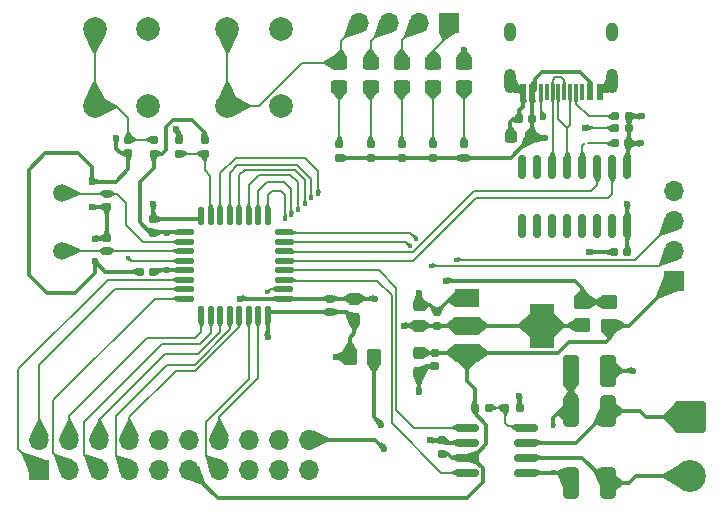
<source format=gbr>
%TF.GenerationSoftware,KiCad,Pcbnew,7.0.1*%
%TF.CreationDate,2023-04-25T22:28:34+08:00*%
%TF.ProjectId,MM32F0140_CAN_Core,4d4d3332-4630-4313-9430-5f43414e5f43,rev?*%
%TF.SameCoordinates,Original*%
%TF.FileFunction,Copper,L1,Top*%
%TF.FilePolarity,Positive*%
%FSLAX46Y46*%
G04 Gerber Fmt 4.6, Leading zero omitted, Abs format (unit mm)*
G04 Created by KiCad (PCBNEW 7.0.1) date 2023-04-25 22:28:34*
%MOMM*%
%LPD*%
G01*
G04 APERTURE LIST*
G04 Aperture macros list*
%AMRoundRect*
0 Rectangle with rounded corners*
0 $1 Rounding radius*
0 $2 $3 $4 $5 $6 $7 $8 $9 X,Y pos of 4 corners*
0 Add a 4 corners polygon primitive as box body*
4,1,4,$2,$3,$4,$5,$6,$7,$8,$9,$2,$3,0*
0 Add four circle primitives for the rounded corners*
1,1,$1+$1,$2,$3*
1,1,$1+$1,$4,$5*
1,1,$1+$1,$6,$7*
1,1,$1+$1,$8,$9*
0 Add four rect primitives between the rounded corners*
20,1,$1+$1,$2,$3,$4,$5,0*
20,1,$1+$1,$4,$5,$6,$7,0*
20,1,$1+$1,$6,$7,$8,$9,0*
20,1,$1+$1,$8,$9,$2,$3,0*%
G04 Aperture macros list end*
%TA.AperFunction,SMDPad,CuDef*%
%ADD10RoundRect,0.150000X-0.150000X0.825000X-0.150000X-0.825000X0.150000X-0.825000X0.150000X0.825000X0*%
%TD*%
%TA.AperFunction,SMDPad,CuDef*%
%ADD11RoundRect,0.160000X0.160000X-0.197500X0.160000X0.197500X-0.160000X0.197500X-0.160000X-0.197500X0*%
%TD*%
%TA.AperFunction,SMDPad,CuDef*%
%ADD12RoundRect,0.150000X-0.825000X-0.150000X0.825000X-0.150000X0.825000X0.150000X-0.825000X0.150000X0*%
%TD*%
%TA.AperFunction,ComponentPad*%
%ADD13R,1.700000X1.700000*%
%TD*%
%TA.AperFunction,ComponentPad*%
%ADD14O,1.700000X1.700000*%
%TD*%
%TA.AperFunction,SMDPad,CuDef*%
%ADD15RoundRect,0.250000X-0.400000X-1.075000X0.400000X-1.075000X0.400000X1.075000X-0.400000X1.075000X0*%
%TD*%
%TA.AperFunction,SMDPad,CuDef*%
%ADD16RoundRect,0.160000X-0.197500X-0.160000X0.197500X-0.160000X0.197500X0.160000X-0.197500X0.160000X0*%
%TD*%
%TA.AperFunction,SMDPad,CuDef*%
%ADD17RoundRect,0.250000X0.350000X0.450000X-0.350000X0.450000X-0.350000X-0.450000X0.350000X-0.450000X0*%
%TD*%
%TA.AperFunction,SMDPad,CuDef*%
%ADD18RoundRect,0.155000X0.155000X-0.212500X0.155000X0.212500X-0.155000X0.212500X-0.155000X-0.212500X0*%
%TD*%
%TA.AperFunction,SMDPad,CuDef*%
%ADD19RoundRect,0.155000X0.212500X0.155000X-0.212500X0.155000X-0.212500X-0.155000X0.212500X-0.155000X0*%
%TD*%
%TA.AperFunction,SMDPad,CuDef*%
%ADD20RoundRect,0.237500X-0.237500X0.300000X-0.237500X-0.300000X0.237500X-0.300000X0.237500X0.300000X0*%
%TD*%
%TA.AperFunction,SMDPad,CuDef*%
%ADD21RoundRect,0.250000X-0.450000X0.325000X-0.450000X-0.325000X0.450000X-0.325000X0.450000X0.325000X0*%
%TD*%
%TA.AperFunction,SMDPad,CuDef*%
%ADD22RoundRect,0.160000X-0.160000X0.197500X-0.160000X-0.197500X0.160000X-0.197500X0.160000X0.197500X0*%
%TD*%
%TA.AperFunction,ComponentPad*%
%ADD23C,2.700000*%
%TD*%
%TA.AperFunction,ComponentPad*%
%ADD24RoundRect,0.250001X-1.099999X1.099999X-1.099999X-1.099999X1.099999X-1.099999X1.099999X1.099999X0*%
%TD*%
%TA.AperFunction,SMDPad,CuDef*%
%ADD25RoundRect,0.155000X-0.155000X0.212500X-0.155000X-0.212500X0.155000X-0.212500X0.155000X0.212500X0*%
%TD*%
%TA.AperFunction,ComponentPad*%
%ADD26C,2.000000*%
%TD*%
%TA.AperFunction,SMDPad,CuDef*%
%ADD27R,0.600000X1.450000*%
%TD*%
%TA.AperFunction,SMDPad,CuDef*%
%ADD28R,0.300000X1.450000*%
%TD*%
%TA.AperFunction,ComponentPad*%
%ADD29O,1.000000X2.100000*%
%TD*%
%TA.AperFunction,ComponentPad*%
%ADD30O,1.000000X1.600000*%
%TD*%
%TA.AperFunction,SMDPad,CuDef*%
%ADD31RoundRect,0.155000X-0.212500X-0.155000X0.212500X-0.155000X0.212500X0.155000X-0.212500X0.155000X0*%
%TD*%
%TA.AperFunction,SMDPad,CuDef*%
%ADD32RoundRect,0.237500X0.300000X0.237500X-0.300000X0.237500X-0.300000X-0.237500X0.300000X-0.237500X0*%
%TD*%
%TA.AperFunction,SMDPad,CuDef*%
%ADD33R,2.000000X1.500000*%
%TD*%
%TA.AperFunction,SMDPad,CuDef*%
%ADD34R,2.000000X3.800000*%
%TD*%
%TA.AperFunction,SMDPad,CuDef*%
%ADD35RoundRect,0.250000X0.450000X-0.350000X0.450000X0.350000X-0.450000X0.350000X-0.450000X-0.350000X0*%
%TD*%
%TA.AperFunction,SMDPad,CuDef*%
%ADD36RoundRect,0.250000X0.400000X1.075000X-0.400000X1.075000X-0.400000X-1.075000X0.400000X-1.075000X0*%
%TD*%
%TA.AperFunction,SMDPad,CuDef*%
%ADD37RoundRect,0.250000X-0.412500X-1.100000X0.412500X-1.100000X0.412500X1.100000X-0.412500X1.100000X0*%
%TD*%
%TA.AperFunction,SMDPad,CuDef*%
%ADD38RoundRect,0.237500X0.237500X-0.300000X0.237500X0.300000X-0.237500X0.300000X-0.237500X-0.300000X0*%
%TD*%
%TA.AperFunction,ComponentPad*%
%ADD39C,1.500000*%
%TD*%
%TA.AperFunction,SMDPad,CuDef*%
%ADD40RoundRect,0.125000X-0.625000X-0.125000X0.625000X-0.125000X0.625000X0.125000X-0.625000X0.125000X0*%
%TD*%
%TA.AperFunction,SMDPad,CuDef*%
%ADD41RoundRect,0.125000X-0.125000X-0.625000X0.125000X-0.625000X0.125000X0.625000X-0.125000X0.625000X0*%
%TD*%
%TA.AperFunction,ViaPad*%
%ADD42C,0.600000*%
%TD*%
%TA.AperFunction,ViaPad*%
%ADD43C,0.406400*%
%TD*%
%TA.AperFunction,Conductor*%
%ADD44C,0.200000*%
%TD*%
%TA.AperFunction,Conductor*%
%ADD45C,0.304800*%
%TD*%
%TA.AperFunction,Conductor*%
%ADD46C,0.203200*%
%TD*%
G04 APERTURE END LIST*
D10*
%TO.P,U1,1,GND*%
%TO.N,GND*%
X171831000Y-102681000D03*
%TO.P,U1,2,TXD*%
%TO.N,/Core/UART3_TX*%
X170561000Y-102681000D03*
%TO.P,U1,3,RXD*%
%TO.N,/Core/UART3_RX*%
X169291000Y-102681000D03*
%TO.P,U1,4,V3*%
%TO.N,Net-(U1-V3)*%
X168021000Y-102681000D03*
%TO.P,U1,5,UD+*%
%TO.N,/USB/D-*%
X166751000Y-102681000D03*
%TO.P,U1,6,UD-*%
%TO.N,/USB/D+*%
X165481000Y-102681000D03*
%TO.P,U1,7,NC*%
%TO.N,unconnected-(U1-NC-Pad7)*%
X164211000Y-102681000D03*
%TO.P,U1,8,NC*%
%TO.N,unconnected-(U1-NC-Pad8)*%
X162941000Y-102681000D03*
%TO.P,U1,9,~{CTS}*%
%TO.N,unconnected-(U1-~{CTS}-Pad9)*%
X162941000Y-107631000D03*
%TO.P,U1,10,~{DSR}*%
%TO.N,unconnected-(U1-~{DSR}-Pad10)*%
X164211000Y-107631000D03*
%TO.P,U1,11,~{RI}*%
%TO.N,unconnected-(U1-~{RI}-Pad11)*%
X165481000Y-107631000D03*
%TO.P,U1,12,~{DCD}*%
%TO.N,unconnected-(U1-~{DCD}-Pad12)*%
X166751000Y-107631000D03*
%TO.P,U1,13,~{DTR}*%
%TO.N,unconnected-(U1-~{DTR}-Pad13)*%
X168021000Y-107631000D03*
%TO.P,U1,14,~{RTS}*%
%TO.N,unconnected-(U1-~{RTS}-Pad14)*%
X169291000Y-107631000D03*
%TO.P,U1,15,R232*%
%TO.N,unconnected-(U1-R232-Pad15)*%
X170561000Y-107631000D03*
%TO.P,U1,16,VCC*%
%TO.N,+5V*%
X171831000Y-107631000D03*
%TD*%
D11*
%TO.P,R6,1*%
%TO.N,/Core/BOOT0*%
X133890666Y-101532500D03*
%TO.P,R6,2*%
%TO.N,VSS*%
X133890666Y-100337500D03*
%TD*%
D12*
%TO.P,U3,1,TXD*%
%TO.N,/CAN/CAN_TX*%
X158256000Y-124714000D03*
%TO.P,U3,2,GND*%
%TO.N,GND*%
X158256000Y-125984000D03*
%TO.P,U3,3,VCC*%
%TO.N,+5V*%
X158256000Y-127254000D03*
%TO.P,U3,4,RXD*%
%TO.N,/CAN/CAN_RX*%
X158256000Y-128524000D03*
%TO.P,U3,5,SPLIT*%
%TO.N,Net-(U3-SPLIT)*%
X163206000Y-128524000D03*
%TO.P,U3,6,CANL*%
%TO.N,Net-(J5-Pin_2)*%
X163206000Y-127254000D03*
%TO.P,U3,7,CANH*%
%TO.N,Net-(J5-Pin_1)*%
X163206000Y-125984000D03*
%TO.P,U3,8,STB*%
%TO.N,Net-(U3-STB)*%
X163206000Y-124714000D03*
%TD*%
D13*
%TO.P,J2,1,Pin_1*%
%TO.N,/Core/PA0*%
X122047000Y-128270000D03*
D14*
%TO.P,J2,2,Pin_2*%
%TO.N,/Core/PA1*%
X122047000Y-125730000D03*
%TO.P,J2,3,Pin_3*%
%TO.N,/Core/PA2*%
X124587000Y-128270000D03*
%TO.P,J2,4,Pin_4*%
%TO.N,/Core/PA3*%
X124587000Y-125730000D03*
%TO.P,J2,5,Pin_5*%
%TO.N,/Core/PA4*%
X127127000Y-128270000D03*
%TO.P,J2,6,Pin_6*%
%TO.N,/Core/PA5*%
X127127000Y-125730000D03*
%TO.P,J2,7,Pin_7*%
%TO.N,/Core/PA6*%
X129667000Y-128270000D03*
%TO.P,J2,8,Pin_8*%
%TO.N,/Core/PA7*%
X129667000Y-125730000D03*
%TO.P,J2,9,Pin_9*%
%TO.N,/Core/PA8*%
X132207000Y-128270000D03*
%TO.P,J2,10,Pin_10*%
%TO.N,/Core/PA15*%
X132207000Y-125730000D03*
%TO.P,J2,11,Pin_11*%
%TO.N,+5V*%
X134747000Y-128270000D03*
%TO.P,J2,12,Pin_12*%
%TO.N,VCC*%
X134747000Y-125730000D03*
%TO.P,J2,13,Pin_13*%
%TO.N,/Core/PB0*%
X137287000Y-128270000D03*
%TO.P,J2,14,Pin_14*%
%TO.N,/Core/PB1*%
X137287000Y-125730000D03*
%TO.P,J2,15,Pin_15*%
%TO.N,/Core/PB3*%
X139827000Y-128270000D03*
%TO.P,J2,16,Pin_16*%
%TO.N,/Core/PB4*%
X139827000Y-125730000D03*
%TO.P,J2,17,Pin_17*%
%TO.N,/Core/PB5*%
X142367000Y-128270000D03*
%TO.P,J2,18,Pin_18*%
%TO.N,/Core/PB6*%
X142367000Y-125730000D03*
%TO.P,J2,19,Pin_19*%
%TO.N,/Core/PB7*%
X144907000Y-128270000D03*
%TO.P,J2,20,Pin_20*%
%TO.N,GND*%
X144907000Y-125730000D03*
%TD*%
D15*
%TO.P,R16,1*%
%TO.N,Net-(U3-SPLIT)*%
X167055000Y-129413000D03*
%TO.P,R16,2*%
%TO.N,Net-(J5-Pin_2)*%
X170155000Y-129413000D03*
%TD*%
D16*
%TO.P,R15,1*%
%TO.N,+5V*%
X158888500Y-123051000D03*
%TO.P,R15,2*%
%TO.N,Net-(U3-STB)*%
X160083500Y-123051000D03*
%TD*%
D17*
%TO.P,R13,1*%
%TO.N,GND*%
X150352000Y-118745000D03*
%TO.P,R13,2*%
%TO.N,VSS*%
X148352000Y-118745000D03*
%TD*%
D18*
%TO.P,C16,1*%
%TO.N,+5V*%
X156159000Y-126932500D03*
%TO.P,C16,2*%
%TO.N,GND*%
X156159000Y-125797500D03*
%TD*%
D19*
%TO.P,C3,1*%
%TO.N,VDD*%
X131699000Y-111506000D03*
%TO.P,C3,2*%
%TO.N,VSS*%
X130564000Y-111506000D03*
%TD*%
D20*
%TO.P,C1,1*%
%TO.N,VDD*%
X148717000Y-113792000D03*
%TO.P,C1,2*%
%TO.N,VSS*%
X148717000Y-115517000D03*
%TD*%
D21*
%TO.P,D1,1,K*%
%TO.N,Net-(D1-K)*%
X150082250Y-93819500D03*
%TO.P,D1,2,A*%
%TO.N,Net-(D1-A)*%
X150082250Y-95869500D03*
%TD*%
D22*
%TO.P,R5,1*%
%TO.N,VDD*%
X136053000Y-100337500D03*
%TO.P,R5,2*%
%TO.N,/Core/BOOT0*%
X136053000Y-101532500D03*
%TD*%
D23*
%TO.P,J5,2,Pin_2*%
%TO.N,Net-(J5-Pin_2)*%
X177165000Y-128825000D03*
D24*
%TO.P,J5,1,Pin_1*%
%TO.N,Net-(J5-Pin_1)*%
X177165000Y-123825000D03*
%TD*%
D25*
%TO.P,C5,1*%
%TO.N,/Core/NRST*%
X129576000Y-100347500D03*
%TO.P,C5,2*%
%TO.N,VSS*%
X129576000Y-101482500D03*
%TD*%
D26*
%TO.P,SW2,1,1*%
%TO.N,Net-(D4-K)*%
X137958000Y-97484000D03*
X137958000Y-90984000D03*
%TO.P,SW2,2,2*%
%TO.N,GND*%
X142458000Y-97484000D03*
X142458000Y-90984000D03*
%TD*%
D18*
%TO.P,C7,1*%
%TO.N,/Core/OSC_O*%
X127762000Y-109795500D03*
%TO.P,C7,2*%
%TO.N,VSS*%
X127762000Y-108660500D03*
%TD*%
D25*
%TO.P,C6,1*%
%TO.N,/Core/OSC_I*%
X127762000Y-104910000D03*
%TO.P,C6,2*%
%TO.N,VSS*%
X127762000Y-106045000D03*
%TD*%
D19*
%TO.P,C9,1*%
%TO.N,+5V*%
X163762500Y-98617000D03*
%TO.P,C9,2*%
%TO.N,GND*%
X162627500Y-98617000D03*
%TD*%
D25*
%TO.P,C13,1*%
%TO.N,+5V*%
X155575000Y-118364000D03*
%TO.P,C13,2*%
%TO.N,GND*%
X155575000Y-119499000D03*
%TD*%
D18*
%TO.P,C4,1*%
%TO.N,VDD*%
X131699000Y-108204000D03*
%TO.P,C4,2*%
%TO.N,VSS*%
X131699000Y-107069000D03*
%TD*%
D27*
%TO.P,J4,A1,GND*%
%TO.N,GND*%
X169493000Y-96312000D03*
%TO.P,J4,A4,VBUS*%
%TO.N,+5V*%
X168693000Y-96312000D03*
D28*
%TO.P,J4,A5,CC1*%
%TO.N,Net-(J4-CC1)*%
X167493000Y-96312000D03*
%TO.P,J4,A6,D+*%
%TO.N,/USB/D+*%
X166493000Y-96312000D03*
%TO.P,J4,A7,D-*%
%TO.N,/USB/D-*%
X165993000Y-96312000D03*
%TO.P,J4,A8,SBU1*%
%TO.N,unconnected-(J4-SBU1-PadA8)*%
X164993000Y-96312000D03*
D27*
%TO.P,J4,A9,VBUS*%
%TO.N,+5V*%
X163793000Y-96312000D03*
%TO.P,J4,A12,GND*%
%TO.N,GND*%
X162993000Y-96312000D03*
%TO.P,J4,B1,GND*%
X162993000Y-96312000D03*
%TO.P,J4,B4,VBUS*%
%TO.N,+5V*%
X163793000Y-96312000D03*
D28*
%TO.P,J4,B5,CC2*%
%TO.N,Net-(J4-CC2)*%
X164493000Y-96312000D03*
%TO.P,J4,B6,D+*%
%TO.N,/USB/D+*%
X165493000Y-96312000D03*
%TO.P,J4,B7,D-*%
%TO.N,/USB/D-*%
X166993000Y-96312000D03*
%TO.P,J4,B8,SBU2*%
%TO.N,unconnected-(J4-SBU2-PadB8)*%
X167993000Y-96312000D03*
D27*
%TO.P,J4,B9,VBUS*%
%TO.N,+5V*%
X168693000Y-96312000D03*
%TO.P,J4,B12,GND*%
%TO.N,GND*%
X169493000Y-96312000D03*
D29*
%TO.P,J4,S1,SHIELD*%
X170563000Y-95397000D03*
D30*
X170563000Y-91217000D03*
D29*
X161923000Y-95397000D03*
D30*
X161923000Y-91217000D03*
%TD*%
D18*
%TO.P,C14,1*%
%TO.N,VCC*%
X155702000Y-116078000D03*
%TO.P,C14,2*%
%TO.N,GND*%
X155702000Y-114943000D03*
%TD*%
D26*
%TO.P,SW1,1,1*%
%TO.N,/Core/NRST*%
X126727000Y-97484000D03*
X126727000Y-90984000D03*
%TO.P,SW1,2,2*%
%TO.N,VSS*%
X131227000Y-97484000D03*
X131227000Y-90984000D03*
%TD*%
D21*
%TO.P,D4,1,K*%
%TO.N,Net-(D4-K)*%
X147447000Y-93819500D03*
%TO.P,D4,2,A*%
%TO.N,Net-(D4-A)*%
X147447000Y-95869500D03*
%TD*%
D16*
%TO.P,R17,1*%
%TO.N,Net-(U3-STB)*%
X161505000Y-123063000D03*
%TO.P,R17,2*%
%TO.N,GND*%
X162700000Y-123063000D03*
%TD*%
D31*
%TO.P,C11,1*%
%TO.N,Net-(U1-V3)*%
X170763000Y-100649000D03*
%TO.P,C11,2*%
%TO.N,GND*%
X171898000Y-100649000D03*
%TD*%
D32*
%TO.P,C8,1*%
%TO.N,+5V*%
X163707500Y-100141000D03*
%TO.P,C8,2*%
%TO.N,GND*%
X161982500Y-100141000D03*
%TD*%
D33*
%TO.P,U2,1,ADJ*%
%TO.N,GND*%
X158267000Y-113778000D03*
%TO.P,U2,2,VO*%
%TO.N,VCC*%
X158267000Y-116078000D03*
D34*
X164567000Y-116078000D03*
D33*
%TO.P,U2,3,VI*%
%TO.N,+5V*%
X158267000Y-118378000D03*
%TD*%
D35*
%TO.P,R12,1*%
%TO.N,VCC*%
X168021000Y-116062000D03*
%TO.P,R12,2*%
%TO.N,VDD*%
X168021000Y-114062000D03*
%TD*%
D36*
%TO.P,R14,1*%
%TO.N,Net-(J5-Pin_1)*%
X170155000Y-123317000D03*
%TO.P,R14,2*%
%TO.N,Net-(U3-SPLIT)*%
X167055000Y-123317000D03*
%TD*%
D11*
%TO.P,R2,1*%
%TO.N,+5V*%
X150082250Y-101906000D03*
%TO.P,R2,2*%
%TO.N,Net-(D1-A)*%
X150082250Y-100711000D03*
%TD*%
D13*
%TO.P,J1,1,Pin_1*%
%TO.N,+5V*%
X175768000Y-112268000D03*
D14*
%TO.P,J1,2,Pin_2*%
%TO.N,/Core/SWDIO*%
X175768000Y-109728000D03*
%TO.P,J1,3,Pin_3*%
%TO.N,/Core/SWCLK*%
X175768000Y-107188000D03*
%TO.P,J1,4,Pin_4*%
%TO.N,GND*%
X175768000Y-104648000D03*
%TD*%
D11*
%TO.P,R8,1*%
%TO.N,+5V*%
X157988000Y-101906000D03*
%TO.P,R8,2*%
%TO.N,Net-(D5-A)*%
X157988000Y-100711000D03*
%TD*%
%TO.P,R4,1*%
%TO.N,+5V*%
X155352750Y-101906000D03*
%TO.P,R4,2*%
%TO.N,Net-(D3-A)*%
X155352750Y-100711000D03*
%TD*%
D20*
%TO.P,C12,1*%
%TO.N,+5V*%
X154178000Y-118364000D03*
%TO.P,C12,2*%
%TO.N,GND*%
X154178000Y-120089000D03*
%TD*%
D25*
%TO.P,C2,1*%
%TO.N,VDD*%
X146685000Y-113792000D03*
%TO.P,C2,2*%
%TO.N,VSS*%
X146685000Y-114927000D03*
%TD*%
D11*
%TO.P,R3,1*%
%TO.N,+5V*%
X152717500Y-101906000D03*
%TO.P,R3,2*%
%TO.N,Net-(D2-A)*%
X152717500Y-100711000D03*
%TD*%
D37*
%TO.P,C17,1*%
%TO.N,Net-(U3-SPLIT)*%
X167042500Y-119888000D03*
%TO.P,C17,2*%
%TO.N,GND*%
X170167500Y-119888000D03*
%TD*%
D16*
%TO.P,R9,1*%
%TO.N,Net-(J4-CC2)*%
X170763000Y-99379000D03*
%TO.P,R9,2*%
%TO.N,GND*%
X171958000Y-99379000D03*
%TD*%
D35*
%TO.P,R11,1*%
%TO.N,+5V*%
X170307000Y-116078000D03*
%TO.P,R11,2*%
%TO.N,VDD*%
X170307000Y-114078000D03*
%TD*%
D38*
%TO.P,C15,1*%
%TO.N,VCC*%
X154178000Y-116078000D03*
%TO.P,C15,2*%
%TO.N,GND*%
X154178000Y-114353000D03*
%TD*%
D39*
%TO.P,Y1,1,1*%
%TO.N,/Core/OSC_I*%
X123952000Y-104856000D03*
%TO.P,Y1,2,2*%
%TO.N,/Core/OSC_O*%
X123952000Y-109736000D03*
%TD*%
D21*
%TO.P,D2,1,K*%
%TO.N,Net-(D2-K)*%
X152717500Y-93819500D03*
%TO.P,D2,2,A*%
%TO.N,Net-(D2-A)*%
X152717500Y-95869500D03*
%TD*%
%TO.P,D3,1,K*%
%TO.N,Net-(D3-K)*%
X155352750Y-93819500D03*
%TO.P,D3,2,A*%
%TO.N,Net-(D3-A)*%
X155352750Y-95869500D03*
%TD*%
D11*
%TO.P,R7,1*%
%TO.N,+5V*%
X147447000Y-101906000D03*
%TO.P,R7,2*%
%TO.N,Net-(D4-A)*%
X147447000Y-100711000D03*
%TD*%
D21*
%TO.P,D5,1,K*%
%TO.N,GND*%
X157988000Y-93819500D03*
%TO.P,D5,2,A*%
%TO.N,Net-(D5-A)*%
X157988000Y-95869500D03*
%TD*%
D16*
%TO.P,R10,1*%
%TO.N,Net-(J4-CC1)*%
X170763000Y-98363000D03*
%TO.P,R10,2*%
%TO.N,GND*%
X171958000Y-98363000D03*
%TD*%
D11*
%TO.P,R1,1*%
%TO.N,VDD*%
X131728333Y-101532500D03*
%TO.P,R1,2*%
%TO.N,/Core/NRST*%
X131728333Y-100337500D03*
%TD*%
D13*
%TO.P,J3,1,Pin_1*%
%TO.N,Net-(D3-K)*%
X156718000Y-90424000D03*
D14*
%TO.P,J3,2,Pin_2*%
%TO.N,Net-(D2-K)*%
X154178000Y-90424000D03*
%TO.P,J3,3,Pin_3*%
%TO.N,Net-(D1-K)*%
X151638000Y-90424000D03*
%TO.P,J3,4,Pin_4*%
%TO.N,Net-(D4-K)*%
X149098000Y-90424000D03*
%TD*%
D40*
%TO.P,IC1,1,VDD_1*%
%TO.N,VDD*%
X134382000Y-108198000D03*
%TO.P,IC1,2,PD0-OSC_IN*%
%TO.N,/Core/OSC_I*%
X134382000Y-108998000D03*
%TO.P,IC1,3,PD1-OSC_OUT*%
%TO.N,/Core/OSC_O*%
X134382000Y-109798000D03*
%TO.P,IC1,4,NRST1*%
%TO.N,/Core/NRST*%
X134382000Y-110598000D03*
%TO.P,IC1,5,VDDA*%
%TO.N,VDD*%
X134382000Y-111398000D03*
%TO.P,IC1,6,PA0-WKUP*%
%TO.N,/Core/PA0*%
X134382000Y-112198000D03*
%TO.P,IC1,7,PA1*%
%TO.N,/Core/PA1*%
X134382000Y-112998000D03*
%TO.P,IC1,8,PA2*%
%TO.N,/Core/PA2*%
X134382000Y-113798000D03*
D41*
%TO.P,IC1,9,PA3*%
%TO.N,/Core/PA3*%
X135757000Y-115173000D03*
%TO.P,IC1,10,PA4*%
%TO.N,/Core/PA4*%
X136557000Y-115173000D03*
%TO.P,IC1,11,PA5*%
%TO.N,/Core/PA5*%
X137357000Y-115173000D03*
%TO.P,IC1,12,PA6*%
%TO.N,/Core/PA6*%
X138157000Y-115173000D03*
%TO.P,IC1,13,PA7*%
%TO.N,/Core/PA7*%
X138957000Y-115173000D03*
%TO.P,IC1,14,PB0*%
%TO.N,/Core/PB0*%
X139757000Y-115173000D03*
%TO.P,IC1,15,PB1*%
%TO.N,/Core/PB1*%
X140557000Y-115173000D03*
%TO.P,IC1,16,VSS_1*%
%TO.N,VSS*%
X141357000Y-115173000D03*
D40*
%TO.P,IC1,17,VDD_2*%
%TO.N,VDD*%
X142732000Y-113798000D03*
%TO.P,IC1,18,PA8*%
%TO.N,/Core/PA8*%
X142732000Y-112998000D03*
%TO.P,IC1,19,PA9*%
%TO.N,/CAN/CAN_RX*%
X142732000Y-112198000D03*
%TO.P,IC1,20,PA10*%
%TO.N,/CAN/CAN_TX*%
X142732000Y-111398000D03*
%TO.P,IC1,21,PA11*%
%TO.N,/Core/UART3_TX*%
X142732000Y-110598000D03*
%TO.P,IC1,22,PA12*%
%TO.N,/Core/UART3_RX*%
X142732000Y-109798000D03*
%TO.P,IC1,23,PA13*%
%TO.N,/Core/SWDIO*%
X142732000Y-108998000D03*
%TO.P,IC1,24,PA14*%
%TO.N,/Core/SWCLK*%
X142732000Y-108198000D03*
D41*
%TO.P,IC1,25,PA15*%
%TO.N,/Core/PA15*%
X141357000Y-106823000D03*
%TO.P,IC1,26,PB3*%
%TO.N,/Core/PB3*%
X140557000Y-106823000D03*
%TO.P,IC1,27,PB4*%
%TO.N,/Core/PB4*%
X139757000Y-106823000D03*
%TO.P,IC1,28,PB5*%
%TO.N,/Core/PB5*%
X138957000Y-106823000D03*
%TO.P,IC1,29,PB6*%
%TO.N,/Core/PB6*%
X138157000Y-106823000D03*
%TO.P,IC1,30,PB7*%
%TO.N,/Core/PB7*%
X137357000Y-106823000D03*
%TO.P,IC1,31,PD5-BOOT0*%
%TO.N,/Core/BOOT0*%
X136557000Y-106823000D03*
%TO.P,IC1,32,VSS_2*%
%TO.N,VSS*%
X135757000Y-106823000D03*
%TD*%
D19*
%TO.P,C10,1*%
%TO.N,+5V*%
X171831000Y-109855000D03*
%TO.P,C10,2*%
%TO.N,GND*%
X170696000Y-109855000D03*
%TD*%
D42*
%TO.N,VSS*%
X147193000Y-118745000D03*
%TO.N,GND*%
X173039000Y-98363000D03*
X154178000Y-121666000D03*
X154178000Y-113284000D03*
X157988000Y-92710000D03*
X172974000Y-100649000D03*
X168602952Y-109836072D03*
X172339000Y-119888000D03*
X162687000Y-122047000D03*
X155134500Y-125797500D03*
X151003000Y-124460000D03*
X151257000Y-126492000D03*
D43*
%TO.N,/Core/PA8*%
X141351000Y-113242900D03*
%TO.N,/Core/PA15*%
X142875000Y-107061000D03*
%TO.N,/Core/PB3*%
X143383000Y-106680000D03*
%TO.N,/Core/PB4*%
X143924935Y-106299000D03*
%TO.N,/Core/PB5*%
X144526000Y-105791000D03*
%TO.N,/Core/PB6*%
X145034000Y-105283000D03*
%TO.N,/Core/PB7*%
X145669000Y-104902000D03*
%TO.N,/Core/NRST*%
X129540000Y-110363000D03*
D42*
%TO.N,VSS*%
X126492000Y-103886000D03*
X141357000Y-117088000D03*
X131699000Y-105791000D03*
X126746000Y-108712000D03*
X128524000Y-100203000D03*
X133604000Y-99441000D03*
X126492000Y-106045000D03*
X126746000Y-110617000D03*
%TO.N,VDD*%
X132842000Y-111379000D03*
X156464000Y-112268000D03*
X150495000Y-113792000D03*
X132842000Y-108204000D03*
X139065000Y-113798000D03*
%TO.N,+5V*%
X164846000Y-100203000D03*
X171831000Y-105791000D03*
%TO.N,VCC*%
X152908000Y-116078000D03*
D43*
%TO.N,Net-(U3-SPLIT)*%
X165557000Y-124587000D03*
X165570000Y-128524000D03*
%TO.N,/Core/SWDIO*%
X153416000Y-109347000D03*
X155194000Y-110998000D03*
%TO.N,/Core/SWCLK*%
X153924000Y-108712000D03*
X157353000Y-110501000D03*
D42*
%TO.N,Net-(J4-CC2)*%
X164719000Y-98425000D03*
X168275000Y-99314000D03*
%TD*%
D44*
%TO.N,/Core/PA8*%
X141351000Y-113242900D02*
X141595900Y-112998000D01*
X141595900Y-112998000D02*
X142732000Y-112998000D01*
D45*
%TO.N,VSS*%
X141357000Y-115173000D02*
X141357000Y-117088000D01*
X148352000Y-118745000D02*
X147193000Y-118745000D01*
%TO.N,Net-(U3-SPLIT)*%
X165557000Y-123876000D02*
X165557000Y-124587000D01*
X166116000Y-123317000D02*
X165557000Y-123876000D01*
X167055000Y-123317000D02*
X166116000Y-123317000D01*
%TO.N,Net-(J5-Pin_1)*%
X172898000Y-123317000D02*
X170155000Y-123317000D01*
X177165000Y-123825000D02*
X173406000Y-123825000D01*
X173406000Y-123825000D02*
X172898000Y-123317000D01*
%TO.N,Net-(J5-Pin_2)*%
X172546000Y-128825000D02*
X177165000Y-128825000D01*
X171958000Y-129413000D02*
X172546000Y-128825000D01*
X170155000Y-129413000D02*
X171958000Y-129413000D01*
D46*
%TO.N,/Core/PB7*%
X137357000Y-103181000D02*
X137357000Y-106823000D01*
X138684000Y-101854000D02*
X137357000Y-103181000D01*
X144526000Y-101854000D02*
X138684000Y-101854000D01*
X145669000Y-102997000D02*
X144526000Y-101854000D01*
X145669000Y-104902000D02*
X145669000Y-102997000D01*
%TO.N,/Core/PB6*%
X138157000Y-103143000D02*
X138157000Y-106823000D01*
X138811000Y-102489000D02*
X138157000Y-103143000D01*
X143828790Y-102489000D02*
X138811000Y-102489000D01*
X145034000Y-103694210D02*
X143828790Y-102489000D01*
X145034000Y-105283000D02*
X145034000Y-103694210D01*
%TO.N,/Core/PB5*%
X138957000Y-103359000D02*
X138957000Y-106823000D01*
X139423800Y-102892200D02*
X138957000Y-103359000D01*
X144526000Y-103759000D02*
X143659200Y-102892200D01*
X144526000Y-105791000D02*
X144526000Y-103759000D01*
X143659200Y-102892200D02*
X139423800Y-102892200D01*
%TO.N,/Core/PB4*%
X139757000Y-104210000D02*
X139757000Y-106823000D01*
X140671600Y-103295400D02*
X139757000Y-104210000D01*
X143300400Y-103295400D02*
X140671600Y-103295400D01*
X143924935Y-103919935D02*
X143300400Y-103295400D01*
X143924935Y-106299000D02*
X143924935Y-103919935D01*
%TO.N,/Core/PB3*%
X140557000Y-104680000D02*
X140557000Y-106823000D01*
X141351000Y-103886000D02*
X140557000Y-104680000D01*
X142748000Y-103886000D02*
X141351000Y-103886000D01*
X143383000Y-106680000D02*
X143383000Y-104521000D01*
X143383000Y-104521000D02*
X142748000Y-103886000D01*
%TO.N,/Core/PA15*%
X141732000Y-104648000D02*
X141357000Y-105023000D01*
X142875000Y-105029000D02*
X142494000Y-104648000D01*
X141357000Y-105023000D02*
X141357000Y-106823000D01*
X142875000Y-107061000D02*
X142875000Y-105029000D01*
X142494000Y-104648000D02*
X141732000Y-104648000D01*
%TO.N,/Core/OSC_O*%
X134312000Y-109728000D02*
X134382000Y-109798000D01*
X127829500Y-109728000D02*
X134312000Y-109728000D01*
X127762000Y-109795500D02*
X127829500Y-109728000D01*
X127702500Y-109736000D02*
X127762000Y-109795500D01*
X123952000Y-109736000D02*
X127702500Y-109736000D01*
%TO.N,/Core/OSC_I*%
X130842000Y-108998000D02*
X134382000Y-108998000D01*
X129413000Y-107569000D02*
X130842000Y-108998000D01*
X129413000Y-105664000D02*
X129413000Y-107569000D01*
X127770000Y-104902000D02*
X128651000Y-104902000D01*
X127762000Y-104910000D02*
X127770000Y-104902000D01*
X128651000Y-104902000D02*
X129413000Y-105664000D01*
X127754000Y-104902000D02*
X127762000Y-104910000D01*
X123952000Y-104856000D02*
X123998000Y-104902000D01*
X123998000Y-104902000D02*
X127754000Y-104902000D01*
D45*
%TO.N,VSS*%
X133604000Y-99441000D02*
X133890666Y-99727666D01*
X133890666Y-99727666D02*
X133890666Y-100337500D01*
D46*
%TO.N,/Core/NRST*%
X129576000Y-98522000D02*
X129576000Y-100347500D01*
X128538000Y-97484000D02*
X129576000Y-98522000D01*
X126727000Y-97484000D02*
X128538000Y-97484000D01*
%TO.N,Net-(D4-K)*%
X147574000Y-91948000D02*
X147574000Y-93692500D01*
X147574000Y-93692500D02*
X147447000Y-93819500D01*
X149098000Y-90424000D02*
X147574000Y-91948000D01*
%TO.N,Net-(D1-K)*%
X150082250Y-91979750D02*
X150082250Y-93819500D01*
X151638000Y-90424000D02*
X150082250Y-91979750D01*
%TO.N,Net-(D2-K)*%
X152717500Y-91884500D02*
X154178000Y-90424000D01*
X152717500Y-93819500D02*
X152717500Y-91884500D01*
%TO.N,Net-(D3-K)*%
X156718000Y-91440000D02*
X156718000Y-90170000D01*
X155352750Y-92805250D02*
X156718000Y-91440000D01*
X155352750Y-93819500D02*
X155352750Y-92805250D01*
D45*
%TO.N,+5V*%
X158256000Y-127254000D02*
X158750000Y-127254000D01*
X158750000Y-127254000D02*
X159893000Y-126111000D01*
X159893000Y-124460000D02*
X159893000Y-126111000D01*
X158242000Y-130683000D02*
X137160000Y-130683000D01*
X137160000Y-130683000D02*
X134747000Y-128270000D01*
X159583400Y-128165899D02*
X159583400Y-129341600D01*
X158671501Y-127254000D02*
X159583400Y-128165899D01*
X158256000Y-127254000D02*
X158671501Y-127254000D01*
X159583400Y-129341600D02*
X158242000Y-130683000D01*
X158888500Y-123455500D02*
X159893000Y-124460000D01*
X158888500Y-123051000D02*
X158888500Y-123455500D01*
X156650500Y-126932500D02*
X156972000Y-127254000D01*
X156972000Y-127254000D02*
X158256000Y-127254000D01*
X156159000Y-126932500D02*
X156650500Y-126932500D01*
%TO.N,GND*%
X154178000Y-114353000D02*
X154178000Y-113284000D01*
X154178000Y-120089000D02*
X154178000Y-121539000D01*
X155575000Y-119499000D02*
X154768000Y-119499000D01*
X154768000Y-119499000D02*
X154178000Y-120089000D01*
X156867000Y-113778000D02*
X155702000Y-114943000D01*
X158267000Y-113778000D02*
X156867000Y-113778000D01*
X155112000Y-114353000D02*
X155702000Y-114943000D01*
X154178000Y-114353000D02*
X155112000Y-114353000D01*
D46*
%TO.N,/Core/PA0*%
X127832000Y-112198000D02*
X120269000Y-119761000D01*
X120269000Y-126492000D02*
X122047000Y-128270000D01*
X134382000Y-112198000D02*
X127832000Y-112198000D01*
X120269000Y-119761000D02*
X120269000Y-126492000D01*
D45*
%TO.N,GND*%
X171958000Y-98363000D02*
X173039000Y-98363000D01*
X171898000Y-100649000D02*
X172974000Y-100649000D01*
X171898000Y-102614000D02*
X171831000Y-102681000D01*
X171898000Y-100649000D02*
X171898000Y-102614000D01*
D44*
%TO.N,Net-(J4-CC1)*%
X168569000Y-98363000D02*
X170763000Y-98363000D01*
X167493000Y-97287000D02*
X168569000Y-98363000D01*
X167493000Y-96312000D02*
X167493000Y-97287000D01*
D45*
%TO.N,GND*%
X157988000Y-93819500D02*
X157988000Y-92710000D01*
X162993000Y-96312000D02*
X162838000Y-96312000D01*
X162838000Y-96312000D02*
X161923000Y-95397000D01*
X169493000Y-96312000D02*
X169648000Y-96312000D01*
X169648000Y-96312000D02*
X170563000Y-95397000D01*
X168656000Y-109855000D02*
X170696000Y-109855000D01*
X162700000Y-122060000D02*
X162687000Y-122047000D01*
X162700000Y-123063000D02*
X162700000Y-122060000D01*
X170167500Y-119888000D02*
X172339000Y-119888000D01*
X156159000Y-125797500D02*
X155134500Y-125797500D01*
X150352000Y-123809000D02*
X151003000Y-124460000D01*
X150352000Y-118745000D02*
X150352000Y-123809000D01*
D46*
%TO.N,/CAN/CAN_RX*%
X151869800Y-124310800D02*
X156083000Y-128524000D01*
X151869800Y-113515800D02*
X151869800Y-124310800D01*
X150622000Y-112268000D02*
X151869800Y-113515800D01*
X142802000Y-112268000D02*
X150622000Y-112268000D01*
X156083000Y-128524000D02*
X158256000Y-128524000D01*
X142732000Y-112198000D02*
X142802000Y-112268000D01*
%TO.N,/CAN/CAN_TX*%
X152273000Y-123190000D02*
X153797000Y-124714000D01*
X150768000Y-111398000D02*
X152273000Y-112903000D01*
X152273000Y-112903000D02*
X152273000Y-123190000D01*
X142732000Y-111398000D02*
X150768000Y-111398000D01*
X153797000Y-124714000D02*
X158256000Y-124714000D01*
D45*
%TO.N,GND*%
X150495000Y-125730000D02*
X151257000Y-126492000D01*
X144907000Y-125730000D02*
X150495000Y-125730000D01*
%TO.N,VDD*%
X141472000Y-113798000D02*
X139065000Y-113798000D01*
X142732000Y-113798000D02*
X139065000Y-113798000D01*
X141478000Y-113792000D02*
X141472000Y-113798000D01*
D46*
%TO.N,/Core/PA1*%
X128429000Y-112998000D02*
X134382000Y-112998000D01*
X122047000Y-125730000D02*
X122047000Y-119380000D01*
X122047000Y-119380000D02*
X128429000Y-112998000D01*
%TO.N,/Core/PA2*%
X123198600Y-126881600D02*
X124587000Y-128270000D01*
X134382000Y-113798000D02*
X131820000Y-113798000D01*
X123198600Y-122419400D02*
X123198600Y-126881600D01*
X131820000Y-113798000D02*
X123198600Y-122419400D01*
%TO.N,/Core/PA3*%
X124587000Y-123698000D02*
X131191000Y-117094000D01*
X131191000Y-117094000D02*
X135255000Y-117094000D01*
X124587000Y-125730000D02*
X124587000Y-123698000D01*
X135255000Y-117094000D02*
X135763000Y-116586000D01*
X135763000Y-115179000D02*
X135757000Y-115173000D01*
X135763000Y-116586000D02*
X135763000Y-115179000D01*
%TO.N,/Core/PA4*%
X136557000Y-116681000D02*
X135636000Y-117602000D01*
X136557000Y-115173000D02*
X136557000Y-116681000D01*
X125857000Y-124206000D02*
X125857000Y-127000000D01*
X135636000Y-117602000D02*
X132461000Y-117602000D01*
X132461000Y-117602000D02*
X125857000Y-124206000D01*
X125857000Y-127000000D02*
X127127000Y-128270000D01*
%TO.N,/Core/PA5*%
X127127000Y-125730000D02*
X127127000Y-124079000D01*
X137357000Y-116643000D02*
X137357000Y-115173000D01*
X127127000Y-124079000D02*
X132715000Y-118491000D01*
X132715000Y-118491000D02*
X135509000Y-118491000D01*
X135509000Y-118491000D02*
X137357000Y-116643000D01*
%TO.N,/Core/PA6*%
X138157000Y-116413210D02*
X138157000Y-115173000D01*
X135190210Y-119380000D02*
X138157000Y-116413210D01*
X129667000Y-128270000D02*
X128515400Y-127118400D01*
X128515400Y-127118400D02*
X128515400Y-123706600D01*
X128515400Y-123706600D02*
X132842000Y-119380000D01*
X132842000Y-119380000D02*
X135190210Y-119380000D01*
%TO.N,/Core/PA7*%
X135252420Y-119888000D02*
X133604000Y-119888000D01*
X138957000Y-116183420D02*
X135252420Y-119888000D01*
X138957000Y-115173000D02*
X138957000Y-116183420D01*
X129667000Y-123825000D02*
X129667000Y-125730000D01*
X133604000Y-119888000D02*
X129667000Y-123825000D01*
%TO.N,/Core/PB0*%
X136135400Y-124214600D02*
X136135400Y-127118400D01*
X139757000Y-115173000D02*
X139757000Y-120593000D01*
X136135400Y-127118400D02*
X137287000Y-128270000D01*
X139757000Y-120593000D02*
X136135400Y-124214600D01*
%TO.N,/Core/PB1*%
X137287000Y-125730000D02*
X137287000Y-123825000D01*
X140557000Y-120555000D02*
X140557000Y-115173000D01*
X137287000Y-123825000D02*
X140557000Y-120555000D01*
%TO.N,/Core/NRST*%
X129576000Y-100347500D02*
X131718333Y-100347500D01*
X131718333Y-100347500D02*
X131728333Y-100337500D01*
X126727000Y-90984000D02*
X126727000Y-97484000D01*
X129775000Y-110598000D02*
X134382000Y-110598000D01*
X129540000Y-110363000D02*
X129775000Y-110598000D01*
D45*
%TO.N,VSS*%
X121158000Y-102870000D02*
X121158000Y-111760000D01*
X126797500Y-108660500D02*
X126746000Y-108712000D01*
X126746000Y-110617000D02*
X127635000Y-111506000D01*
X126492000Y-103886000D02*
X126492000Y-102616000D01*
X122555000Y-101473000D02*
X121158000Y-102870000D01*
X125349000Y-101473000D02*
X122555000Y-101473000D01*
X127762000Y-106045000D02*
X126492000Y-106045000D01*
X148717000Y-115517000D02*
X148717000Y-116713000D01*
X128524000Y-103886000D02*
X129576000Y-102834000D01*
X135511000Y-107069000D02*
X135757000Y-106823000D01*
X128524000Y-101092000D02*
X128524000Y-100203000D01*
X125095000Y-113284000D02*
X126746000Y-111633000D01*
X141603000Y-114927000D02*
X141357000Y-115173000D01*
X126492000Y-102616000D02*
X125349000Y-101473000D01*
X128914500Y-101482500D02*
X128524000Y-101092000D01*
X126492000Y-103886000D02*
X128524000Y-103886000D01*
X121158000Y-111760000D02*
X122682000Y-113284000D01*
X122682000Y-113284000D02*
X125095000Y-113284000D01*
X148336000Y-118729000D02*
X148352000Y-118745000D01*
X129576000Y-101482500D02*
X128914500Y-101482500D01*
X131699000Y-107069000D02*
X131699000Y-105791000D01*
X146685000Y-114927000D02*
X148127000Y-114927000D01*
X148127000Y-114927000D02*
X148717000Y-115517000D01*
X127762000Y-108660500D02*
X126797500Y-108660500D01*
X127635000Y-111506000D02*
X130564000Y-111506000D01*
X146685000Y-114927000D02*
X141603000Y-114927000D01*
X127762000Y-106045000D02*
X127762000Y-108660500D01*
X148717000Y-116713000D02*
X148336000Y-117094000D01*
X126746000Y-111633000D02*
X126746000Y-110617000D01*
X129576000Y-102834000D02*
X129576000Y-101482500D01*
X148336000Y-117094000D02*
X148336000Y-118729000D01*
X131699000Y-107069000D02*
X135511000Y-107069000D01*
%TO.N,VDD*%
X131728333Y-101532500D02*
X131728333Y-102713667D01*
X150495000Y-113792000D02*
X148717000Y-113792000D01*
X167386000Y-112268000D02*
X156464000Y-112268000D01*
X131728333Y-102713667D02*
X130556000Y-103886000D01*
X168021000Y-112903000D02*
X167386000Y-112268000D01*
X170307000Y-114078000D02*
X168037000Y-114078000D01*
X130556000Y-103886000D02*
X130556000Y-107315000D01*
X134382000Y-111398000D02*
X131807000Y-111398000D01*
X132751000Y-101189000D02*
X132751000Y-99278000D01*
X146685000Y-113792000D02*
X148717000Y-113792000D01*
X131807000Y-111398000D02*
X131699000Y-111506000D01*
X131445000Y-108204000D02*
X131699000Y-108204000D01*
X134940000Y-98679000D02*
X136053000Y-99792000D01*
X146685000Y-113792000D02*
X142738000Y-113792000D01*
X142738000Y-113792000D02*
X142732000Y-113798000D01*
X131728333Y-101532500D02*
X132407500Y-101532500D01*
X136053000Y-99792000D02*
X136053000Y-100337500D01*
X131705000Y-108198000D02*
X134382000Y-108198000D01*
X131699000Y-108204000D02*
X131705000Y-108198000D01*
X132751000Y-99278000D02*
X133350000Y-98679000D01*
X132407500Y-101532500D02*
X132751000Y-101189000D01*
X130556000Y-107315000D02*
X131445000Y-108204000D01*
X168021000Y-114062000D02*
X168021000Y-112903000D01*
X133350000Y-98679000D02*
X134940000Y-98679000D01*
X168037000Y-114078000D02*
X168021000Y-114062000D01*
%TO.N,+5V*%
X164719000Y-100203000D02*
X164846000Y-100203000D01*
X158267000Y-118378000D02*
X158267000Y-120802000D01*
X163990600Y-95234600D02*
X163990600Y-96114400D01*
X175768000Y-112268000D02*
X171958000Y-116078000D01*
X168693000Y-95455699D02*
X167844301Y-94607000D01*
X171831000Y-107631000D02*
X171831000Y-110047000D01*
X166878000Y-117475000D02*
X165975000Y-118378000D01*
X163990600Y-96114400D02*
X163793000Y-96312000D01*
X170307000Y-117221000D02*
X170053000Y-117475000D01*
X164973000Y-94615000D02*
X164610200Y-94615000D01*
X154192000Y-118378000D02*
X154178000Y-118364000D01*
X163793000Y-100055500D02*
X163707500Y-100141000D01*
X163707500Y-100141000D02*
X161942500Y-101906000D01*
X158267000Y-120802000D02*
X158888500Y-121423500D01*
X158267000Y-118378000D02*
X154192000Y-118378000D01*
X165975000Y-118378000D02*
X158267000Y-118378000D01*
X161942500Y-101906000D02*
X157988000Y-101906000D01*
X163769500Y-100203000D02*
X164719000Y-100203000D01*
X158888500Y-121423500D02*
X158888500Y-123051000D01*
X168693000Y-96312000D02*
X168693000Y-95455699D01*
X163793000Y-96312000D02*
X163793000Y-100055500D01*
X167844301Y-94607000D02*
X164981000Y-94607000D01*
X147447000Y-101906000D02*
X157988000Y-101906000D01*
X171958000Y-116078000D02*
X171577000Y-116078000D01*
X170307000Y-116078000D02*
X170307000Y-117221000D01*
X164981000Y-94607000D02*
X164973000Y-94615000D01*
X170307000Y-116078000D02*
X171577000Y-116078000D01*
X163707500Y-100141000D02*
X163769500Y-100203000D01*
X164610200Y-94615000D02*
X163990600Y-95234600D01*
X170053000Y-117475000D02*
X166878000Y-117475000D01*
X171831000Y-105791000D02*
X171831000Y-107631000D01*
%TO.N,GND*%
X161925000Y-100083500D02*
X161982500Y-100141000D01*
X162687000Y-97855000D02*
X162687000Y-98557500D01*
X162627500Y-98617000D02*
X162179000Y-98617000D01*
X162179000Y-98617000D02*
X161925000Y-98871000D01*
X162993000Y-97549000D02*
X162687000Y-97855000D01*
X161925000Y-98871000D02*
X161925000Y-100083500D01*
X162993000Y-96312000D02*
X162993000Y-97549000D01*
X171958000Y-100589000D02*
X171898000Y-100649000D01*
X162687000Y-98557500D02*
X162627500Y-98617000D01*
X158256000Y-125984000D02*
X156345500Y-125984000D01*
X171958000Y-98363000D02*
X171958000Y-100589000D01*
%TO.N,VCC*%
X158267000Y-116078000D02*
X154178000Y-116078000D01*
X168005000Y-116078000D02*
X168021000Y-116062000D01*
X164567000Y-116078000D02*
X158267000Y-116078000D01*
X164567000Y-116078000D02*
X168005000Y-116078000D01*
X154178000Y-116078000D02*
X152908000Y-116078000D01*
D46*
%TO.N,Net-(U1-V3)*%
X168021000Y-100903000D02*
X168021000Y-102681000D01*
X168275000Y-100649000D02*
X168021000Y-100903000D01*
X170763000Y-100649000D02*
X168477000Y-100649000D01*
D45*
%TO.N,Net-(U3-SPLIT)*%
X165557000Y-128524000D02*
X165570000Y-128524000D01*
D44*
X167042500Y-119888000D02*
X167042500Y-123304500D01*
D45*
X163206000Y-128524000D02*
X165557000Y-128524000D01*
X166166000Y-128524000D02*
X167055000Y-129413000D01*
D44*
X167042500Y-123304500D02*
X167055000Y-123317000D01*
D45*
X165570000Y-128524000D02*
X166166000Y-128524000D01*
D46*
%TO.N,Net-(U3-STB)*%
X160083500Y-123051000D02*
X161493000Y-123051000D01*
X161493000Y-123051000D02*
X161505000Y-123063000D01*
X161505000Y-123063000D02*
X161505000Y-124345000D01*
X161747000Y-124587000D02*
X163079000Y-124587000D01*
X163079000Y-124587000D02*
X163206000Y-124714000D01*
X161505000Y-124345000D02*
X161747000Y-124587000D01*
%TO.N,/Core/UART3_TX*%
X142732000Y-110598000D02*
X153689000Y-110598000D01*
X170180000Y-105283000D02*
X170561000Y-104902000D01*
X159004000Y-105283000D02*
X170180000Y-105283000D01*
X153689000Y-110598000D02*
X159004000Y-105283000D01*
X170561000Y-104902000D02*
X170561000Y-102681000D01*
%TO.N,/Core/UART3_RX*%
X142789000Y-109855000D02*
X142732000Y-109798000D01*
X168783000Y-104648000D02*
X158877000Y-104648000D01*
X169291000Y-102681000D02*
X169291000Y-104140000D01*
X158877000Y-104648000D02*
X153670000Y-109855000D01*
X153670000Y-109855000D02*
X142789000Y-109855000D01*
X169291000Y-104140000D02*
X168783000Y-104648000D01*
%TO.N,/Core/SWDIO*%
X155194000Y-110998000D02*
X157136104Y-110998000D01*
X157562096Y-111005800D02*
X157569896Y-110998000D01*
X157569896Y-110998000D02*
X174498000Y-110998000D01*
X174498000Y-110998000D02*
X175768000Y-109728000D01*
X157136104Y-110998000D02*
X157143904Y-111005800D01*
X157143904Y-111005800D02*
X157562096Y-111005800D01*
X153067000Y-108998000D02*
X142732000Y-108998000D01*
X153416000Y-109347000D02*
X153067000Y-108998000D01*
%TO.N,/Core/SWCLK*%
X171631947Y-110490000D02*
X171642947Y-110501000D01*
X172455000Y-110501000D02*
X175768000Y-107188000D01*
X153416000Y-108204000D02*
X142738000Y-108204000D01*
X171642947Y-110501000D02*
X172455000Y-110501000D01*
X142738000Y-108204000D02*
X142732000Y-108198000D01*
X157364000Y-110490000D02*
X171631947Y-110490000D01*
X153924000Y-108712000D02*
X153416000Y-108204000D01*
X157353000Y-110501000D02*
X157364000Y-110490000D01*
%TO.N,/Core/BOOT0*%
X136525000Y-103378000D02*
X136525000Y-106791000D01*
X133890666Y-101532500D02*
X136053000Y-101532500D01*
X136053000Y-102906000D02*
X136525000Y-103378000D01*
X136525000Y-106791000D02*
X136557000Y-106823000D01*
X136053000Y-101532500D02*
X136053000Y-102906000D01*
%TO.N,/USB/D-*%
X165993000Y-96312000D02*
X165993000Y-98621000D01*
X166993000Y-99137000D02*
X166751000Y-99379000D01*
X166993000Y-96312000D02*
X166993000Y-99137000D01*
X166751000Y-99379000D02*
X166751000Y-102681000D01*
X165993000Y-98621000D02*
X166751000Y-99379000D01*
%TO.N,/USB/D+*%
X166493000Y-96312000D02*
X166493000Y-95311000D01*
X166243000Y-95061000D02*
X165735000Y-95061000D01*
X165735000Y-95061000D02*
X165493000Y-95303000D01*
X165493000Y-96312000D02*
X165493000Y-102669000D01*
X165493000Y-95303000D02*
X165493000Y-96312000D01*
X166493000Y-95311000D02*
X166243000Y-95061000D01*
%TO.N,Net-(D1-A)*%
X150082250Y-95869500D02*
X150082250Y-100711000D01*
%TO.N,Net-(D2-A)*%
X152717500Y-95869500D02*
X152717500Y-100711000D01*
%TO.N,Net-(D3-A)*%
X155352750Y-95869500D02*
X155352750Y-100711000D01*
%TO.N,Net-(D4-K)*%
X144281759Y-93819500D02*
X145288000Y-93819500D01*
X137958000Y-97484000D02*
X140617259Y-97484000D01*
X147447000Y-93819500D02*
X145288000Y-93819500D01*
X137958000Y-97484000D02*
X137958000Y-90984000D01*
X140617259Y-97484000D02*
X144281759Y-93819500D01*
%TO.N,Net-(D4-A)*%
X147447000Y-95869500D02*
X147447000Y-100711000D01*
%TO.N,Net-(D5-A)*%
X157988000Y-95869500D02*
X157988000Y-100711000D01*
%TO.N,Net-(J4-CC2)*%
X168477000Y-99314000D02*
X170698000Y-99314000D01*
X170698000Y-99314000D02*
X170763000Y-99379000D01*
X164493000Y-96312000D02*
X164493000Y-98199000D01*
X164493000Y-98199000D02*
X164719000Y-98425000D01*
D45*
%TO.N,Net-(J5-Pin_1)*%
X167488000Y-125984000D02*
X163206000Y-125984000D01*
X170155000Y-123317000D02*
X167488000Y-125984000D01*
%TO.N,Net-(J5-Pin_2)*%
X170155000Y-129413000D02*
X167996000Y-127254000D01*
X167996000Y-127254000D02*
X163206000Y-127254000D01*
%TD*%
%TA.AperFunction,Conductor*%
%TO.N,/Core/PA8*%
G36*
X141653548Y-112908340D02*
G01*
X141655959Y-112915453D01*
X141655959Y-113095107D01*
X141654612Y-113100558D01*
X141543693Y-113311236D01*
X141537326Y-113316785D01*
X141528883Y-113316603D01*
X141354522Y-113244763D01*
X141350695Y-113242207D01*
X141348149Y-113238373D01*
X141290752Y-113098000D01*
X141277660Y-113065980D01*
X141277698Y-113057035D01*
X141284044Y-113050730D01*
X141639814Y-112904629D01*
X141647310Y-112904158D01*
X141653548Y-112908340D01*
G37*
%TD.AperFunction*%
%TD*%
%TA.AperFunction,Conductor*%
%TO.N,/Core/PA8*%
G36*
X142343607Y-112859029D02*
G01*
X142702124Y-112986981D01*
X142707754Y-112991259D01*
X142709891Y-112998000D01*
X142707754Y-113004741D01*
X142702124Y-113009019D01*
X142063492Y-113236940D01*
X142054943Y-113236672D01*
X141739084Y-113101042D01*
X141733930Y-113096728D01*
X141732000Y-113090291D01*
X141732000Y-112905709D01*
X141733930Y-112899272D01*
X141739084Y-112894958D01*
X142054945Y-112759326D01*
X142063491Y-112759059D01*
X142343607Y-112859029D01*
G37*
%TD.AperFunction*%
%TD*%
%TA.AperFunction,Conductor*%
%TO.N,VSS*%
G36*
X141507497Y-116490454D02*
G01*
X141511659Y-116496786D01*
X141631642Y-116963388D01*
X141630786Y-116971514D01*
X141624822Y-116977098D01*
X141361511Y-117087115D01*
X141357000Y-117088019D01*
X141352489Y-117087115D01*
X141089177Y-116977098D01*
X141083213Y-116971514D01*
X141082357Y-116963390D01*
X141202340Y-116496786D01*
X141206503Y-116490454D01*
X141213672Y-116488000D01*
X141500328Y-116488000D01*
X141507497Y-116490454D01*
G37*
%TD.AperFunction*%
%TD*%
%TA.AperFunction,Conductor*%
%TO.N,VSS*%
G36*
X141363741Y-115197245D02*
G01*
X141368019Y-115202875D01*
X141596255Y-115842390D01*
X141596534Y-115849365D01*
X141511731Y-116164342D01*
X141507550Y-116170587D01*
X141500433Y-116173000D01*
X141213567Y-116173000D01*
X141206450Y-116170587D01*
X141202269Y-116164342D01*
X141117465Y-115849365D01*
X141117744Y-115842390D01*
X141345981Y-115202875D01*
X141350259Y-115197245D01*
X141357000Y-115195108D01*
X141363741Y-115197245D01*
G37*
%TD.AperFunction*%
%TD*%
%TA.AperFunction,Conductor*%
%TO.N,VSS*%
G36*
X147635712Y-118552154D02*
G01*
X147784214Y-118590341D01*
X147790546Y-118594503D01*
X147793000Y-118601672D01*
X147793000Y-118888328D01*
X147790546Y-118895497D01*
X147784214Y-118899659D01*
X147317611Y-119019642D01*
X147309485Y-119018786D01*
X147303902Y-119012823D01*
X147193883Y-118749507D01*
X147192980Y-118745000D01*
X147193883Y-118740492D01*
X147303903Y-118477174D01*
X147309485Y-118471213D01*
X147317609Y-118470357D01*
X147635712Y-118552154D01*
G37*
%TD.AperFunction*%
%TD*%
%TA.AperFunction,Conductor*%
%TO.N,VSS*%
G36*
X147814393Y-118152765D02*
G01*
X148345840Y-118737128D01*
X148348884Y-118745000D01*
X148345840Y-118752872D01*
X147814393Y-119337234D01*
X147806923Y-119341002D01*
X147798847Y-119338818D01*
X147459362Y-119091471D01*
X147197808Y-118900903D01*
X147194272Y-118896754D01*
X147193000Y-118891449D01*
X147193000Y-118598551D01*
X147194272Y-118593246D01*
X147197808Y-118589096D01*
X147798847Y-118151180D01*
X147806923Y-118148997D01*
X147814393Y-118152765D01*
G37*
%TD.AperFunction*%
%TD*%
%TA.AperFunction,Conductor*%
%TO.N,Net-(U3-SPLIT)*%
G36*
X165706814Y-124183529D02*
G01*
X165710681Y-124190849D01*
X165758564Y-124573913D01*
X165757544Y-124580337D01*
X165753251Y-124585225D01*
X165747012Y-124587064D01*
X165557058Y-124587999D01*
X165556942Y-124587999D01*
X165366987Y-124587064D01*
X165360748Y-124585225D01*
X165356455Y-124580337D01*
X165355435Y-124573916D01*
X165403318Y-124190849D01*
X165407186Y-124183529D01*
X165414929Y-124180600D01*
X165699071Y-124180600D01*
X165706814Y-124183529D01*
G37*
%TD.AperFunction*%
%TD*%
%TA.AperFunction,Conductor*%
%TO.N,Net-(U3-SPLIT)*%
G36*
X166413319Y-122797651D02*
G01*
X167046593Y-123308935D01*
X167050161Y-123313833D01*
X167050800Y-123319860D01*
X167048338Y-123325398D01*
X166413213Y-124110275D01*
X166407913Y-124113982D01*
X166401454Y-124114308D01*
X166395808Y-124111151D01*
X165968517Y-123680046D01*
X165761111Y-123472641D01*
X165757684Y-123464463D01*
X165760976Y-123456232D01*
X166397564Y-122798615D01*
X166405253Y-122795076D01*
X166413319Y-122797651D01*
G37*
%TD.AperFunction*%
%TD*%
%TA.AperFunction,Conductor*%
%TO.N,Net-(J5-Pin_1)*%
G36*
X170813132Y-122673225D02*
G01*
X171450412Y-123161088D01*
X171453790Y-123165197D01*
X171455000Y-123170378D01*
X171455000Y-123463622D01*
X171453790Y-123468803D01*
X171450412Y-123472912D01*
X170813132Y-123960774D01*
X170805253Y-123963159D01*
X170797753Y-123959764D01*
X170701198Y-123863358D01*
X170162290Y-123325278D01*
X170159258Y-123320031D01*
X170159258Y-123313969D01*
X170162290Y-123308721D01*
X170797754Y-122674234D01*
X170805253Y-122670840D01*
X170813132Y-122673225D01*
G37*
%TD.AperFunction*%
%TD*%
%TA.AperFunction,Conductor*%
%TO.N,Net-(J5-Pin_1)*%
G36*
X175822452Y-122830516D02*
G01*
X177153295Y-123815596D01*
X177157472Y-123821417D01*
X177157472Y-123828583D01*
X177153295Y-123834404D01*
X175822453Y-124819483D01*
X175815107Y-124821773D01*
X175807927Y-124819004D01*
X174819136Y-123980905D01*
X174816085Y-123976898D01*
X174815001Y-123971980D01*
X174815001Y-123678020D01*
X174816085Y-123673102D01*
X174819136Y-123669095D01*
X175807928Y-122830994D01*
X175815106Y-122828226D01*
X175822452Y-122830516D01*
G37*
%TD.AperFunction*%
%TD*%
%TA.AperFunction,Conductor*%
%TO.N,Net-(J5-Pin_2)*%
G36*
X176294755Y-127832203D02*
G01*
X177159227Y-128817283D01*
X177162133Y-128825000D01*
X177159227Y-128832717D01*
X176294755Y-129817796D01*
X176287874Y-129821622D01*
X176280127Y-129820221D01*
X174820866Y-128980774D01*
X174816572Y-128976490D01*
X174815000Y-128970632D01*
X174815000Y-128679368D01*
X174816572Y-128673510D01*
X174820866Y-128669226D01*
X175418199Y-128325606D01*
X176280128Y-127829777D01*
X176287874Y-127828377D01*
X176294755Y-127832203D01*
G37*
%TD.AperFunction*%
%TD*%
%TA.AperFunction,Conductor*%
%TO.N,Net-(J5-Pin_2)*%
G36*
X170813132Y-128769225D02*
G01*
X171450412Y-129257088D01*
X171453790Y-129261197D01*
X171455000Y-129266378D01*
X171455000Y-129559622D01*
X171453790Y-129564803D01*
X171450412Y-129568912D01*
X170813132Y-130056774D01*
X170805253Y-130059159D01*
X170797753Y-130055764D01*
X170701198Y-129959358D01*
X170162290Y-129421278D01*
X170159258Y-129416031D01*
X170159258Y-129409969D01*
X170162290Y-129404721D01*
X170797754Y-128770234D01*
X170805253Y-128766840D01*
X170813132Y-128769225D01*
G37*
%TD.AperFunction*%
%TD*%
%TA.AperFunction,Conductor*%
%TO.N,/Core/PB7*%
G36*
X137457314Y-105824943D02*
G01*
X137461626Y-105830128D01*
X137595700Y-106145961D01*
X137595949Y-106154466D01*
X137368019Y-106793124D01*
X137363741Y-106798754D01*
X137357000Y-106800891D01*
X137350259Y-106798754D01*
X137345981Y-106793124D01*
X137118050Y-106154466D01*
X137118298Y-106145962D01*
X137252374Y-105830127D01*
X137256686Y-105824943D01*
X137263144Y-105823000D01*
X137450856Y-105823000D01*
X137457314Y-105824943D01*
G37*
%TD.AperFunction*%
%TD*%
%TA.AperFunction,Conductor*%
%TO.N,/Core/PB7*%
G36*
X145768719Y-104498037D02*
G01*
X145772889Y-104504334D01*
X145854156Y-104814413D01*
X145853329Y-104822559D01*
X145847364Y-104828168D01*
X145673526Y-104901101D01*
X145669000Y-104902012D01*
X145664474Y-104901101D01*
X145490635Y-104828168D01*
X145484670Y-104822559D01*
X145483843Y-104814413D01*
X145565111Y-104504334D01*
X145569281Y-104498037D01*
X145576429Y-104495600D01*
X145761571Y-104495600D01*
X145768719Y-104498037D01*
G37*
%TD.AperFunction*%
%TD*%
%TA.AperFunction,Conductor*%
%TO.N,/Core/PB6*%
G36*
X138257314Y-105824943D02*
G01*
X138261626Y-105830128D01*
X138395700Y-106145961D01*
X138395949Y-106154466D01*
X138168019Y-106793124D01*
X138163741Y-106798754D01*
X138157000Y-106800891D01*
X138150259Y-106798754D01*
X138145981Y-106793124D01*
X137918050Y-106154466D01*
X137918298Y-106145962D01*
X138052374Y-105830127D01*
X138056686Y-105824943D01*
X138063144Y-105823000D01*
X138250856Y-105823000D01*
X138257314Y-105824943D01*
G37*
%TD.AperFunction*%
%TD*%
%TA.AperFunction,Conductor*%
%TO.N,/Core/PB6*%
G36*
X145133719Y-104879037D02*
G01*
X145137889Y-104885334D01*
X145219156Y-105195413D01*
X145218329Y-105203559D01*
X145212364Y-105209168D01*
X145038526Y-105282101D01*
X145034000Y-105283012D01*
X145029474Y-105282101D01*
X144855635Y-105209168D01*
X144849670Y-105203559D01*
X144848843Y-105195413D01*
X144930111Y-104885334D01*
X144934281Y-104879037D01*
X144941429Y-104876600D01*
X145126571Y-104876600D01*
X145133719Y-104879037D01*
G37*
%TD.AperFunction*%
%TD*%
%TA.AperFunction,Conductor*%
%TO.N,/Core/PB5*%
G36*
X139057314Y-105824943D02*
G01*
X139061626Y-105830128D01*
X139195700Y-106145961D01*
X139195949Y-106154466D01*
X138968019Y-106793124D01*
X138963741Y-106798754D01*
X138957000Y-106800891D01*
X138950259Y-106798754D01*
X138945981Y-106793124D01*
X138718050Y-106154466D01*
X138718298Y-106145962D01*
X138852374Y-105830127D01*
X138856686Y-105824943D01*
X138863144Y-105823000D01*
X139050856Y-105823000D01*
X139057314Y-105824943D01*
G37*
%TD.AperFunction*%
%TD*%
%TA.AperFunction,Conductor*%
%TO.N,/Core/PB5*%
G36*
X144625719Y-105387037D02*
G01*
X144629889Y-105393334D01*
X144711156Y-105703413D01*
X144710329Y-105711559D01*
X144704364Y-105717168D01*
X144530526Y-105790101D01*
X144526000Y-105791012D01*
X144521474Y-105790101D01*
X144347635Y-105717168D01*
X144341670Y-105711559D01*
X144340843Y-105703413D01*
X144422111Y-105393334D01*
X144426281Y-105387037D01*
X144433429Y-105384600D01*
X144618571Y-105384600D01*
X144625719Y-105387037D01*
G37*
%TD.AperFunction*%
%TD*%
%TA.AperFunction,Conductor*%
%TO.N,/Core/PB4*%
G36*
X139857314Y-105824943D02*
G01*
X139861626Y-105830128D01*
X139995700Y-106145961D01*
X139995949Y-106154466D01*
X139768019Y-106793124D01*
X139763741Y-106798754D01*
X139757000Y-106800891D01*
X139750259Y-106798754D01*
X139745981Y-106793124D01*
X139518050Y-106154466D01*
X139518298Y-106145962D01*
X139652374Y-105830127D01*
X139656686Y-105824943D01*
X139663144Y-105823000D01*
X139850856Y-105823000D01*
X139857314Y-105824943D01*
G37*
%TD.AperFunction*%
%TD*%
%TA.AperFunction,Conductor*%
%TO.N,/Core/PB4*%
G36*
X144024654Y-105895037D02*
G01*
X144028824Y-105901334D01*
X144110091Y-106211413D01*
X144109264Y-106219559D01*
X144103299Y-106225168D01*
X143929461Y-106298101D01*
X143924935Y-106299012D01*
X143920409Y-106298101D01*
X143746570Y-106225168D01*
X143740605Y-106219559D01*
X143739778Y-106211413D01*
X143821046Y-105901334D01*
X143825216Y-105895037D01*
X143832364Y-105892600D01*
X144017506Y-105892600D01*
X144024654Y-105895037D01*
G37*
%TD.AperFunction*%
%TD*%
%TA.AperFunction,Conductor*%
%TO.N,/Core/PB3*%
G36*
X140657314Y-105824943D02*
G01*
X140661626Y-105830128D01*
X140795700Y-106145961D01*
X140795949Y-106154466D01*
X140568019Y-106793124D01*
X140563741Y-106798754D01*
X140557000Y-106800891D01*
X140550259Y-106798754D01*
X140545981Y-106793124D01*
X140318050Y-106154466D01*
X140318298Y-106145962D01*
X140452374Y-105830127D01*
X140456686Y-105824943D01*
X140463144Y-105823000D01*
X140650856Y-105823000D01*
X140657314Y-105824943D01*
G37*
%TD.AperFunction*%
%TD*%
%TA.AperFunction,Conductor*%
%TO.N,/Core/PB3*%
G36*
X143482719Y-106276037D02*
G01*
X143486889Y-106282334D01*
X143568156Y-106592413D01*
X143567329Y-106600559D01*
X143561364Y-106606168D01*
X143387526Y-106679101D01*
X143383000Y-106680012D01*
X143378474Y-106679101D01*
X143204635Y-106606168D01*
X143198670Y-106600559D01*
X143197843Y-106592413D01*
X143279111Y-106282334D01*
X143283281Y-106276037D01*
X143290429Y-106273600D01*
X143475571Y-106273600D01*
X143482719Y-106276037D01*
G37*
%TD.AperFunction*%
%TD*%
%TA.AperFunction,Conductor*%
%TO.N,/Core/PA15*%
G36*
X141457314Y-105824943D02*
G01*
X141461626Y-105830128D01*
X141595700Y-106145961D01*
X141595949Y-106154466D01*
X141368019Y-106793124D01*
X141363741Y-106798754D01*
X141357000Y-106800891D01*
X141350259Y-106798754D01*
X141345981Y-106793124D01*
X141118050Y-106154466D01*
X141118298Y-106145962D01*
X141252374Y-105830127D01*
X141256686Y-105824943D01*
X141263144Y-105823000D01*
X141450856Y-105823000D01*
X141457314Y-105824943D01*
G37*
%TD.AperFunction*%
%TD*%
%TA.AperFunction,Conductor*%
%TO.N,/Core/PA15*%
G36*
X142970964Y-106656488D02*
G01*
X142975281Y-106661541D01*
X142976148Y-106668130D01*
X142974267Y-106680000D01*
X142994272Y-106806304D01*
X143039181Y-106894443D01*
X143040074Y-106896789D01*
X143060156Y-106973413D01*
X143059329Y-106981559D01*
X143053364Y-106987168D01*
X142879526Y-107060101D01*
X142875000Y-107061012D01*
X142870474Y-107060101D01*
X142696635Y-106987168D01*
X142690670Y-106981559D01*
X142689843Y-106973413D01*
X142771111Y-106663334D01*
X142775281Y-106657037D01*
X142782429Y-106654600D01*
X142964592Y-106654600D01*
X142970964Y-106656488D01*
G37*
%TD.AperFunction*%
%TD*%
%TA.AperFunction,Conductor*%
%TO.N,/Core/OSC_O*%
G36*
X128011392Y-109461292D02*
G01*
X128375061Y-109623309D01*
X128380113Y-109627625D01*
X128382000Y-109633996D01*
X128382000Y-109823755D01*
X128380767Y-109828983D01*
X128377327Y-109833110D01*
X128062727Y-110069438D01*
X128055017Y-110071763D01*
X128047630Y-110068554D01*
X127796795Y-109829600D01*
X127768355Y-109802507D01*
X127764778Y-109795141D01*
X127766907Y-109787235D01*
X127997113Y-109465174D01*
X128003560Y-109460689D01*
X128011392Y-109461292D01*
G37*
%TD.AperFunction*%
%TD*%
%TA.AperFunction,Conductor*%
%TO.N,/Core/OSC_O*%
G36*
X133712275Y-109558624D02*
G01*
X134348157Y-109785564D01*
X134353907Y-109790018D01*
X134355915Y-109797010D01*
X134353403Y-109803837D01*
X134347342Y-109807860D01*
X133664553Y-109996682D01*
X133659828Y-109996994D01*
X133655366Y-109995409D01*
X133387632Y-109833016D01*
X133383505Y-109828752D01*
X133382000Y-109823012D01*
X133382000Y-109635893D01*
X133384614Y-109628521D01*
X133391288Y-109624444D01*
X133705934Y-109558195D01*
X133712275Y-109558624D01*
G37*
%TD.AperFunction*%
%TD*%
%TA.AperFunction,Conductor*%
%TO.N,/Core/OSC_O*%
G36*
X127522394Y-109468195D02*
G01*
X127756964Y-109787289D01*
X127759197Y-109795184D01*
X127755696Y-109802605D01*
X127478696Y-110072101D01*
X127471353Y-110075387D01*
X127463624Y-110073154D01*
X127146787Y-109841106D01*
X127143265Y-109836959D01*
X127142000Y-109831667D01*
X127142000Y-109641869D01*
X127143838Y-109635574D01*
X127148774Y-109631256D01*
X127508044Y-109464511D01*
X127515875Y-109463792D01*
X127522394Y-109468195D01*
G37*
%TD.AperFunction*%
%TD*%
%TA.AperFunction,Conductor*%
%TO.N,/Core/OSC_O*%
G36*
X124250176Y-109048531D02*
G01*
X124262538Y-109054558D01*
X125445427Y-109631196D01*
X125450222Y-109635512D01*
X125452000Y-109641713D01*
X125452000Y-109830287D01*
X125450222Y-109836488D01*
X125445427Y-109840804D01*
X124250177Y-110423467D01*
X124244000Y-110424603D01*
X124238125Y-110422381D01*
X124234246Y-110417441D01*
X124179781Y-110286410D01*
X123952865Y-109740487D01*
X123951970Y-109736000D01*
X123952865Y-109731512D01*
X124234246Y-109054557D01*
X124238125Y-109049618D01*
X124244000Y-109047396D01*
X124250176Y-109048531D01*
G37*
%TD.AperFunction*%
%TD*%
%TA.AperFunction,Conductor*%
%TO.N,/Core/OSC_I*%
G36*
X134352125Y-108986981D02*
G01*
X134357754Y-108991258D01*
X134359891Y-108997999D01*
X134357754Y-109004740D01*
X134352124Y-109009018D01*
X133713466Y-109236949D01*
X133704961Y-109236700D01*
X133389128Y-109102626D01*
X133383943Y-109098314D01*
X133382000Y-109091856D01*
X133382000Y-108904144D01*
X133383943Y-108897686D01*
X133389128Y-108893374D01*
X133704962Y-108759298D01*
X133713466Y-108759050D01*
X134352125Y-108986981D01*
G37*
%TD.AperFunction*%
%TD*%
%TA.AperFunction,Conductor*%
%TO.N,/Core/OSC_I*%
G36*
X128040722Y-104601370D02*
G01*
X128376194Y-104797014D01*
X128380445Y-104801293D01*
X128382000Y-104807121D01*
X128382000Y-104997072D01*
X128380517Y-105002773D01*
X128376444Y-105007027D01*
X128245623Y-105087757D01*
X128045351Y-105211344D01*
X128037547Y-105212969D01*
X128030515Y-105209217D01*
X127898430Y-105062576D01*
X127767914Y-104917675D01*
X127764908Y-104909961D01*
X127767759Y-104902189D01*
X128025982Y-104603819D01*
X128032910Y-104599935D01*
X128040722Y-104601370D01*
G37*
%TD.AperFunction*%
%TD*%
%TA.AperFunction,Conductor*%
%TO.N,/Core/OSC_I*%
G36*
X127498017Y-104603820D02*
G01*
X127756239Y-104902188D01*
X127759091Y-104909961D01*
X127756085Y-104917675D01*
X127493484Y-105209217D01*
X127486451Y-105212969D01*
X127478647Y-105211344D01*
X127474095Y-105208535D01*
X127147555Y-105007028D01*
X127143483Y-105002773D01*
X127142000Y-104997072D01*
X127142000Y-104807121D01*
X127143555Y-104801293D01*
X127147806Y-104797014D01*
X127151353Y-104794944D01*
X127483278Y-104601369D01*
X127491088Y-104599935D01*
X127498017Y-104603820D01*
G37*
%TD.AperFunction*%
%TD*%
%TA.AperFunction,Conductor*%
%TO.N,/Core/OSC_I*%
G36*
X124250362Y-104169098D02*
G01*
X125436624Y-104797104D01*
X125441173Y-104801409D01*
X125442850Y-104807444D01*
X125442850Y-104996055D01*
X125440983Y-105002396D01*
X125435978Y-105006713D01*
X124250010Y-105543928D01*
X124243912Y-105544901D01*
X124238169Y-105542635D01*
X124234379Y-105537763D01*
X123952865Y-104860487D01*
X123951970Y-104856000D01*
X123952865Y-104851512D01*
X124234085Y-104174945D01*
X124238068Y-104169931D01*
X124244097Y-104167765D01*
X124250362Y-104169098D01*
G37*
%TD.AperFunction*%
%TD*%
%TA.AperFunction,Conductor*%
%TO.N,VSS*%
G36*
X133881241Y-99333416D02*
G01*
X133884638Y-99338985D01*
X134039055Y-99907493D01*
X134038767Y-99914537D01*
X134034486Y-99920136D01*
X134027764Y-99922260D01*
X133742276Y-99922260D01*
X133735098Y-99919799D01*
X133728325Y-99914537D01*
X133620767Y-99830971D01*
X133402315Y-99661248D01*
X133398486Y-99655975D01*
X133398071Y-99649472D01*
X133401198Y-99643757D01*
X133602338Y-99441669D01*
X133606181Y-99439104D01*
X133868904Y-99331228D01*
X133875389Y-99330532D01*
X133881241Y-99333416D01*
G37*
%TD.AperFunction*%
%TD*%
%TA.AperFunction,Conductor*%
%TO.N,VSS*%
G36*
X133952680Y-99581587D02*
G01*
X133957761Y-99586830D01*
X134188573Y-100061765D01*
X134189528Y-100069147D01*
X134185837Y-100075611D01*
X133898935Y-100331463D01*
X133891318Y-100334430D01*
X133883618Y-100331686D01*
X133590036Y-100084818D01*
X133586088Y-100078130D01*
X133587196Y-100070446D01*
X133734229Y-99789162D01*
X133736319Y-99786317D01*
X133938967Y-99583669D01*
X133945480Y-99580377D01*
X133952680Y-99581587D01*
G37*
%TD.AperFunction*%
%TD*%
%TA.AperFunction,Conductor*%
%TO.N,/Core/NRST*%
G36*
X129676481Y-99671786D02*
G01*
X129680797Y-99676598D01*
X129870397Y-100067836D01*
X129871359Y-100075139D01*
X129867766Y-100081570D01*
X129583898Y-100341274D01*
X129576000Y-100344342D01*
X129568102Y-100341274D01*
X129284233Y-100081570D01*
X129280640Y-100075139D01*
X129281602Y-100067836D01*
X129471203Y-99676598D01*
X129475519Y-99671786D01*
X129481732Y-99670000D01*
X129670268Y-99670000D01*
X129676481Y-99671786D01*
G37*
%TD.AperFunction*%
%TD*%
%TA.AperFunction,Conductor*%
%TO.N,/Core/NRST*%
G36*
X127121318Y-96567139D02*
G01*
X128647308Y-97487777D01*
X128730686Y-97538079D01*
X128735308Y-97543289D01*
X128736151Y-97550203D01*
X128732915Y-97556370D01*
X128601204Y-97688081D01*
X128598012Y-97690347D01*
X127120831Y-98402505D01*
X127114662Y-98403615D01*
X127108806Y-98401383D01*
X127104943Y-98396449D01*
X126728151Y-97487775D01*
X126727260Y-97483292D01*
X126728154Y-97478810D01*
X127104471Y-96572669D01*
X127108632Y-96567527D01*
X127114918Y-96565463D01*
X127121318Y-96567139D01*
G37*
%TD.AperFunction*%
%TD*%
%TA.AperFunction,Conductor*%
%TO.N,Net-(D4-K)*%
G36*
X147674769Y-92670987D02*
G01*
X147679026Y-92675071D01*
X148074461Y-93318037D01*
X148076009Y-93326244D01*
X148071689Y-93333393D01*
X147455514Y-93813860D01*
X147447349Y-93816293D01*
X147439699Y-93812543D01*
X146937880Y-93265630D01*
X146934801Y-93257709D01*
X146937894Y-93249794D01*
X147468924Y-92673273D01*
X147472833Y-92670485D01*
X147477531Y-92669500D01*
X147669060Y-92669500D01*
X147674769Y-92670987D01*
G37*
%TD.AperFunction*%
%TD*%
%TA.AperFunction,Conductor*%
%TO.N,Net-(D4-K)*%
G36*
X148324275Y-90103498D02*
G01*
X149094216Y-90421438D01*
X149098021Y-90423978D01*
X149100562Y-90427785D01*
X149418501Y-91197724D01*
X149419248Y-91203991D01*
X149416630Y-91209734D01*
X149411411Y-91213282D01*
X147974632Y-91695616D01*
X147968232Y-91695914D01*
X147962635Y-91692797D01*
X147829202Y-91559364D01*
X147826085Y-91553767D01*
X147826382Y-91547370D01*
X148308718Y-90110586D01*
X148312265Y-90105369D01*
X148318008Y-90102751D01*
X148324275Y-90103498D01*
G37*
%TD.AperFunction*%
%TD*%
%TA.AperFunction,Conductor*%
%TO.N,Net-(D1-K)*%
G36*
X150183260Y-92670700D02*
G01*
X150187363Y-92674053D01*
X150650748Y-93274699D01*
X150653146Y-93282793D01*
X150649473Y-93290394D01*
X150090239Y-93813033D01*
X150082250Y-93816185D01*
X150074261Y-93813033D01*
X149515026Y-93290394D01*
X149511353Y-93282793D01*
X149513750Y-93274701D01*
X149977138Y-92674051D01*
X149981240Y-92670700D01*
X149986401Y-92669500D01*
X150178099Y-92669500D01*
X150183260Y-92670700D01*
G37*
%TD.AperFunction*%
%TD*%
%TA.AperFunction,Conductor*%
%TO.N,Net-(D1-K)*%
G36*
X150864275Y-90103498D02*
G01*
X151634216Y-90421438D01*
X151638021Y-90423978D01*
X151640562Y-90427785D01*
X151958501Y-91197724D01*
X151959248Y-91203991D01*
X151956630Y-91209734D01*
X151951411Y-91213282D01*
X150514632Y-91695616D01*
X150508232Y-91695914D01*
X150502635Y-91692797D01*
X150369202Y-91559364D01*
X150366085Y-91553767D01*
X150366382Y-91547370D01*
X150848718Y-90110586D01*
X150852265Y-90105369D01*
X150858008Y-90102751D01*
X150864275Y-90103498D01*
G37*
%TD.AperFunction*%
%TD*%
%TA.AperFunction,Conductor*%
%TO.N,Net-(D2-K)*%
G36*
X153404275Y-90103498D02*
G01*
X154174216Y-90421438D01*
X154178021Y-90423978D01*
X154180562Y-90427785D01*
X154498501Y-91197724D01*
X154499248Y-91203991D01*
X154496630Y-91209734D01*
X154491411Y-91213282D01*
X153054632Y-91695616D01*
X153048232Y-91695914D01*
X153042635Y-91692797D01*
X152909202Y-91559364D01*
X152906085Y-91553767D01*
X152906382Y-91547370D01*
X153388718Y-90110586D01*
X153392265Y-90105369D01*
X153398008Y-90102751D01*
X153404275Y-90103498D01*
G37*
%TD.AperFunction*%
%TD*%
%TA.AperFunction,Conductor*%
%TO.N,Net-(D2-K)*%
G36*
X152818510Y-92670700D02*
G01*
X152822613Y-92674053D01*
X153285998Y-93274699D01*
X153288396Y-93282793D01*
X153284723Y-93290394D01*
X152725489Y-93813033D01*
X152717500Y-93816185D01*
X152709511Y-93813033D01*
X152150276Y-93290394D01*
X152146603Y-93282793D01*
X152149000Y-93274701D01*
X152612388Y-92674051D01*
X152616490Y-92670700D01*
X152621651Y-92669500D01*
X152813349Y-92669500D01*
X152818510Y-92670700D01*
G37*
%TD.AperFunction*%
%TD*%
%TA.AperFunction,Conductor*%
%TO.N,Net-(D3-K)*%
G36*
X156721486Y-90430325D02*
G01*
X156726759Y-90434368D01*
X157330261Y-91264363D01*
X157332441Y-91270087D01*
X157331430Y-91276128D01*
X157327506Y-91280830D01*
X156314223Y-91989876D01*
X156306493Y-91991945D01*
X156299242Y-91988563D01*
X156163807Y-91853128D01*
X156161656Y-91850168D01*
X155871860Y-91281574D01*
X155870728Y-91274431D01*
X155874009Y-91267990D01*
X156709025Y-90432974D01*
X156714862Y-90429805D01*
X156721486Y-90430325D01*
G37*
%TD.AperFunction*%
%TD*%
%TA.AperFunction,Conductor*%
%TO.N,Net-(D3-K)*%
G36*
X155385673Y-92646195D02*
G01*
X155520240Y-92780762D01*
X155520881Y-92781456D01*
X155934594Y-93268033D01*
X155965577Y-93304472D01*
X155968186Y-93310023D01*
X155967628Y-93316131D01*
X155964057Y-93321118D01*
X155360476Y-93813329D01*
X155352321Y-93815937D01*
X155344574Y-93812292D01*
X154830959Y-93268032D01*
X154827770Y-93260179D01*
X154830721Y-93252234D01*
X155368655Y-92646696D01*
X155373929Y-92643295D01*
X155380205Y-92643109D01*
X155385673Y-92646195D01*
G37*
%TD.AperFunction*%
%TD*%
%TA.AperFunction,Conductor*%
%TO.N,+5V*%
G36*
X159159463Y-126639200D02*
G01*
X159363570Y-126843307D01*
X159366894Y-126850032D01*
X159365451Y-126857393D01*
X159232032Y-127090449D01*
X159228547Y-127094249D01*
X159223768Y-127096182D01*
X158266075Y-127252942D01*
X158257686Y-127251125D01*
X158252795Y-127244071D01*
X158187128Y-126964429D01*
X158188311Y-126956035D01*
X158194851Y-126950644D01*
X159147526Y-126636361D01*
X159153896Y-126636090D01*
X159159463Y-126639200D01*
G37*
%TD.AperFunction*%
%TD*%
%TA.AperFunction,Conductor*%
%TO.N,+5V*%
G36*
X135532896Y-127951078D02*
G01*
X135536508Y-127956115D01*
X136054246Y-129357289D01*
X136054700Y-129363848D01*
X136051544Y-129369617D01*
X135846617Y-129574544D01*
X135840848Y-129577700D01*
X135834289Y-129577246D01*
X134433115Y-129059508D01*
X134428078Y-129055896D01*
X134425592Y-129050218D01*
X134426355Y-129044069D01*
X134744439Y-128273780D01*
X134746978Y-128269978D01*
X134750780Y-128267439D01*
X135521069Y-127949355D01*
X135527218Y-127948592D01*
X135532896Y-127951078D01*
G37*
%TD.AperFunction*%
%TD*%
%TA.AperFunction,Conductor*%
%TO.N,+5V*%
G36*
X159216078Y-127443716D02*
G01*
X159221584Y-127446456D01*
X159224940Y-127451612D01*
X159289210Y-127651566D01*
X159289443Y-127657895D01*
X159286344Y-127663419D01*
X159081102Y-127868661D01*
X159075398Y-127871803D01*
X159068898Y-127871408D01*
X158189239Y-127557575D01*
X158182848Y-127552063D01*
X158181827Y-127543686D01*
X158252569Y-127264058D01*
X158257661Y-127257039D01*
X158266186Y-127255452D01*
X159216078Y-127443716D01*
G37*
%TD.AperFunction*%
%TD*%
%TA.AperFunction,Conductor*%
%TO.N,+5V*%
G36*
X158896789Y-123056063D02*
G01*
X159226443Y-123267497D01*
X159231086Y-123273251D01*
X159231352Y-123280640D01*
X159163627Y-123511393D01*
X159160674Y-123516371D01*
X158956390Y-123720655D01*
X158950773Y-123723777D01*
X158944354Y-123723460D01*
X158939071Y-123719802D01*
X158651471Y-123369181D01*
X158648818Y-123361915D01*
X158651278Y-123354583D01*
X158881234Y-123058730D01*
X158888494Y-123054379D01*
X158896789Y-123056063D01*
G37*
%TD.AperFunction*%
%TD*%
%TA.AperFunction,Conductor*%
%TO.N,+5V*%
G36*
X158222953Y-127242878D02*
G01*
X158228791Y-127247130D01*
X158231020Y-127254000D01*
X158228791Y-127260870D01*
X158222953Y-127265122D01*
X157377341Y-127541358D01*
X157369874Y-127541290D01*
X157161135Y-127468884D01*
X156988864Y-127409128D01*
X156983167Y-127404858D01*
X156981000Y-127398075D01*
X156981000Y-127109925D01*
X156983167Y-127103142D01*
X156988864Y-127098871D01*
X157369875Y-126966708D01*
X157377341Y-126966641D01*
X158222953Y-127242878D01*
G37*
%TD.AperFunction*%
%TD*%
%TA.AperFunction,Conductor*%
%TO.N,+5V*%
G36*
X156465538Y-126669855D02*
G01*
X156836882Y-126907757D01*
X156841322Y-126912993D01*
X156842061Y-126919818D01*
X156838844Y-126925882D01*
X156634619Y-127130107D01*
X156632371Y-127131864D01*
X156393732Y-127275213D01*
X156385062Y-127276580D01*
X156377881Y-127271534D01*
X156163738Y-126940217D01*
X156161970Y-126932292D01*
X156165786Y-126925125D01*
X156451451Y-126670965D01*
X156458308Y-126668043D01*
X156465538Y-126669855D01*
G37*
%TD.AperFunction*%
%TD*%
%TA.AperFunction,Conductor*%
%TO.N,GND*%
G36*
X154182507Y-113284883D02*
G01*
X154445823Y-113394902D01*
X154451786Y-113400485D01*
X154452642Y-113408611D01*
X154332659Y-113875214D01*
X154328497Y-113881546D01*
X154321328Y-113884000D01*
X154034672Y-113884000D01*
X154027503Y-113881546D01*
X154023341Y-113875214D01*
X153985154Y-113726712D01*
X153903357Y-113408609D01*
X153904213Y-113400485D01*
X153910174Y-113394903D01*
X154173492Y-113284883D01*
X154178000Y-113283980D01*
X154182507Y-113284883D01*
G37*
%TD.AperFunction*%
%TD*%
%TA.AperFunction,Conductor*%
%TO.N,GND*%
G36*
X154329294Y-113342272D02*
G01*
X154333610Y-113347053D01*
X154630937Y-113953980D01*
X154631889Y-113961488D01*
X154628047Y-113968008D01*
X154185617Y-114347467D01*
X154178000Y-114350286D01*
X154170383Y-114347467D01*
X153727952Y-113968008D01*
X153724110Y-113961488D01*
X153725061Y-113953983D01*
X154022389Y-113347053D01*
X154026706Y-113342272D01*
X154032897Y-113340500D01*
X154323103Y-113340500D01*
X154329294Y-113342272D01*
G37*
%TD.AperFunction*%
%TD*%
%TA.AperFunction,Conductor*%
%TO.N,GND*%
G36*
X154328497Y-121068454D02*
G01*
X154332659Y-121074786D01*
X154452642Y-121541388D01*
X154451786Y-121549514D01*
X154445822Y-121555098D01*
X154182511Y-121665115D01*
X154178000Y-121666019D01*
X154173489Y-121665115D01*
X153910177Y-121555098D01*
X153904213Y-121549514D01*
X153903357Y-121541390D01*
X154023340Y-121074786D01*
X154027503Y-121068454D01*
X154034672Y-121066000D01*
X154321328Y-121066000D01*
X154328497Y-121068454D01*
G37*
%TD.AperFunction*%
%TD*%
%TA.AperFunction,Conductor*%
%TO.N,GND*%
G36*
X154185615Y-120094531D02*
G01*
X154628047Y-120473991D01*
X154631889Y-120480511D01*
X154630937Y-120488019D01*
X154333610Y-121094947D01*
X154329294Y-121099728D01*
X154323103Y-121101500D01*
X154032897Y-121101500D01*
X154026706Y-121099728D01*
X154022390Y-121094947D01*
X153952202Y-120951674D01*
X153725061Y-120488016D01*
X153724110Y-120480511D01*
X153727950Y-120473993D01*
X154170384Y-120094531D01*
X154178000Y-120091713D01*
X154185615Y-120094531D01*
G37*
%TD.AperFunction*%
%TD*%
%TA.AperFunction,Conductor*%
%TO.N,GND*%
G36*
X155308038Y-119195486D02*
G01*
X155569163Y-119491257D01*
X155572092Y-119499000D01*
X155569163Y-119506743D01*
X155308038Y-119802513D01*
X155301715Y-119806211D01*
X155294432Y-119805424D01*
X154961865Y-119654515D01*
X154956865Y-119650198D01*
X154955000Y-119643861D01*
X154955000Y-119354139D01*
X154956865Y-119347802D01*
X154961865Y-119343485D01*
X155015035Y-119319357D01*
X155294434Y-119192574D01*
X155301715Y-119191788D01*
X155308038Y-119195486D01*
G37*
%TD.AperFunction*%
%TD*%
%TA.AperFunction,Conductor*%
%TO.N,GND*%
G36*
X155009975Y-119350369D02*
G01*
X155015363Y-119354670D01*
X155017394Y-119361258D01*
X155017394Y-119648478D01*
X155016019Y-119653980D01*
X154658435Y-120324994D01*
X154651589Y-120330663D01*
X154642735Y-120329884D01*
X154182545Y-120091868D01*
X154178285Y-120088114D01*
X154176295Y-120082797D01*
X154117117Y-119561906D01*
X154119200Y-119553817D01*
X154126148Y-119549178D01*
X154673163Y-119424843D01*
X155003101Y-119349849D01*
X155009975Y-119350369D01*
G37*
%TD.AperFunction*%
%TD*%
%TA.AperFunction,Conductor*%
%TO.N,GND*%
G36*
X156107165Y-114334493D02*
G01*
X156310250Y-114537578D01*
X156313577Y-114544324D01*
X156312109Y-114551702D01*
X156017116Y-115062545D01*
X156010760Y-115067768D01*
X156002536Y-115067516D01*
X155707151Y-114946114D01*
X155702535Y-114942691D01*
X155700106Y-114937483D01*
X155632717Y-114584013D01*
X155633671Y-114576742D01*
X155638763Y-114571467D01*
X156093448Y-114332409D01*
X156100648Y-114331199D01*
X156107165Y-114334493D01*
G37*
%TD.AperFunction*%
%TD*%
%TA.AperFunction,Conductor*%
%TO.N,GND*%
G36*
X157274812Y-113174274D02*
G01*
X158252922Y-113768314D01*
X158257739Y-113774036D01*
X158258105Y-113781506D01*
X158253870Y-113787672D01*
X157273933Y-114522798D01*
X157266983Y-114525139D01*
X157260005Y-114522883D01*
X156728001Y-114133780D01*
X156726635Y-114132609D01*
X156520062Y-113926036D01*
X156517029Y-113920774D01*
X156517043Y-113914699D01*
X156520101Y-113909451D01*
X157260506Y-113175963D01*
X157267369Y-113172656D01*
X157274812Y-113174274D01*
G37*
%TD.AperFunction*%
%TD*%
%TA.AperFunction,Conductor*%
%TO.N,GND*%
G36*
X155310552Y-114332410D02*
G01*
X155765234Y-114571466D01*
X155770328Y-114576742D01*
X155771282Y-114584013D01*
X155703893Y-114937483D01*
X155701464Y-114942691D01*
X155696848Y-114946114D01*
X155401463Y-115067516D01*
X155393239Y-115067768D01*
X155386883Y-115062545D01*
X155091889Y-114551699D01*
X155090422Y-114544324D01*
X155093748Y-114537579D01*
X155296836Y-114334491D01*
X155303351Y-114331199D01*
X155310552Y-114332410D01*
G37*
%TD.AperFunction*%
%TD*%
%TA.AperFunction,Conductor*%
%TO.N,GND*%
G36*
X154587809Y-113887192D02*
G01*
X155217820Y-114248940D01*
X155222590Y-114254125D01*
X155223518Y-114261109D01*
X155220267Y-114267359D01*
X155015991Y-114471635D01*
X155015068Y-114472465D01*
X154592230Y-114813839D01*
X154583843Y-114816390D01*
X154576038Y-114812399D01*
X154280719Y-114471635D01*
X154183890Y-114359905D01*
X154181033Y-114352281D01*
X154183842Y-114344639D01*
X154573095Y-113889729D01*
X154579993Y-113885808D01*
X154587809Y-113887192D01*
G37*
%TD.AperFunction*%
%TD*%
%TA.AperFunction,Conductor*%
%TO.N,/Core/PA0*%
G36*
X120674912Y-126749881D02*
G01*
X122387944Y-127415671D01*
X122392880Y-127419315D01*
X122395293Y-127424956D01*
X122394520Y-127431043D01*
X122049562Y-128266215D01*
X122047021Y-128270021D01*
X122043215Y-128272562D01*
X121208043Y-128617520D01*
X121201956Y-128618293D01*
X121196315Y-128615880D01*
X121192671Y-128610944D01*
X121058688Y-128266215D01*
X120526881Y-126897912D01*
X120526338Y-126891269D01*
X120529512Y-126885407D01*
X120662407Y-126752512D01*
X120668269Y-126749338D01*
X120674912Y-126749881D01*
G37*
%TD.AperFunction*%
%TD*%
%TA.AperFunction,Conductor*%
%TO.N,/Core/PA0*%
G36*
X134352124Y-112186981D02*
G01*
X134357754Y-112191259D01*
X134359891Y-112198000D01*
X134357754Y-112204741D01*
X134352124Y-112209019D01*
X133713466Y-112436949D01*
X133704961Y-112436700D01*
X133389128Y-112302626D01*
X133383943Y-112298314D01*
X133382000Y-112291856D01*
X133382000Y-112104144D01*
X133383943Y-112097686D01*
X133389128Y-112093374D01*
X133704962Y-111959298D01*
X133713466Y-111959050D01*
X134352124Y-112186981D01*
G37*
%TD.AperFunction*%
%TD*%
%TA.AperFunction,Conductor*%
%TO.N,GND*%
G36*
X172922514Y-98089213D02*
G01*
X172928098Y-98095177D01*
X173038115Y-98358489D01*
X173039019Y-98363000D01*
X173038115Y-98367511D01*
X172928098Y-98630822D01*
X172922514Y-98636786D01*
X172914388Y-98637642D01*
X172447786Y-98517659D01*
X172441454Y-98513497D01*
X172439000Y-98506328D01*
X172439000Y-98219672D01*
X172441454Y-98212503D01*
X172447786Y-98208341D01*
X172559595Y-98179589D01*
X172914390Y-98088357D01*
X172922514Y-98089213D01*
G37*
%TD.AperFunction*%
%TD*%
%TA.AperFunction,Conductor*%
%TO.N,GND*%
G36*
X172224437Y-98058039D02*
G01*
X172297374Y-98085109D01*
X172627871Y-98207769D01*
X172633405Y-98212057D01*
X172635500Y-98218738D01*
X172635500Y-98507262D01*
X172633405Y-98513943D01*
X172627871Y-98518231D01*
X172224438Y-98667959D01*
X172217390Y-98668305D01*
X172211425Y-98664535D01*
X171963366Y-98370544D01*
X171960608Y-98362999D01*
X171963365Y-98355456D01*
X172211426Y-98061462D01*
X172217390Y-98057694D01*
X172224437Y-98058039D01*
G37*
%TD.AperFunction*%
%TD*%
%TA.AperFunction,Conductor*%
%TO.N,GND*%
G36*
X172857514Y-100375213D02*
G01*
X172863098Y-100381177D01*
X172973115Y-100644488D01*
X172974019Y-100648999D01*
X172973115Y-100653510D01*
X172863098Y-100916822D01*
X172857514Y-100922786D01*
X172849388Y-100923642D01*
X172382786Y-100803659D01*
X172376454Y-100799497D01*
X172374000Y-100792328D01*
X172374000Y-100505672D01*
X172376454Y-100498503D01*
X172382786Y-100494341D01*
X172494595Y-100465589D01*
X172849390Y-100374357D01*
X172857514Y-100375213D01*
G37*
%TD.AperFunction*%
%TD*%
%TA.AperFunction,Conductor*%
%TO.N,GND*%
G36*
X172177144Y-100353432D02*
G01*
X172567757Y-100493817D01*
X172573370Y-100498098D01*
X172575500Y-100504828D01*
X172575500Y-100793172D01*
X172573370Y-100799902D01*
X172567757Y-100804182D01*
X172473496Y-100838059D01*
X172177146Y-100944566D01*
X172170381Y-100944913D01*
X172164557Y-100941453D01*
X171904225Y-100656897D01*
X171901157Y-100648999D01*
X171904223Y-100641104D01*
X172164559Y-100356544D01*
X172170381Y-100353086D01*
X172177144Y-100353432D01*
G37*
%TD.AperFunction*%
%TD*%
%TA.AperFunction,Conductor*%
%TO.N,GND*%
G36*
X172048118Y-101408727D02*
G01*
X172052126Y-101415637D01*
X172130445Y-101852902D01*
X172129925Y-101858959D01*
X171843667Y-102647123D01*
X171839177Y-102652853D01*
X171832168Y-102654818D01*
X171825353Y-102652259D01*
X171821371Y-102646165D01*
X171580829Y-101750976D01*
X171581609Y-101742818D01*
X171742397Y-101412578D01*
X171746713Y-101407780D01*
X171752916Y-101406000D01*
X172040609Y-101406000D01*
X172048118Y-101408727D01*
G37*
%TD.AperFunction*%
%TD*%
%TA.AperFunction,Conductor*%
%TO.N,GND*%
G36*
X171905743Y-100654836D02*
G01*
X172201513Y-100915961D01*
X172205211Y-100922284D01*
X172204424Y-100929567D01*
X172053515Y-101262135D01*
X172049198Y-101267135D01*
X172042861Y-101269000D01*
X171753139Y-101269000D01*
X171746802Y-101267135D01*
X171742485Y-101262135D01*
X171591575Y-100929567D01*
X171590788Y-100922284D01*
X171594485Y-100915962D01*
X171890257Y-100654835D01*
X171898000Y-100651907D01*
X171905743Y-100654836D01*
G37*
%TD.AperFunction*%
%TD*%
%TA.AperFunction,Conductor*%
%TO.N,Net-(J4-CC1)*%
G36*
X170510190Y-98062194D02*
G01*
X170757633Y-98355454D01*
X170760391Y-98362999D01*
X170757633Y-98370544D01*
X170510190Y-98663805D01*
X170503626Y-98667716D01*
X170496047Y-98666740D01*
X170091999Y-98466225D01*
X170087257Y-98461911D01*
X170085500Y-98455745D01*
X170085500Y-98270255D01*
X170087257Y-98264089D01*
X170091999Y-98259775D01*
X170151470Y-98230261D01*
X170496050Y-98059258D01*
X170503626Y-98058283D01*
X170510190Y-98062194D01*
G37*
%TD.AperFunction*%
%TD*%
%TA.AperFunction,Conductor*%
%TO.N,Net-(J4-CC1)*%
G36*
X167500389Y-96359751D02*
G01*
X167504458Y-96366456D01*
X167642258Y-97033409D01*
X167642500Y-97035776D01*
X167642500Y-97036600D01*
X167641900Y-97040300D01*
X167595667Y-97179000D01*
X167591408Y-97184792D01*
X167584567Y-97187000D01*
X167401433Y-97187000D01*
X167394592Y-97184792D01*
X167390333Y-97179000D01*
X167344100Y-97040300D01*
X167343500Y-97036600D01*
X167343500Y-97035776D01*
X167343742Y-97033409D01*
X167481542Y-96366456D01*
X167485611Y-96359751D01*
X167493000Y-96357123D01*
X167500389Y-96359751D01*
G37*
%TD.AperFunction*%
%TD*%
%TA.AperFunction,Conductor*%
%TO.N,GND*%
G36*
X157992507Y-92710883D02*
G01*
X158255823Y-92820902D01*
X158261786Y-92826485D01*
X158262642Y-92834611D01*
X158142659Y-93301214D01*
X158138497Y-93307546D01*
X158131328Y-93310000D01*
X157844672Y-93310000D01*
X157837503Y-93307546D01*
X157833341Y-93301214D01*
X157795154Y-93152712D01*
X157713357Y-92834609D01*
X157714213Y-92826485D01*
X157720174Y-92820903D01*
X157983492Y-92710883D01*
X157988000Y-92709980D01*
X157992507Y-92710883D01*
G37*
%TD.AperFunction*%
%TD*%
%TA.AperFunction,Conductor*%
%TO.N,GND*%
G36*
X158139765Y-92711257D02*
G01*
X158143907Y-92714756D01*
X158556819Y-93274745D01*
X158559053Y-93282763D01*
X158555391Y-93290237D01*
X157995989Y-93813033D01*
X157988000Y-93816185D01*
X157980011Y-93813033D01*
X157420608Y-93290237D01*
X157416946Y-93282763D01*
X157419179Y-93274746D01*
X157832093Y-92714755D01*
X157836235Y-92711257D01*
X157841510Y-92710000D01*
X158134490Y-92710000D01*
X158139765Y-92711257D01*
G37*
%TD.AperFunction*%
%TD*%
%TA.AperFunction,Conductor*%
%TO.N,GND*%
G36*
X162695364Y-95746505D02*
G01*
X162700585Y-95751594D01*
X162988273Y-96302306D01*
X162989592Y-96308228D01*
X162987768Y-96314014D01*
X162983291Y-96318109D01*
X162701590Y-96464240D01*
X162693734Y-96465291D01*
X162687011Y-96461094D01*
X162379536Y-96070795D01*
X162377047Y-96062864D01*
X162380453Y-96055283D01*
X162588632Y-95847105D01*
X162681727Y-95748958D01*
X162688143Y-95745496D01*
X162695364Y-95746505D01*
G37*
%TD.AperFunction*%
%TD*%
%TA.AperFunction,Conductor*%
%TO.N,GND*%
G36*
X162695364Y-95746505D02*
G01*
X162700585Y-95751594D01*
X162988273Y-96302306D01*
X162989592Y-96308228D01*
X162987768Y-96314014D01*
X162983291Y-96318109D01*
X162701590Y-96464240D01*
X162693734Y-96465291D01*
X162687011Y-96461094D01*
X162379536Y-96070795D01*
X162377047Y-96062864D01*
X162380453Y-96055283D01*
X162588632Y-95847105D01*
X162681727Y-95748958D01*
X162688143Y-95745496D01*
X162695364Y-95746505D01*
G37*
%TD.AperFunction*%
%TD*%
%TA.AperFunction,Conductor*%
%TO.N,GND*%
G36*
X162427801Y-95199812D02*
G01*
X162880690Y-96135302D01*
X162881696Y-96142348D01*
X162878432Y-96148673D01*
X162672165Y-96354940D01*
X162664016Y-96358366D01*
X162191443Y-96363384D01*
X162184250Y-96361008D01*
X162180020Y-96354723D01*
X161924964Y-95406227D01*
X161925772Y-95398010D01*
X161931803Y-95392372D01*
X162412813Y-95194092D01*
X162421441Y-95193979D01*
X162427801Y-95199812D01*
G37*
%TD.AperFunction*%
%TD*%
%TA.AperFunction,Conductor*%
%TO.N,GND*%
G36*
X169804273Y-95748960D02*
G01*
X169838222Y-95784751D01*
X169897368Y-95847105D01*
X169897382Y-95847119D01*
X170105545Y-96055282D01*
X170108952Y-96062864D01*
X170106463Y-96070795D01*
X169798988Y-96461094D01*
X169792265Y-96465291D01*
X169784409Y-96464240D01*
X169502708Y-96318109D01*
X169498231Y-96314014D01*
X169496407Y-96308228D01*
X169497726Y-96302306D01*
X169785415Y-95751593D01*
X169790635Y-95746506D01*
X169797856Y-95745497D01*
X169804273Y-95748960D01*
G37*
%TD.AperFunction*%
%TD*%
%TA.AperFunction,Conductor*%
%TO.N,GND*%
G36*
X169804273Y-95748960D02*
G01*
X169838222Y-95784751D01*
X169897368Y-95847105D01*
X169897382Y-95847119D01*
X170105545Y-96055282D01*
X170108952Y-96062864D01*
X170106463Y-96070795D01*
X169798988Y-96461094D01*
X169792265Y-96465291D01*
X169784409Y-96464240D01*
X169502708Y-96318109D01*
X169498231Y-96314014D01*
X169496407Y-96308228D01*
X169497726Y-96302306D01*
X169785415Y-95751593D01*
X169790635Y-95746506D01*
X169797856Y-95745497D01*
X169804273Y-95748960D01*
G37*
%TD.AperFunction*%
%TD*%
%TA.AperFunction,Conductor*%
%TO.N,GND*%
G36*
X170073186Y-95194092D02*
G01*
X170554195Y-95392372D01*
X170560227Y-95398010D01*
X170561035Y-95406227D01*
X170305978Y-96354723D01*
X170301748Y-96361008D01*
X170294555Y-96363384D01*
X169821983Y-96358366D01*
X169813834Y-96354940D01*
X169607567Y-96148673D01*
X169604303Y-96142348D01*
X169605309Y-96135302D01*
X170058198Y-95199811D01*
X170064558Y-95193979D01*
X170073186Y-95194092D01*
G37*
%TD.AperFunction*%
%TD*%
%TA.AperFunction,Conductor*%
%TO.N,GND*%
G36*
X169190833Y-109700107D02*
G01*
X169196869Y-109704327D01*
X169199187Y-109711318D01*
X169199187Y-109997993D01*
X169196605Y-110005324D01*
X169189999Y-110009419D01*
X169094377Y-110030440D01*
X168727298Y-110111138D01*
X168719390Y-110110093D01*
X168713991Y-110104223D01*
X168603835Y-109840580D01*
X168602932Y-109836071D01*
X168603834Y-109831565D01*
X168713700Y-109568616D01*
X168719485Y-109562556D01*
X168727841Y-109561918D01*
X169190833Y-109700107D01*
G37*
%TD.AperFunction*%
%TD*%
%TA.AperFunction,Conductor*%
%TO.N,GND*%
G36*
X170429441Y-109562545D02*
G01*
X170689774Y-109847102D01*
X170692842Y-109854999D01*
X170689774Y-109862897D01*
X170429442Y-110147453D01*
X170423618Y-110150913D01*
X170416853Y-110150566D01*
X170192217Y-110069833D01*
X170026242Y-110010182D01*
X170020630Y-110005902D01*
X170018500Y-109999172D01*
X170018500Y-109710828D01*
X170020630Y-109704098D01*
X170026243Y-109699818D01*
X170416853Y-109559434D01*
X170423618Y-109559086D01*
X170429441Y-109562545D01*
G37*
%TD.AperFunction*%
%TD*%
%TA.AperFunction,Conductor*%
%TO.N,GND*%
G36*
X162691507Y-122047883D02*
G01*
X162955048Y-122157996D01*
X162960948Y-122163453D01*
X162961934Y-122171431D01*
X162854498Y-122635354D01*
X162850380Y-122641873D01*
X162843100Y-122644414D01*
X162556428Y-122644414D01*
X162549381Y-122642054D01*
X162545177Y-122635926D01*
X162412690Y-122171804D01*
X162413398Y-122163519D01*
X162419429Y-122157796D01*
X162682492Y-122047883D01*
X162687000Y-122046980D01*
X162691507Y-122047883D01*
G37*
%TD.AperFunction*%
%TD*%
%TA.AperFunction,Conductor*%
%TO.N,GND*%
G36*
X162851160Y-122424901D02*
G01*
X162855475Y-122429988D01*
X163016407Y-122795711D01*
X163017071Y-122803168D01*
X163013078Y-122809502D01*
X162707380Y-123058000D01*
X162700000Y-123060621D01*
X162692620Y-123058000D01*
X162386921Y-122809502D01*
X162382928Y-122803168D01*
X162383591Y-122795713D01*
X162544525Y-122429987D01*
X162548840Y-122424901D01*
X162555234Y-122423000D01*
X162844766Y-122423000D01*
X162851160Y-122424901D01*
G37*
%TD.AperFunction*%
%TD*%
%TA.AperFunction,Conductor*%
%TO.N,GND*%
G36*
X172222514Y-119614213D02*
G01*
X172228098Y-119620177D01*
X172338115Y-119883489D01*
X172339019Y-119888000D01*
X172338115Y-119892511D01*
X172228098Y-120155822D01*
X172222514Y-120161786D01*
X172214388Y-120162642D01*
X171747786Y-120042659D01*
X171741454Y-120038497D01*
X171739000Y-120031328D01*
X171739000Y-119744672D01*
X171741454Y-119737503D01*
X171747786Y-119733341D01*
X171859595Y-119704589D01*
X172214390Y-119613357D01*
X172222514Y-119614213D01*
G37*
%TD.AperFunction*%
%TD*%
%TA.AperFunction,Conductor*%
%TO.N,GND*%
G36*
X170838136Y-119231764D02*
G01*
X171487938Y-119732088D01*
X171491298Y-119736191D01*
X171492500Y-119741357D01*
X171492500Y-120034643D01*
X171491298Y-120039809D01*
X171487938Y-120043911D01*
X171263145Y-120216994D01*
X170838137Y-120544234D01*
X170830248Y-120546640D01*
X170822732Y-120543243D01*
X170174791Y-119896279D01*
X170171757Y-119891031D01*
X170171757Y-119884969D01*
X170174791Y-119879721D01*
X170318538Y-119736191D01*
X170822733Y-119232755D01*
X170830248Y-119229359D01*
X170838136Y-119231764D01*
G37*
%TD.AperFunction*%
%TD*%
%TA.AperFunction,Conductor*%
%TO.N,GND*%
G36*
X155577212Y-125604654D02*
G01*
X155725714Y-125642841D01*
X155732046Y-125647003D01*
X155734500Y-125654172D01*
X155734500Y-125940828D01*
X155732046Y-125947997D01*
X155725714Y-125952159D01*
X155259111Y-126072142D01*
X155250985Y-126071286D01*
X155245402Y-126065323D01*
X155135383Y-125802007D01*
X155134480Y-125797500D01*
X155135383Y-125792992D01*
X155245403Y-125529674D01*
X155250985Y-125523713D01*
X155259109Y-125522857D01*
X155577212Y-125604654D01*
G37*
%TD.AperFunction*%
%TD*%
%TA.AperFunction,Conductor*%
%TO.N,GND*%
G36*
X155892038Y-125493986D02*
G01*
X156153163Y-125789757D01*
X156156092Y-125797500D01*
X156153163Y-125805243D01*
X155892038Y-126101013D01*
X155885715Y-126104711D01*
X155878432Y-126103924D01*
X155545865Y-125953015D01*
X155540865Y-125948698D01*
X155539000Y-125942361D01*
X155539000Y-125652639D01*
X155540865Y-125646302D01*
X155545865Y-125641985D01*
X155599036Y-125617857D01*
X155878434Y-125491074D01*
X155885715Y-125490288D01*
X155892038Y-125493986D01*
G37*
%TD.AperFunction*%
%TD*%
%TA.AperFunction,Conductor*%
%TO.N,GND*%
G36*
X150694309Y-123932588D02*
G01*
X151109088Y-124177685D01*
X151114228Y-124184036D01*
X151113959Y-124192202D01*
X151005563Y-124456184D01*
X151003013Y-124460013D01*
X150999184Y-124462563D01*
X150735202Y-124570959D01*
X150727036Y-124571228D01*
X150720685Y-124566088D01*
X150475588Y-124151309D01*
X150474054Y-124143889D01*
X150477387Y-124137085D01*
X150680085Y-123934387D01*
X150686889Y-123931054D01*
X150694309Y-123932588D01*
G37*
%TD.AperFunction*%
%TD*%
%TA.AperFunction,Conductor*%
%TO.N,GND*%
G36*
X150360016Y-118751543D02*
G01*
X150926271Y-119284367D01*
X150929822Y-119291145D01*
X150928426Y-119298668D01*
X150507763Y-120039080D01*
X150503475Y-120043412D01*
X150497590Y-120045000D01*
X150206410Y-120045000D01*
X150200525Y-120043412D01*
X150196237Y-120039080D01*
X149775573Y-119298668D01*
X149774177Y-119291145D01*
X149777726Y-119284369D01*
X150343983Y-118751543D01*
X150352000Y-118748365D01*
X150360016Y-118751543D01*
G37*
%TD.AperFunction*%
%TD*%
%TA.AperFunction,Conductor*%
%TO.N,/CAN/CAN_RX*%
G36*
X143458632Y-112000589D02*
G01*
X143726368Y-112162984D01*
X143730495Y-112167248D01*
X143732000Y-112172988D01*
X143732000Y-112360107D01*
X143729386Y-112367479D01*
X143722711Y-112371555D01*
X143636051Y-112389802D01*
X143408067Y-112437804D01*
X143401723Y-112437374D01*
X142765843Y-112210435D01*
X142760092Y-112205981D01*
X142758084Y-112198989D01*
X142760596Y-112192162D01*
X142766656Y-112188139D01*
X143449447Y-111999315D01*
X143454170Y-111999004D01*
X143458632Y-112000589D01*
G37*
%TD.AperFunction*%
%TD*%
%TA.AperFunction,Conductor*%
%TO.N,/CAN/CAN_RX*%
G36*
X158222955Y-128512878D02*
G01*
X158228791Y-128517129D01*
X158231020Y-128523999D01*
X158228791Y-128530869D01*
X158222953Y-128535121D01*
X157378039Y-128811130D01*
X157369375Y-128810571D01*
X156987669Y-128628776D01*
X156982807Y-128624459D01*
X156981000Y-128618213D01*
X156981000Y-128429787D01*
X156982807Y-128423541D01*
X156987669Y-128419224D01*
X157075382Y-128377448D01*
X157369376Y-128237427D01*
X157378039Y-128236869D01*
X158222955Y-128512878D01*
G37*
%TD.AperFunction*%
%TD*%
%TA.AperFunction,Conductor*%
%TO.N,/CAN/CAN_TX*%
G36*
X143409037Y-111159298D02*
G01*
X143724872Y-111293374D01*
X143730057Y-111297686D01*
X143732000Y-111304144D01*
X143732000Y-111491856D01*
X143730057Y-111498314D01*
X143724872Y-111502626D01*
X143409038Y-111636700D01*
X143400533Y-111636949D01*
X142761875Y-111409019D01*
X142756245Y-111404741D01*
X142754108Y-111398000D01*
X142756245Y-111391259D01*
X142761875Y-111386981D01*
X143012078Y-111297686D01*
X143400533Y-111159050D01*
X143409037Y-111159298D01*
G37*
%TD.AperFunction*%
%TD*%
%TA.AperFunction,Conductor*%
%TO.N,/CAN/CAN_TX*%
G36*
X158222953Y-124702878D02*
G01*
X158228791Y-124707130D01*
X158231020Y-124714000D01*
X158228791Y-124720870D01*
X158222953Y-124725122D01*
X157378039Y-125001130D01*
X157369375Y-125000571D01*
X156987669Y-124818776D01*
X156982807Y-124814459D01*
X156981000Y-124808213D01*
X156981000Y-124619787D01*
X156982807Y-124613541D01*
X156987669Y-124609224D01*
X157075382Y-124567448D01*
X157369376Y-124427427D01*
X157378039Y-124426869D01*
X158222953Y-124702878D01*
G37*
%TD.AperFunction*%
%TD*%
%TA.AperFunction,Conductor*%
%TO.N,GND*%
G36*
X150948309Y-125964588D02*
G01*
X151363088Y-126209685D01*
X151368228Y-126216036D01*
X151367959Y-126224202D01*
X151259563Y-126488184D01*
X151257013Y-126492013D01*
X151253184Y-126494563D01*
X150989202Y-126602959D01*
X150981036Y-126603228D01*
X150974685Y-126598088D01*
X150729588Y-126183309D01*
X150728054Y-126175889D01*
X150731387Y-126169085D01*
X150934085Y-125966387D01*
X150940889Y-125963054D01*
X150948309Y-125964588D01*
G37*
%TD.AperFunction*%
%TD*%
%TA.AperFunction,Conductor*%
%TO.N,GND*%
G36*
X145243314Y-124949781D02*
G01*
X146600193Y-125574466D01*
X146605152Y-125578784D01*
X146607000Y-125585094D01*
X146607000Y-125874906D01*
X146605152Y-125881216D01*
X146600193Y-125885534D01*
X145243317Y-126510217D01*
X145237201Y-126511225D01*
X145231429Y-126508968D01*
X145227619Y-126504078D01*
X144966206Y-125874906D01*
X144907864Y-125734488D01*
X144906970Y-125730000D01*
X144907865Y-125725511D01*
X145227620Y-124955919D01*
X145231429Y-124951031D01*
X145237201Y-124948774D01*
X145243314Y-124949781D01*
G37*
%TD.AperFunction*%
%TD*%
%TA.AperFunction,Conductor*%
%TO.N,VDD*%
G36*
X139507712Y-113605154D02*
G01*
X139656214Y-113643341D01*
X139662546Y-113647503D01*
X139665000Y-113654672D01*
X139665000Y-113941328D01*
X139662546Y-113948497D01*
X139656214Y-113952659D01*
X139189611Y-114072642D01*
X139181485Y-114071786D01*
X139175902Y-114065823D01*
X139065883Y-113802508D01*
X139064980Y-113797999D01*
X139065882Y-113793493D01*
X139175903Y-113530174D01*
X139181485Y-113524213D01*
X139189609Y-113523357D01*
X139507712Y-113605154D01*
G37*
%TD.AperFunction*%
%TD*%
%TA.AperFunction,Conductor*%
%TO.N,VDD*%
G36*
X139507712Y-113605154D02*
G01*
X139656214Y-113643341D01*
X139662546Y-113647503D01*
X139665000Y-113654672D01*
X139665000Y-113941328D01*
X139662546Y-113948497D01*
X139656214Y-113952659D01*
X139189611Y-114072642D01*
X139181485Y-114071786D01*
X139175902Y-114065823D01*
X139065883Y-113802508D01*
X139064980Y-113797999D01*
X139065882Y-113793493D01*
X139175903Y-113530174D01*
X139181485Y-113524213D01*
X139189609Y-113523357D01*
X139507712Y-113605154D01*
G37*
%TD.AperFunction*%
%TD*%
%TA.AperFunction,Conductor*%
%TO.N,VDD*%
G36*
X142062609Y-113558744D02*
G01*
X142702124Y-113786981D01*
X142707754Y-113791259D01*
X142709891Y-113798000D01*
X142707754Y-113804741D01*
X142702124Y-113809019D01*
X142062609Y-114037255D01*
X142055634Y-114037534D01*
X141740658Y-113952731D01*
X141734413Y-113948550D01*
X141732000Y-113941433D01*
X141732000Y-113654567D01*
X141734413Y-113647450D01*
X141740658Y-113643269D01*
X141764724Y-113636789D01*
X142055636Y-113558465D01*
X142062609Y-113558744D01*
G37*
%TD.AperFunction*%
%TD*%
%TA.AperFunction,Conductor*%
%TO.N,/Core/PA1*%
G36*
X134352124Y-112986981D02*
G01*
X134357754Y-112991259D01*
X134359891Y-112998000D01*
X134357754Y-113004741D01*
X134352124Y-113009019D01*
X133713466Y-113236949D01*
X133704961Y-113236700D01*
X133389128Y-113102626D01*
X133383943Y-113098314D01*
X133382000Y-113091856D01*
X133382000Y-112904144D01*
X133383943Y-112897686D01*
X133389128Y-112893374D01*
X133704962Y-112759298D01*
X133713466Y-112759050D01*
X134352124Y-112986981D01*
G37*
%TD.AperFunction*%
%TD*%
%TA.AperFunction,Conductor*%
%TO.N,/Core/PA1*%
G36*
X122147514Y-124031754D02*
G01*
X122151828Y-124036490D01*
X122826722Y-125393508D01*
X122827904Y-125399707D01*
X122825694Y-125405619D01*
X122820735Y-125409523D01*
X122051489Y-125729134D01*
X122047000Y-125730029D01*
X122042511Y-125729134D01*
X121273264Y-125409523D01*
X121268305Y-125405619D01*
X121266095Y-125399707D01*
X121267276Y-125393510D01*
X121942172Y-124036489D01*
X121946486Y-124031754D01*
X121952648Y-124030000D01*
X122141352Y-124030000D01*
X122147514Y-124031754D01*
G37*
%TD.AperFunction*%
%TD*%
%TA.AperFunction,Conductor*%
%TO.N,/Core/PA2*%
G36*
X123463629Y-126998382D02*
G01*
X124900411Y-127480717D01*
X124905630Y-127484265D01*
X124908248Y-127490008D01*
X124907501Y-127496275D01*
X124589562Y-128266214D01*
X124587021Y-128270021D01*
X124583214Y-128272562D01*
X123813275Y-128590501D01*
X123807008Y-128591248D01*
X123801265Y-128588630D01*
X123797717Y-128583411D01*
X123315382Y-127146629D01*
X123315085Y-127140232D01*
X123318200Y-127134637D01*
X123451637Y-127001200D01*
X123457232Y-126998085D01*
X123463629Y-126998382D01*
G37*
%TD.AperFunction*%
%TD*%
%TA.AperFunction,Conductor*%
%TO.N,/Core/PA2*%
G36*
X134352124Y-113786981D02*
G01*
X134357754Y-113791259D01*
X134359891Y-113798000D01*
X134357754Y-113804741D01*
X134352124Y-113809019D01*
X133713466Y-114036949D01*
X133704961Y-114036700D01*
X133389128Y-113902626D01*
X133383943Y-113898314D01*
X133382000Y-113891856D01*
X133382000Y-113704144D01*
X133383943Y-113697686D01*
X133389128Y-113693374D01*
X133704962Y-113559298D01*
X133713466Y-113559050D01*
X134352124Y-113786981D01*
G37*
%TD.AperFunction*%
%TD*%
%TA.AperFunction,Conductor*%
%TO.N,/Core/PA3*%
G36*
X124687514Y-124031754D02*
G01*
X124691828Y-124036490D01*
X125366722Y-125393508D01*
X125367904Y-125399707D01*
X125365694Y-125405619D01*
X125360735Y-125409523D01*
X124591489Y-125729134D01*
X124587000Y-125730029D01*
X124582511Y-125729134D01*
X123813264Y-125409523D01*
X123808305Y-125405619D01*
X123806095Y-125399707D01*
X123807276Y-125393510D01*
X124482172Y-124036489D01*
X124486486Y-124031754D01*
X124492648Y-124030000D01*
X124681352Y-124030000D01*
X124687514Y-124031754D01*
G37*
%TD.AperFunction*%
%TD*%
%TA.AperFunction,Conductor*%
%TO.N,/Core/PA3*%
G36*
X135763741Y-115197245D02*
G01*
X135768019Y-115202875D01*
X135995985Y-115841632D01*
X135995806Y-115849968D01*
X135867564Y-116165703D01*
X135863258Y-116171006D01*
X135856724Y-116173000D01*
X135669015Y-116173000D01*
X135662633Y-116171106D01*
X135658317Y-116166038D01*
X135518406Y-115850105D01*
X135518085Y-115841435D01*
X135745981Y-115202874D01*
X135750259Y-115197245D01*
X135757000Y-115195108D01*
X135763741Y-115197245D01*
G37*
%TD.AperFunction*%
%TD*%
%TA.AperFunction,Conductor*%
%TO.N,/Core/PA4*%
G36*
X136563741Y-115197245D02*
G01*
X136568019Y-115202875D01*
X136795949Y-115841533D01*
X136795700Y-115850038D01*
X136661626Y-116165872D01*
X136657314Y-116171057D01*
X136650856Y-116173000D01*
X136463144Y-116173000D01*
X136456686Y-116171057D01*
X136452374Y-116165872D01*
X136318299Y-115850038D01*
X136318050Y-115841533D01*
X136545981Y-115202875D01*
X136550259Y-115197245D01*
X136557000Y-115195108D01*
X136563741Y-115197245D01*
G37*
%TD.AperFunction*%
%TD*%
%TA.AperFunction,Conductor*%
%TO.N,/Core/PA4*%
G36*
X126003629Y-126998382D02*
G01*
X127440411Y-127480717D01*
X127445630Y-127484265D01*
X127448248Y-127490008D01*
X127447501Y-127496275D01*
X127129562Y-128266214D01*
X127127021Y-128270021D01*
X127123214Y-128272562D01*
X126353275Y-128590501D01*
X126347008Y-128591248D01*
X126341265Y-128588630D01*
X126337717Y-128583411D01*
X125855382Y-127146629D01*
X125855085Y-127140232D01*
X125858200Y-127134637D01*
X125991637Y-127001200D01*
X125997232Y-126998085D01*
X126003629Y-126998382D01*
G37*
%TD.AperFunction*%
%TD*%
%TA.AperFunction,Conductor*%
%TO.N,/Core/PA5*%
G36*
X127101073Y-123983776D02*
G01*
X127232238Y-124114941D01*
X127234316Y-124117761D01*
X127906320Y-125393372D01*
X127907641Y-125399635D01*
X127905468Y-125405656D01*
X127900451Y-125409632D01*
X127130780Y-125728846D01*
X127126294Y-125729739D01*
X127121809Y-125728844D01*
X126353496Y-125409619D01*
X126348491Y-125405652D01*
X126346315Y-125399649D01*
X126347614Y-125393400D01*
X127082430Y-123986631D01*
X127087559Y-123981589D01*
X127094669Y-123980499D01*
X127101073Y-123983776D01*
G37*
%TD.AperFunction*%
%TD*%
%TA.AperFunction,Conductor*%
%TO.N,/Core/PA5*%
G36*
X137363741Y-115197245D02*
G01*
X137368019Y-115202875D01*
X137595949Y-115841533D01*
X137595700Y-115850038D01*
X137461626Y-116165872D01*
X137457314Y-116171057D01*
X137450856Y-116173000D01*
X137263144Y-116173000D01*
X137256686Y-116171057D01*
X137252374Y-116165872D01*
X137118299Y-115850038D01*
X137118050Y-115841533D01*
X137345981Y-115202875D01*
X137350259Y-115197245D01*
X137357000Y-115195108D01*
X137363741Y-115197245D01*
G37*
%TD.AperFunction*%
%TD*%
%TA.AperFunction,Conductor*%
%TO.N,/Core/PA6*%
G36*
X138163741Y-115197245D02*
G01*
X138168019Y-115202875D01*
X138395949Y-115841533D01*
X138395700Y-115850038D01*
X138261626Y-116165872D01*
X138257314Y-116171057D01*
X138250856Y-116173000D01*
X138063144Y-116173000D01*
X138056686Y-116171057D01*
X138052374Y-116165872D01*
X137918299Y-115850038D01*
X137918050Y-115841533D01*
X138145981Y-115202875D01*
X138150259Y-115197245D01*
X138157000Y-115195108D01*
X138163741Y-115197245D01*
G37*
%TD.AperFunction*%
%TD*%
%TA.AperFunction,Conductor*%
%TO.N,/Core/PA6*%
G36*
X128618731Y-127047559D02*
G01*
X128756363Y-127091361D01*
X129980154Y-127480842D01*
X129985469Y-127484354D01*
X129988156Y-127490133D01*
X129987415Y-127496463D01*
X129668856Y-128266512D01*
X129666316Y-128270315D01*
X129662511Y-128272853D01*
X128893633Y-128590353D01*
X128887249Y-128591081D01*
X128881443Y-128588327D01*
X128877968Y-128582925D01*
X128418358Y-127062093D01*
X128418483Y-127054939D01*
X128422747Y-127049195D01*
X128429559Y-127047008D01*
X128615183Y-127047008D01*
X128618731Y-127047559D01*
G37*
%TD.AperFunction*%
%TD*%
%TA.AperFunction,Conductor*%
%TO.N,/Core/PA7*%
G36*
X138963741Y-115197245D02*
G01*
X138968019Y-115202875D01*
X139195949Y-115841533D01*
X139195700Y-115850038D01*
X139061626Y-116165872D01*
X139057314Y-116171057D01*
X139050856Y-116173000D01*
X138863144Y-116173000D01*
X138856686Y-116171057D01*
X138852374Y-116165872D01*
X138718299Y-115850038D01*
X138718050Y-115841533D01*
X138945981Y-115202875D01*
X138950259Y-115197245D01*
X138957000Y-115195108D01*
X138963741Y-115197245D01*
G37*
%TD.AperFunction*%
%TD*%
%TA.AperFunction,Conductor*%
%TO.N,/Core/PA7*%
G36*
X129767514Y-124031754D02*
G01*
X129771828Y-124036490D01*
X130446722Y-125393508D01*
X130447904Y-125399707D01*
X130445694Y-125405619D01*
X130440735Y-125409523D01*
X129671489Y-125729134D01*
X129667000Y-125730029D01*
X129662511Y-125729134D01*
X128893264Y-125409523D01*
X128888305Y-125405619D01*
X128886095Y-125399707D01*
X128887276Y-125393510D01*
X129562172Y-124036489D01*
X129566486Y-124031754D01*
X129572648Y-124030000D01*
X129761352Y-124030000D01*
X129767514Y-124031754D01*
G37*
%TD.AperFunction*%
%TD*%
%TA.AperFunction,Conductor*%
%TO.N,/Core/PB0*%
G36*
X139763741Y-115197245D02*
G01*
X139768019Y-115202875D01*
X139995949Y-115841533D01*
X139995700Y-115850038D01*
X139861626Y-116165872D01*
X139857314Y-116171057D01*
X139850856Y-116173000D01*
X139663144Y-116173000D01*
X139656686Y-116171057D01*
X139652374Y-116165872D01*
X139518299Y-115850038D01*
X139518050Y-115841533D01*
X139745981Y-115202875D01*
X139750259Y-115197245D01*
X139757000Y-115195108D01*
X139763741Y-115197245D01*
G37*
%TD.AperFunction*%
%TD*%
%TA.AperFunction,Conductor*%
%TO.N,/Core/PB0*%
G36*
X136238731Y-127047559D02*
G01*
X136376363Y-127091361D01*
X137600154Y-127480842D01*
X137605469Y-127484354D01*
X137608156Y-127490133D01*
X137607415Y-127496463D01*
X137288856Y-128266512D01*
X137286316Y-128270315D01*
X137282511Y-128272853D01*
X136513633Y-128590353D01*
X136507249Y-128591081D01*
X136501443Y-128588327D01*
X136497968Y-128582925D01*
X136038358Y-127062093D01*
X136038483Y-127054939D01*
X136042747Y-127049195D01*
X136049559Y-127047008D01*
X136235183Y-127047008D01*
X136238731Y-127047559D01*
G37*
%TD.AperFunction*%
%TD*%
%TA.AperFunction,Conductor*%
%TO.N,/Core/PB1*%
G36*
X137387514Y-124031754D02*
G01*
X137391828Y-124036490D01*
X138066722Y-125393508D01*
X138067904Y-125399707D01*
X138065694Y-125405619D01*
X138060735Y-125409523D01*
X137291489Y-125729134D01*
X137287000Y-125730029D01*
X137282511Y-125729134D01*
X136513264Y-125409523D01*
X136508305Y-125405619D01*
X136506095Y-125399707D01*
X136507276Y-125393510D01*
X137182172Y-124036489D01*
X137186486Y-124031754D01*
X137192648Y-124030000D01*
X137381352Y-124030000D01*
X137387514Y-124031754D01*
G37*
%TD.AperFunction*%
%TD*%
%TA.AperFunction,Conductor*%
%TO.N,/Core/PB1*%
G36*
X140563741Y-115197245D02*
G01*
X140568019Y-115202875D01*
X140795949Y-115841533D01*
X140795700Y-115850038D01*
X140661626Y-116165872D01*
X140657314Y-116171057D01*
X140650856Y-116173000D01*
X140463144Y-116173000D01*
X140456686Y-116171057D01*
X140452374Y-116165872D01*
X140318299Y-115850038D01*
X140318050Y-115841533D01*
X140545981Y-115202875D01*
X140550259Y-115197245D01*
X140557000Y-115195108D01*
X140563741Y-115197245D01*
G37*
%TD.AperFunction*%
%TD*%
%TA.AperFunction,Conductor*%
%TO.N,/Core/NRST*%
G36*
X129857035Y-100042509D02*
G01*
X130190320Y-100242493D01*
X130194481Y-100246761D01*
X130196000Y-100252525D01*
X130196000Y-100442475D01*
X130194481Y-100448239D01*
X130190320Y-100452508D01*
X129857035Y-100652491D01*
X129849226Y-100654020D01*
X129842244Y-100650201D01*
X129581836Y-100355243D01*
X129578907Y-100347500D01*
X129581836Y-100339757D01*
X129667707Y-100242493D01*
X129842245Y-100044797D01*
X129849226Y-100040979D01*
X129857035Y-100042509D01*
G37*
%TD.AperFunction*%
%TD*%
%TA.AperFunction,Conductor*%
%TO.N,/Core/NRST*%
G36*
X131469463Y-100029224D02*
G01*
X131723200Y-100330225D01*
X131725952Y-100337560D01*
X131723460Y-100344987D01*
X131481330Y-100653687D01*
X131474469Y-100657929D01*
X131466493Y-100656722D01*
X131094402Y-100452432D01*
X131089964Y-100448135D01*
X131088333Y-100442176D01*
X131088333Y-100252533D01*
X131089855Y-100246763D01*
X131094024Y-100242494D01*
X131172245Y-100195674D01*
X131454510Y-100026725D01*
X131462445Y-100025225D01*
X131469463Y-100029224D01*
G37*
%TD.AperFunction*%
%TD*%
%TA.AperFunction,Conductor*%
%TO.N,/Core/NRST*%
G36*
X126827541Y-95485727D02*
G01*
X126831852Y-95490397D01*
X127645153Y-97090054D01*
X127646388Y-97096278D01*
X127644192Y-97102231D01*
X127639211Y-97106162D01*
X126731487Y-97483136D01*
X126727000Y-97484031D01*
X126722513Y-97483136D01*
X125814788Y-97106162D01*
X125809807Y-97102231D01*
X125807611Y-97096278D01*
X125808846Y-97090054D01*
X126622148Y-95490397D01*
X126626459Y-95485727D01*
X126632577Y-95484000D01*
X126821423Y-95484000D01*
X126827541Y-95485727D01*
G37*
%TD.AperFunction*%
%TD*%
%TA.AperFunction,Conductor*%
%TO.N,/Core/NRST*%
G36*
X126731485Y-90984862D02*
G01*
X127495925Y-91302331D01*
X127639211Y-91361837D01*
X127644192Y-91365768D01*
X127646388Y-91371721D01*
X127645153Y-91377945D01*
X126831852Y-92977603D01*
X126827541Y-92982273D01*
X126821423Y-92984000D01*
X126632577Y-92984000D01*
X126626459Y-92982273D01*
X126622148Y-92977603D01*
X125808846Y-91377945D01*
X125807611Y-91371721D01*
X125809807Y-91365768D01*
X125814787Y-91361837D01*
X126722514Y-90984862D01*
X126727000Y-90983968D01*
X126731485Y-90984862D01*
G37*
%TD.AperFunction*%
%TD*%
%TA.AperFunction,Conductor*%
%TO.N,/Core/NRST*%
G36*
X134352125Y-110586981D02*
G01*
X134357754Y-110591258D01*
X134359891Y-110597999D01*
X134357754Y-110604740D01*
X134352124Y-110609018D01*
X133713466Y-110836949D01*
X133704961Y-110836700D01*
X133389128Y-110702626D01*
X133383943Y-110698314D01*
X133382000Y-110691856D01*
X133382000Y-110504144D01*
X133383943Y-110497686D01*
X133389128Y-110493374D01*
X133704962Y-110359298D01*
X133713466Y-110359050D01*
X134352125Y-110586981D01*
G37*
%TD.AperFunction*%
%TD*%
%TA.AperFunction,Conductor*%
%TO.N,/Core/NRST*%
G36*
X129732844Y-110294137D02*
G01*
X129847505Y-110493694D01*
X129849060Y-110499523D01*
X129849060Y-110682561D01*
X129846702Y-110689605D01*
X129840579Y-110693810D01*
X129833158Y-110693480D01*
X129473387Y-110555022D01*
X129468439Y-110551395D01*
X129466007Y-110545763D01*
X129466758Y-110539678D01*
X129537149Y-110367524D01*
X129539695Y-110363692D01*
X129543518Y-110361138D01*
X129718244Y-110289147D01*
X129726482Y-110288894D01*
X129732844Y-110294137D01*
G37*
%TD.AperFunction*%
%TD*%
%TA.AperFunction,Conductor*%
%TO.N,VSS*%
G36*
X127028314Y-110510911D02*
G01*
X127273411Y-110925690D01*
X127274945Y-110933110D01*
X127271611Y-110939915D01*
X127068915Y-111142611D01*
X127062110Y-111145945D01*
X127054690Y-111144411D01*
X126639911Y-110899314D01*
X126634771Y-110892963D01*
X126635039Y-110884800D01*
X126743436Y-110620814D01*
X126745986Y-110616986D01*
X126749815Y-110614436D01*
X127013800Y-110506039D01*
X127021963Y-110505771D01*
X127028314Y-110510911D01*
G37*
%TD.AperFunction*%
%TD*%
%TA.AperFunction,Conductor*%
%TO.N,VSS*%
G36*
X126642497Y-103288454D02*
G01*
X126646659Y-103294786D01*
X126766642Y-103761388D01*
X126765786Y-103769514D01*
X126759822Y-103775098D01*
X126496510Y-103885115D01*
X126491999Y-103886019D01*
X126487488Y-103885115D01*
X126224176Y-103775097D01*
X126218213Y-103769514D01*
X126217357Y-103761390D01*
X126337340Y-103294786D01*
X126341503Y-103288454D01*
X126348672Y-103286000D01*
X126635328Y-103286000D01*
X126642497Y-103288454D01*
G37*
%TD.AperFunction*%
%TD*%
%TA.AperFunction,Conductor*%
%TO.N,VSS*%
G36*
X126934712Y-105852154D02*
G01*
X127083214Y-105890341D01*
X127089546Y-105894503D01*
X127092000Y-105901672D01*
X127092000Y-106188328D01*
X127089546Y-106195497D01*
X127083214Y-106199659D01*
X126616611Y-106319642D01*
X126608485Y-106318786D01*
X126602902Y-106312823D01*
X126492883Y-106049508D01*
X126491980Y-106044999D01*
X126492882Y-106040493D01*
X126602903Y-105777174D01*
X126608485Y-105771213D01*
X126616609Y-105770357D01*
X126934712Y-105852154D01*
G37*
%TD.AperFunction*%
%TD*%
%TA.AperFunction,Conductor*%
%TO.N,VSS*%
G36*
X127495038Y-105741486D02*
G01*
X127756163Y-106037257D01*
X127759092Y-106045000D01*
X127756163Y-106052743D01*
X127495038Y-106348513D01*
X127488715Y-106352211D01*
X127481432Y-106351424D01*
X127148865Y-106200515D01*
X127143865Y-106196198D01*
X127142000Y-106189861D01*
X127142000Y-105900139D01*
X127143865Y-105893802D01*
X127148865Y-105889485D01*
X127202035Y-105865357D01*
X127481434Y-105738574D01*
X127488715Y-105737788D01*
X127495038Y-105741486D01*
G37*
%TD.AperFunction*%
%TD*%
%TA.AperFunction,Conductor*%
%TO.N,VSS*%
G36*
X148724615Y-115522531D02*
G01*
X149167047Y-115901991D01*
X149170889Y-115908511D01*
X149169937Y-115916019D01*
X148872610Y-116522947D01*
X148868294Y-116527728D01*
X148862103Y-116529500D01*
X148571897Y-116529500D01*
X148565706Y-116527728D01*
X148561390Y-116522947D01*
X148491202Y-116379674D01*
X148264061Y-115916016D01*
X148263110Y-115908511D01*
X148266950Y-115901993D01*
X148709384Y-115522531D01*
X148717000Y-115519713D01*
X148724615Y-115522531D01*
G37*
%TD.AperFunction*%
%TD*%
%TA.AperFunction,Conductor*%
%TO.N,VSS*%
G36*
X128528507Y-100203883D02*
G01*
X128791823Y-100313902D01*
X128797786Y-100319485D01*
X128798642Y-100327611D01*
X128678659Y-100794214D01*
X128674497Y-100800546D01*
X128667328Y-100803000D01*
X128380672Y-100803000D01*
X128373503Y-100800546D01*
X128369341Y-100794214D01*
X128331154Y-100645712D01*
X128249357Y-100327609D01*
X128250213Y-100319485D01*
X128256174Y-100313903D01*
X128519492Y-100203883D01*
X128524000Y-100202980D01*
X128528507Y-100203883D01*
G37*
%TD.AperFunction*%
%TD*%
%TA.AperFunction,Conductor*%
%TO.N,VSS*%
G36*
X126934712Y-103693154D02*
G01*
X127083214Y-103731341D01*
X127089546Y-103735503D01*
X127092000Y-103742672D01*
X127092000Y-104029328D01*
X127089546Y-104036497D01*
X127083214Y-104040659D01*
X126616611Y-104160642D01*
X126608485Y-104159786D01*
X126602902Y-104153823D01*
X126492883Y-103890507D01*
X126491980Y-103886000D01*
X126492883Y-103881492D01*
X126602903Y-103618174D01*
X126608485Y-103612213D01*
X126616609Y-103611357D01*
X126934712Y-103693154D01*
G37*
%TD.AperFunction*%
%TD*%
%TA.AperFunction,Conductor*%
%TO.N,VSS*%
G36*
X129309038Y-101178986D02*
G01*
X129570163Y-101474757D01*
X129573092Y-101482500D01*
X129570163Y-101490243D01*
X129309038Y-101786013D01*
X129302715Y-101789711D01*
X129295432Y-101788924D01*
X128962865Y-101638015D01*
X128957865Y-101633698D01*
X128956000Y-101627361D01*
X128956000Y-101337639D01*
X128957865Y-101331302D01*
X128962865Y-101326985D01*
X129016035Y-101302857D01*
X129295434Y-101176074D01*
X129302715Y-101175288D01*
X129309038Y-101178986D01*
G37*
%TD.AperFunction*%
%TD*%
%TA.AperFunction,Conductor*%
%TO.N,VSS*%
G36*
X131703508Y-105791883D02*
G01*
X131966823Y-105901902D01*
X131972786Y-105907485D01*
X131973642Y-105915611D01*
X131853659Y-106382214D01*
X131849497Y-106388546D01*
X131842328Y-106391000D01*
X131555672Y-106391000D01*
X131548503Y-106388546D01*
X131544341Y-106382214D01*
X131506154Y-106233712D01*
X131424357Y-105915609D01*
X131425213Y-105907485D01*
X131431174Y-105901903D01*
X131694493Y-105791882D01*
X131698999Y-105790980D01*
X131703508Y-105791883D01*
G37*
%TD.AperFunction*%
%TD*%
%TA.AperFunction,Conductor*%
%TO.N,VSS*%
G36*
X131849902Y-106393630D02*
G01*
X131854183Y-106399243D01*
X131994566Y-106789853D01*
X131994913Y-106796618D01*
X131991453Y-106802442D01*
X131706898Y-107062774D01*
X131699000Y-107065842D01*
X131691102Y-107062774D01*
X131406546Y-106802442D01*
X131403086Y-106796618D01*
X131403434Y-106789853D01*
X131543818Y-106399243D01*
X131548098Y-106393630D01*
X131554828Y-106391500D01*
X131843172Y-106391500D01*
X131849902Y-106393630D01*
G37*
%TD.AperFunction*%
%TD*%
%TA.AperFunction,Conductor*%
%TO.N,VSS*%
G36*
X146965566Y-114620574D02*
G01*
X146971982Y-114623486D01*
X147298135Y-114771485D01*
X147303135Y-114775802D01*
X147305000Y-114782139D01*
X147305000Y-115071861D01*
X147303135Y-115078198D01*
X147298135Y-115082515D01*
X146965567Y-115233424D01*
X146958284Y-115234211D01*
X146951961Y-115230513D01*
X146690836Y-114934742D01*
X146687907Y-114926999D01*
X146690835Y-114919257D01*
X146951962Y-114623485D01*
X146958284Y-114619788D01*
X146965566Y-114620574D01*
G37*
%TD.AperFunction*%
%TD*%
%TA.AperFunction,Conductor*%
%TO.N,VSS*%
G36*
X148421323Y-114898186D02*
G01*
X148768850Y-114977178D01*
X148775799Y-114981817D01*
X148777882Y-114989908D01*
X148718704Y-115510797D01*
X148716714Y-115516114D01*
X148712454Y-115519868D01*
X148252264Y-115757884D01*
X148243410Y-115758663D01*
X148236564Y-115752994D01*
X148112331Y-115519868D01*
X147878981Y-115081980D01*
X147877606Y-115076478D01*
X147877606Y-114789258D01*
X147879637Y-114782670D01*
X147885025Y-114778369D01*
X147891899Y-114777849D01*
X148421323Y-114898186D01*
G37*
%TD.AperFunction*%
%TD*%
%TA.AperFunction,Conductor*%
%TO.N,VSS*%
G36*
X127325938Y-108506500D02*
G01*
X127332970Y-108510469D01*
X127335756Y-108518048D01*
X127335756Y-108804762D01*
X127333661Y-108811443D01*
X127328127Y-108815731D01*
X126871340Y-108985254D01*
X126862607Y-108985016D01*
X126856473Y-108978796D01*
X126786549Y-108811443D01*
X126745910Y-108714178D01*
X126745007Y-108709636D01*
X126745954Y-108425713D01*
X126747865Y-108419344D01*
X126752939Y-108415045D01*
X126759533Y-108414205D01*
X127325938Y-108506500D01*
G37*
%TD.AperFunction*%
%TD*%
%TA.AperFunction,Conductor*%
%TO.N,VSS*%
G36*
X127495038Y-108356986D02*
G01*
X127756163Y-108652757D01*
X127759092Y-108660500D01*
X127756163Y-108668243D01*
X127495038Y-108964013D01*
X127488715Y-108967711D01*
X127481432Y-108966924D01*
X127148865Y-108816015D01*
X127143865Y-108811698D01*
X127142000Y-108805361D01*
X127142000Y-108515639D01*
X127143865Y-108509302D01*
X127148865Y-108504985D01*
X127202036Y-108480857D01*
X127481434Y-108354074D01*
X127488715Y-108353288D01*
X127495038Y-108356986D01*
G37*
%TD.AperFunction*%
%TD*%
%TA.AperFunction,Conductor*%
%TO.N,VSS*%
G36*
X130297441Y-111213545D02*
G01*
X130557774Y-111498102D01*
X130560842Y-111505999D01*
X130557774Y-111513897D01*
X130297442Y-111798453D01*
X130291618Y-111801913D01*
X130284853Y-111801566D01*
X130060217Y-111720833D01*
X129894242Y-111661182D01*
X129888630Y-111656902D01*
X129886500Y-111650172D01*
X129886500Y-111361828D01*
X129888630Y-111355098D01*
X129894243Y-111350818D01*
X130284853Y-111210434D01*
X130291618Y-111210086D01*
X130297441Y-111213545D01*
G37*
%TD.AperFunction*%
%TD*%
%TA.AperFunction,Conductor*%
%TO.N,VSS*%
G36*
X146418038Y-114623486D02*
G01*
X146679163Y-114919257D01*
X146682092Y-114927000D01*
X146679163Y-114934743D01*
X146418038Y-115230513D01*
X146411715Y-115234211D01*
X146404432Y-115233424D01*
X146071865Y-115082515D01*
X146066865Y-115078198D01*
X146065000Y-115071861D01*
X146065000Y-114782139D01*
X146066865Y-114775802D01*
X146071865Y-114771485D01*
X146125036Y-114747357D01*
X146404434Y-114620574D01*
X146411715Y-114619788D01*
X146418038Y-114623486D01*
G37*
%TD.AperFunction*%
%TD*%
%TA.AperFunction,Conductor*%
%TO.N,VSS*%
G36*
X127912902Y-107985130D02*
G01*
X127917183Y-107990743D01*
X128057566Y-108381353D01*
X128057913Y-108388118D01*
X128054453Y-108393942D01*
X127769897Y-108654274D01*
X127761999Y-108657342D01*
X127754102Y-108654274D01*
X127469545Y-108393941D01*
X127466086Y-108388118D01*
X127466434Y-108381353D01*
X127606818Y-107990743D01*
X127611098Y-107985130D01*
X127617828Y-107983000D01*
X127906172Y-107983000D01*
X127912902Y-107985130D01*
G37*
%TD.AperFunction*%
%TD*%
%TA.AperFunction,Conductor*%
%TO.N,VSS*%
G36*
X127769896Y-106051224D02*
G01*
X128054453Y-106311557D01*
X128057913Y-106317381D01*
X128057566Y-106324146D01*
X127917183Y-106714757D01*
X127912902Y-106720370D01*
X127906172Y-106722500D01*
X127617828Y-106722500D01*
X127611098Y-106720370D01*
X127606817Y-106714757D01*
X127466433Y-106324146D01*
X127466086Y-106317381D01*
X127469544Y-106311559D01*
X127754103Y-106051224D01*
X127762000Y-106048157D01*
X127769896Y-106051224D01*
G37*
%TD.AperFunction*%
%TD*%
%TA.AperFunction,Conductor*%
%TO.N,VSS*%
G36*
X126750507Y-110617883D02*
G01*
X127013823Y-110727902D01*
X127019786Y-110733485D01*
X127020642Y-110741611D01*
X126900659Y-111208214D01*
X126896497Y-111214546D01*
X126889328Y-111217000D01*
X126602672Y-111217000D01*
X126595503Y-111214546D01*
X126591341Y-111208214D01*
X126553154Y-111059712D01*
X126471357Y-110741609D01*
X126472213Y-110733485D01*
X126478174Y-110727903D01*
X126741492Y-110617883D01*
X126746000Y-110616980D01*
X126750507Y-110617883D01*
G37*
%TD.AperFunction*%
%TD*%
%TA.AperFunction,Conductor*%
%TO.N,VSS*%
G36*
X129583896Y-101488724D02*
G01*
X129868453Y-101749057D01*
X129871913Y-101754881D01*
X129871566Y-101761646D01*
X129731183Y-102152257D01*
X129726902Y-102157870D01*
X129720172Y-102160000D01*
X129431828Y-102160000D01*
X129425098Y-102157870D01*
X129420817Y-102152257D01*
X129280433Y-101761646D01*
X129280086Y-101754881D01*
X129283544Y-101749059D01*
X129568103Y-101488724D01*
X129576000Y-101485657D01*
X129583896Y-101488724D01*
G37*
%TD.AperFunction*%
%TD*%
%TA.AperFunction,Conductor*%
%TO.N,VSS*%
G36*
X148487519Y-117446541D02*
G01*
X148491794Y-117450759D01*
X148928222Y-118191274D01*
X148929725Y-118198866D01*
X148926160Y-118205736D01*
X148360018Y-118738455D01*
X148352000Y-118741634D01*
X148343982Y-118738455D01*
X147777617Y-118205527D01*
X147774080Y-118198843D01*
X147775369Y-118191394D01*
X148180271Y-117451085D01*
X148184569Y-117446636D01*
X148190536Y-117445000D01*
X148481714Y-117445000D01*
X148487519Y-117446541D01*
G37*
%TD.AperFunction*%
%TD*%
%TA.AperFunction,Conductor*%
%TO.N,VSS*%
G36*
X131979566Y-106762574D02*
G01*
X131985982Y-106765486D01*
X132312135Y-106913485D01*
X132317135Y-106917802D01*
X132319000Y-106924139D01*
X132319000Y-107213861D01*
X132317135Y-107220198D01*
X132312135Y-107224515D01*
X131979567Y-107375424D01*
X131972284Y-107376211D01*
X131965961Y-107372513D01*
X131704836Y-107076743D01*
X131701907Y-107069000D01*
X131704836Y-107061257D01*
X131965962Y-106765485D01*
X131972284Y-106761788D01*
X131979566Y-106762574D01*
G37*
%TD.AperFunction*%
%TD*%
%TA.AperFunction,Conductor*%
%TO.N,VDD*%
G36*
X131735878Y-101537866D02*
G01*
X132029868Y-101785925D01*
X132033638Y-101791890D01*
X132033292Y-101798938D01*
X131883564Y-102202371D01*
X131879276Y-102207905D01*
X131872595Y-102210000D01*
X131584071Y-102210000D01*
X131577390Y-102207905D01*
X131573102Y-102202371D01*
X131423373Y-101798938D01*
X131423027Y-101791890D01*
X131426795Y-101785926D01*
X131720788Y-101537865D01*
X131728333Y-101535108D01*
X131735878Y-101537866D01*
G37*
%TD.AperFunction*%
%TD*%
%TA.AperFunction,Conductor*%
%TO.N,VDD*%
G36*
X150378514Y-113518213D02*
G01*
X150384098Y-113524177D01*
X150494115Y-113787489D01*
X150495019Y-113792000D01*
X150494115Y-113796511D01*
X150384098Y-114059822D01*
X150378514Y-114065786D01*
X150370388Y-114066642D01*
X149903786Y-113946659D01*
X149897454Y-113942497D01*
X149895000Y-113935328D01*
X149895000Y-113648672D01*
X149897454Y-113641503D01*
X149903786Y-113637341D01*
X150015595Y-113608589D01*
X150370390Y-113517357D01*
X150378514Y-113518213D01*
G37*
%TD.AperFunction*%
%TD*%
%TA.AperFunction,Conductor*%
%TO.N,VDD*%
G36*
X149120411Y-113321964D02*
G01*
X149661179Y-113636217D01*
X149665441Y-113640497D01*
X149667000Y-113646333D01*
X149667000Y-113937667D01*
X149665441Y-113943503D01*
X149661179Y-113947783D01*
X149120411Y-114262035D01*
X149112497Y-114263441D01*
X149105544Y-114259410D01*
X148722243Y-113799491D01*
X148719531Y-113792000D01*
X148722243Y-113784509D01*
X149105544Y-113324589D01*
X149112497Y-113320558D01*
X149120411Y-113321964D01*
G37*
%TD.AperFunction*%
%TD*%
%TA.AperFunction,Conductor*%
%TO.N,VDD*%
G36*
X156906712Y-112075154D02*
G01*
X157055214Y-112113341D01*
X157061546Y-112117503D01*
X157064000Y-112124672D01*
X157064000Y-112411328D01*
X157061546Y-112418497D01*
X157055214Y-112422659D01*
X156588611Y-112542642D01*
X156580485Y-112541786D01*
X156574902Y-112535823D01*
X156464883Y-112272508D01*
X156463980Y-112267999D01*
X156464882Y-112263493D01*
X156574903Y-112000174D01*
X156580485Y-111994213D01*
X156588609Y-111993357D01*
X156906712Y-112075154D01*
G37*
%TD.AperFunction*%
%TD*%
%TA.AperFunction,Conductor*%
%TO.N,VDD*%
G36*
X168574725Y-113485777D02*
G01*
X169315241Y-113922206D01*
X169319459Y-113926481D01*
X169321000Y-113932286D01*
X169321000Y-114223464D01*
X169319364Y-114229431D01*
X169314914Y-114233728D01*
X169017114Y-114396605D01*
X168574607Y-114638629D01*
X168567156Y-114639919D01*
X168560472Y-114636382D01*
X168513840Y-114586824D01*
X168027543Y-114070016D01*
X168024365Y-114062000D01*
X168027543Y-114053983D01*
X168560264Y-113487837D01*
X168567133Y-113484274D01*
X168574725Y-113485777D01*
G37*
%TD.AperFunction*%
%TD*%
%TA.AperFunction,Conductor*%
%TO.N,VDD*%
G36*
X169767632Y-113503728D02*
G01*
X170300455Y-114069982D01*
X170303634Y-114078000D01*
X170300455Y-114086018D01*
X169767632Y-114652271D01*
X169760854Y-114655822D01*
X169753331Y-114654426D01*
X169012920Y-114233763D01*
X169008588Y-114229475D01*
X169007000Y-114223590D01*
X169007000Y-113932410D01*
X169008588Y-113926525D01*
X169012920Y-113922237D01*
X169229928Y-113798943D01*
X169753333Y-113501572D01*
X169760854Y-113500177D01*
X169767632Y-113503728D01*
G37*
%TD.AperFunction*%
%TD*%
%TA.AperFunction,Conductor*%
%TO.N,VDD*%
G36*
X132366041Y-111244484D02*
G01*
X132373501Y-111248296D01*
X132376500Y-111256118D01*
X132376500Y-111543864D01*
X132375014Y-111549570D01*
X132370934Y-111553826D01*
X132296506Y-111599647D01*
X132029739Y-111763880D01*
X132022860Y-111765593D01*
X132016254Y-111763019D01*
X131706433Y-111512810D01*
X131702205Y-111505389D01*
X131704147Y-111497073D01*
X131907550Y-111201734D01*
X131912300Y-111197741D01*
X131918423Y-111196738D01*
X132366041Y-111244484D01*
G37*
%TD.AperFunction*%
%TD*%
%TA.AperFunction,Conductor*%
%TO.N,VDD*%
G36*
X133712609Y-111158744D02*
G01*
X134352124Y-111386981D01*
X134357754Y-111391259D01*
X134359891Y-111398000D01*
X134357754Y-111404741D01*
X134352124Y-111409019D01*
X133712609Y-111637255D01*
X133705634Y-111637534D01*
X133390658Y-111552731D01*
X133384413Y-111548550D01*
X133382000Y-111541433D01*
X133382000Y-111254567D01*
X133384413Y-111247450D01*
X133390658Y-111243269D01*
X133414724Y-111236789D01*
X133705636Y-111158465D01*
X133712609Y-111158744D01*
G37*
%TD.AperFunction*%
%TD*%
%TA.AperFunction,Conductor*%
%TO.N,VDD*%
G36*
X148328455Y-113324589D02*
G01*
X148711756Y-113784509D01*
X148714468Y-113792000D01*
X148711756Y-113799491D01*
X148328455Y-114259410D01*
X148321502Y-114263441D01*
X148313588Y-114262035D01*
X147772821Y-113947783D01*
X147768559Y-113943503D01*
X147767000Y-113937667D01*
X147767000Y-113646333D01*
X147768559Y-113640497D01*
X147772821Y-113636217D01*
X148313589Y-113321963D01*
X148321502Y-113320558D01*
X148328455Y-113324589D01*
G37*
%TD.AperFunction*%
%TD*%
%TA.AperFunction,Conductor*%
%TO.N,VDD*%
G36*
X146965566Y-113485574D02*
G01*
X146971982Y-113488486D01*
X147298135Y-113636485D01*
X147303135Y-113640802D01*
X147305000Y-113647139D01*
X147305000Y-113936861D01*
X147303135Y-113943198D01*
X147298135Y-113947515D01*
X146965567Y-114098424D01*
X146958284Y-114099211D01*
X146951961Y-114095513D01*
X146690836Y-113799743D01*
X146687907Y-113792000D01*
X146690836Y-113784257D01*
X146951962Y-113488485D01*
X146958284Y-113484788D01*
X146965566Y-113485574D01*
G37*
%TD.AperFunction*%
%TD*%
%TA.AperFunction,Conductor*%
%TO.N,VDD*%
G36*
X146418038Y-113488486D02*
G01*
X146679163Y-113784257D01*
X146682092Y-113792000D01*
X146679163Y-113799743D01*
X146418038Y-114095513D01*
X146411715Y-114099211D01*
X146404432Y-114098424D01*
X146071865Y-113947515D01*
X146066865Y-113943198D01*
X146065000Y-113936861D01*
X146065000Y-113647139D01*
X146066865Y-113640802D01*
X146071865Y-113636485D01*
X146125036Y-113612357D01*
X146404434Y-113485574D01*
X146411715Y-113484788D01*
X146418038Y-113488486D01*
G37*
%TD.AperFunction*%
%TD*%
%TA.AperFunction,Conductor*%
%TO.N,VDD*%
G36*
X143723147Y-113637379D02*
G01*
X143729525Y-113641531D01*
X143732000Y-113648727D01*
X143732000Y-113935591D01*
X143729647Y-113942629D01*
X143723534Y-113946834D01*
X143537244Y-114000407D01*
X143408454Y-114037444D01*
X143401287Y-114037219D01*
X142761874Y-113809018D01*
X142756245Y-113804741D01*
X142754108Y-113798000D01*
X142756245Y-113791259D01*
X142761875Y-113786981D01*
X143149260Y-113648727D01*
X143401495Y-113558706D01*
X143408274Y-113558378D01*
X143723147Y-113637379D01*
G37*
%TD.AperFunction*%
%TD*%
%TA.AperFunction,Conductor*%
%TO.N,VDD*%
G36*
X131995619Y-101216091D02*
G01*
X132361345Y-101377025D01*
X132366432Y-101381340D01*
X132368333Y-101387734D01*
X132368333Y-101677266D01*
X132366432Y-101683660D01*
X132361345Y-101687975D01*
X131995621Y-101848907D01*
X131988164Y-101849571D01*
X131981830Y-101845578D01*
X131733332Y-101539880D01*
X131730711Y-101532500D01*
X131733332Y-101525120D01*
X131851217Y-101380100D01*
X131981832Y-101219419D01*
X131988164Y-101215428D01*
X131995619Y-101216091D01*
G37*
%TD.AperFunction*%
%TD*%
%TA.AperFunction,Conductor*%
%TO.N,VDD*%
G36*
X136069912Y-99599160D02*
G01*
X136075115Y-99603824D01*
X136328366Y-100029376D01*
X136329947Y-100036587D01*
X136326895Y-100043310D01*
X136061285Y-100330026D01*
X136053429Y-100333752D01*
X136045172Y-100331030D01*
X136019305Y-100309279D01*
X135751605Y-100084174D01*
X135747797Y-100078105D01*
X135748241Y-100070954D01*
X135851009Y-99808694D01*
X135853626Y-99804696D01*
X136056790Y-99601532D01*
X136062979Y-99598294D01*
X136069912Y-99599160D01*
G37*
%TD.AperFunction*%
%TD*%
%TA.AperFunction,Conductor*%
%TO.N,VDD*%
G36*
X131977813Y-107894843D02*
G01*
X132229049Y-108005854D01*
X132312029Y-108042520D01*
X132317103Y-108046836D01*
X132319000Y-108053222D01*
X132319000Y-108342943D01*
X132317166Y-108349231D01*
X132312240Y-108353549D01*
X131981319Y-108507690D01*
X131974031Y-108508546D01*
X131967666Y-108504893D01*
X131704894Y-108211692D01*
X131701907Y-108203970D01*
X131704778Y-108196206D01*
X131964260Y-107897866D01*
X131970539Y-107894127D01*
X131977813Y-107894843D01*
G37*
%TD.AperFunction*%
%TD*%
%TA.AperFunction,Conductor*%
%TO.N,VDD*%
G36*
X133712609Y-107958744D02*
G01*
X134352124Y-108186981D01*
X134357754Y-108191259D01*
X134359891Y-108198000D01*
X134357754Y-108204741D01*
X134352124Y-108209019D01*
X133712609Y-108437255D01*
X133705634Y-108437534D01*
X133390658Y-108352731D01*
X133384413Y-108348550D01*
X133382000Y-108341433D01*
X133382000Y-108054567D01*
X133384413Y-108047450D01*
X133390658Y-108043269D01*
X133414724Y-108036789D01*
X133705636Y-107958465D01*
X133712609Y-107958744D01*
G37*
%TD.AperFunction*%
%TD*%
%TA.AperFunction,Conductor*%
%TO.N,VDD*%
G36*
X131653597Y-107836092D02*
G01*
X131661162Y-107839277D01*
X131664774Y-107846647D01*
X131698991Y-108197369D01*
X131697804Y-108203752D01*
X131693396Y-108208519D01*
X131397191Y-108387484D01*
X131389484Y-108389052D01*
X131382525Y-108385386D01*
X131069621Y-108044818D01*
X131066540Y-108036655D01*
X131069963Y-108028630D01*
X131273939Y-107824654D01*
X131277950Y-107822032D01*
X131282673Y-107821238D01*
X131653597Y-107836092D01*
G37*
%TD.AperFunction*%
%TD*%
%TA.AperFunction,Conductor*%
%TO.N,VDD*%
G36*
X168102474Y-112773641D02*
G01*
X168107732Y-112777875D01*
X168602405Y-113500432D01*
X168604384Y-113508287D01*
X168600786Y-113515545D01*
X168029438Y-114055401D01*
X168021627Y-114058595D01*
X168013700Y-114055703D01*
X168013355Y-114055401D01*
X167416913Y-113533646D01*
X167413543Y-113528616D01*
X167413140Y-113522573D01*
X167415811Y-113517140D01*
X167884000Y-112982051D01*
X167884504Y-112981512D01*
X168089807Y-112776209D01*
X168095752Y-112773017D01*
X168102474Y-112773641D01*
G37*
%TD.AperFunction*%
%TD*%
%TA.AperFunction,Conductor*%
%TO.N,+5V*%
G36*
X158275279Y-118385290D02*
G01*
X159009619Y-119120610D01*
X159013022Y-119128223D01*
X159010490Y-119136169D01*
X158422913Y-119873591D01*
X158418842Y-119876840D01*
X158413763Y-119878000D01*
X158120237Y-119878000D01*
X158115158Y-119876840D01*
X158111087Y-119873591D01*
X157523509Y-119136169D01*
X157520977Y-119128223D01*
X157524380Y-119120610D01*
X158258721Y-118385290D01*
X158263969Y-118382257D01*
X158270031Y-118382257D01*
X158275279Y-118385290D01*
G37*
%TD.AperFunction*%
%TD*%
%TA.AperFunction,Conductor*%
%TO.N,+5V*%
G36*
X164136741Y-95288661D02*
G01*
X164141044Y-95293173D01*
X164142419Y-95299254D01*
X164093581Y-96329369D01*
X164091636Y-96335294D01*
X164086924Y-96339379D01*
X164080783Y-96340462D01*
X163801415Y-96313803D01*
X163794804Y-96310946D01*
X163791119Y-96304759D01*
X163628467Y-95592074D01*
X163628394Y-95587213D01*
X163630302Y-95582742D01*
X163834706Y-95291971D01*
X163838885Y-95288317D01*
X163844278Y-95287000D01*
X164130732Y-95287000D01*
X164136741Y-95288661D01*
G37*
%TD.AperFunction*%
%TD*%
%TA.AperFunction,Conductor*%
%TO.N,+5V*%
G36*
X164136741Y-95288661D02*
G01*
X164141044Y-95293173D01*
X164142419Y-95299254D01*
X164093581Y-96329369D01*
X164091636Y-96335294D01*
X164086924Y-96339379D01*
X164080783Y-96340462D01*
X163801415Y-96313803D01*
X163794804Y-96310946D01*
X163791119Y-96304759D01*
X163628467Y-95592074D01*
X163628394Y-95587213D01*
X163630302Y-95582742D01*
X163834706Y-95291971D01*
X163838885Y-95288317D01*
X163844278Y-95287000D01*
X164130732Y-95287000D01*
X164136741Y-95288661D01*
G37*
%TD.AperFunction*%
%TD*%
%TA.AperFunction,Conductor*%
%TO.N,+5V*%
G36*
X175764217Y-112265438D02*
G01*
X175768021Y-112267978D01*
X175770562Y-112271784D01*
X176115634Y-113107231D01*
X176115635Y-113116163D01*
X176109333Y-113122493D01*
X174431960Y-113823776D01*
X174425183Y-113824460D01*
X174419174Y-113821254D01*
X174214745Y-113616825D01*
X174211539Y-113610816D01*
X174212223Y-113604039D01*
X174770809Y-112267978D01*
X174913506Y-111926665D01*
X174919836Y-111920364D01*
X174928766Y-111920364D01*
X175764217Y-112265438D01*
G37*
%TD.AperFunction*%
%TD*%
%TA.AperFunction,Conductor*%
%TO.N,+5V*%
G36*
X171837870Y-107658208D02*
G01*
X171842122Y-107664046D01*
X172118358Y-108509658D01*
X172118290Y-108517125D01*
X171986129Y-108898134D01*
X171981858Y-108903833D01*
X171975075Y-108906000D01*
X171686925Y-108906000D01*
X171680142Y-108903833D01*
X171675871Y-108898134D01*
X171543709Y-108517125D01*
X171543641Y-108509658D01*
X171819878Y-107664046D01*
X171824130Y-107658208D01*
X171831000Y-107655979D01*
X171837870Y-107658208D01*
G37*
%TD.AperFunction*%
%TD*%
%TA.AperFunction,Conductor*%
%TO.N,+5V*%
G36*
X171982198Y-109236865D02*
G01*
X171986515Y-109241865D01*
X172137424Y-109574432D01*
X172138211Y-109581715D01*
X172134513Y-109588038D01*
X171838743Y-109849163D01*
X171831000Y-109852092D01*
X171823257Y-109849163D01*
X171527486Y-109588038D01*
X171523788Y-109581715D01*
X171524574Y-109574434D01*
X171675484Y-109241865D01*
X171679802Y-109236865D01*
X171686139Y-109235000D01*
X171975861Y-109235000D01*
X171982198Y-109236865D01*
G37*
%TD.AperFunction*%
%TD*%
%TA.AperFunction,Conductor*%
%TO.N,+5V*%
G36*
X163702465Y-100138868D02*
G01*
X163707285Y-100141362D01*
X163710462Y-100145765D01*
X163899992Y-100605665D01*
X163900076Y-100614372D01*
X163894122Y-100620726D01*
X163056341Y-101011645D01*
X163049364Y-101012565D01*
X163043121Y-101009315D01*
X162838971Y-100805165D01*
X162835759Y-100799124D01*
X162836474Y-100792320D01*
X163110978Y-100145765D01*
X163166099Y-100015933D01*
X163171643Y-100010039D01*
X163179685Y-100009151D01*
X163702465Y-100138868D01*
G37*
%TD.AperFunction*%
%TD*%
%TA.AperFunction,Conductor*%
%TO.N,+5V*%
G36*
X157274235Y-117633421D02*
G01*
X157487988Y-117793576D01*
X158255503Y-118368637D01*
X158259632Y-118374438D01*
X158259632Y-118381560D01*
X158255503Y-118387362D01*
X157274235Y-119122578D01*
X157267045Y-119124914D01*
X157259928Y-119122365D01*
X156521409Y-118533913D01*
X156518160Y-118529842D01*
X156517000Y-118524763D01*
X156517000Y-118231237D01*
X156518160Y-118226158D01*
X156521409Y-118222087D01*
X156584901Y-118171496D01*
X157259930Y-117633633D01*
X157267045Y-117631085D01*
X157274235Y-117633421D01*
G37*
%TD.AperFunction*%
%TD*%
%TA.AperFunction,Conductor*%
%TO.N,+5V*%
G36*
X154590164Y-117900024D02*
G01*
X155122359Y-118222185D01*
X155126493Y-118226449D01*
X155128000Y-118232194D01*
X155128000Y-118523528D01*
X155126389Y-118529453D01*
X155121998Y-118533747D01*
X154572877Y-118839945D01*
X154564946Y-118841211D01*
X154558067Y-118837066D01*
X154183119Y-118371596D01*
X154180533Y-118364059D01*
X154183371Y-118356615D01*
X154575249Y-117902390D01*
X154582274Y-117898478D01*
X154590164Y-117900024D01*
G37*
%TD.AperFunction*%
%TD*%
%TA.AperFunction,Conductor*%
%TO.N,+5V*%
G36*
X159274071Y-117633634D02*
G01*
X160012591Y-118222087D01*
X160015840Y-118226158D01*
X160017000Y-118231237D01*
X160017000Y-118524763D01*
X160015840Y-118529842D01*
X160012591Y-118533913D01*
X159274071Y-119122365D01*
X159266954Y-119124914D01*
X159259764Y-119122578D01*
X158278496Y-118387362D01*
X158274367Y-118381560D01*
X158274367Y-118374438D01*
X158278493Y-118368638D01*
X159259765Y-117633420D01*
X159266954Y-117631085D01*
X159274071Y-117633634D01*
G37*
%TD.AperFunction*%
%TD*%
%TA.AperFunction,Conductor*%
%TO.N,+5V*%
G36*
X158255286Y-101589591D02*
G01*
X158621012Y-101750525D01*
X158626099Y-101754840D01*
X158628000Y-101761234D01*
X158628000Y-102050766D01*
X158626099Y-102057160D01*
X158621012Y-102061475D01*
X158255288Y-102222407D01*
X158247831Y-102223071D01*
X158241497Y-102219078D01*
X157992999Y-101913380D01*
X157990378Y-101906000D01*
X157992999Y-101898620D01*
X158110884Y-101753600D01*
X158241499Y-101592919D01*
X158247831Y-101588928D01*
X158255286Y-101589591D01*
G37*
%TD.AperFunction*%
%TD*%
%TA.AperFunction,Conductor*%
%TO.N,+5V*%
G36*
X164729514Y-99929213D02*
G01*
X164735098Y-99935177D01*
X164845115Y-100198488D01*
X164846019Y-100202999D01*
X164845115Y-100207510D01*
X164735098Y-100470822D01*
X164729514Y-100476786D01*
X164721388Y-100477642D01*
X164254786Y-100357659D01*
X164248454Y-100353497D01*
X164246000Y-100346328D01*
X164246000Y-100059672D01*
X164248454Y-100052503D01*
X164254786Y-100048341D01*
X164366595Y-100019589D01*
X164721390Y-99928357D01*
X164729514Y-99929213D01*
G37*
%TD.AperFunction*%
%TD*%
%TA.AperFunction,Conductor*%
%TO.N,+5V*%
G36*
X164114934Y-99694474D02*
G01*
X164714235Y-100047207D01*
X164718457Y-100051482D01*
X164720000Y-100057290D01*
X164720000Y-100347405D01*
X164717960Y-100354006D01*
X164712553Y-100358305D01*
X164106118Y-100594904D01*
X164099028Y-100595355D01*
X164092984Y-100591621D01*
X163713141Y-100148743D01*
X163710322Y-100141031D01*
X163713266Y-100133366D01*
X164100247Y-99696794D01*
X164107172Y-99693001D01*
X164114934Y-99694474D01*
G37*
%TD.AperFunction*%
%TD*%
%TA.AperFunction,Conductor*%
%TO.N,+5V*%
G36*
X159039660Y-122412901D02*
G01*
X159043975Y-122417988D01*
X159204907Y-122783711D01*
X159205571Y-122791168D01*
X159201578Y-122797502D01*
X158895880Y-123046000D01*
X158888500Y-123048621D01*
X158881120Y-123046000D01*
X158575421Y-122797502D01*
X158571428Y-122791168D01*
X158572091Y-122783713D01*
X158733025Y-122417987D01*
X158737340Y-122412901D01*
X158743734Y-122411000D01*
X159033266Y-122411000D01*
X159039660Y-122412901D01*
G37*
%TD.AperFunction*%
%TD*%
%TA.AperFunction,Conductor*%
%TO.N,+5V*%
G36*
X168684053Y-95236567D02*
G01*
X168689281Y-95241065D01*
X168903962Y-95582536D01*
X168905646Y-95587155D01*
X168905283Y-95592059D01*
X168703048Y-96280889D01*
X168699082Y-96286768D01*
X168692449Y-96289276D01*
X168685586Y-96287492D01*
X168681013Y-96282072D01*
X168395096Y-95592059D01*
X168395066Y-95591987D01*
X168394185Y-95587047D01*
X168395454Y-95582193D01*
X168465111Y-95445813D01*
X168467253Y-95442869D01*
X168671105Y-95239017D01*
X168677200Y-95235796D01*
X168684053Y-95236567D01*
G37*
%TD.AperFunction*%
%TD*%
%TA.AperFunction,Conductor*%
%TO.N,+5V*%
G36*
X168684053Y-95236567D02*
G01*
X168689281Y-95241065D01*
X168903962Y-95582536D01*
X168905646Y-95587155D01*
X168905283Y-95592059D01*
X168703048Y-96280889D01*
X168699082Y-96286768D01*
X168692449Y-96289276D01*
X168685586Y-96287492D01*
X168681013Y-96282072D01*
X168395096Y-95592059D01*
X168395066Y-95591987D01*
X168394185Y-95587047D01*
X168395454Y-95582193D01*
X168465111Y-95445813D01*
X168467253Y-95442869D01*
X168671105Y-95239017D01*
X168677200Y-95235796D01*
X168684053Y-95236567D01*
G37*
%TD.AperFunction*%
%TD*%
%TA.AperFunction,Conductor*%
%TO.N,+5V*%
G36*
X163799504Y-96331910D02*
G01*
X163803813Y-96337167D01*
X164090980Y-97032112D01*
X164091861Y-97036962D01*
X164090665Y-97041745D01*
X163948615Y-97330465D01*
X163944300Y-97335233D01*
X163938117Y-97337000D01*
X163647883Y-97337000D01*
X163641700Y-97335233D01*
X163637385Y-97330465D01*
X163596264Y-97246888D01*
X163495333Y-97041742D01*
X163494138Y-97036962D01*
X163495018Y-97032115D01*
X163782187Y-96337166D01*
X163786496Y-96331910D01*
X163793000Y-96329935D01*
X163799504Y-96331910D01*
G37*
%TD.AperFunction*%
%TD*%
%TA.AperFunction,Conductor*%
%TO.N,+5V*%
G36*
X163799504Y-96331910D02*
G01*
X163803813Y-96337167D01*
X164090980Y-97032112D01*
X164091861Y-97036962D01*
X164090665Y-97041745D01*
X163948615Y-97330465D01*
X163944300Y-97335233D01*
X163938117Y-97337000D01*
X163647883Y-97337000D01*
X163641700Y-97335233D01*
X163637385Y-97330465D01*
X163596264Y-97246888D01*
X163495333Y-97041742D01*
X163494138Y-97036962D01*
X163495018Y-97032115D01*
X163782187Y-96337166D01*
X163786496Y-96331910D01*
X163793000Y-96329935D01*
X163799504Y-96331910D01*
G37*
%TD.AperFunction*%
%TD*%
%TA.AperFunction,Conductor*%
%TO.N,+5V*%
G36*
X163944179Y-99192883D02*
G01*
X163948495Y-99197927D01*
X164211567Y-99786676D01*
X164212142Y-99794638D01*
X164207476Y-99801116D01*
X163715391Y-100136619D01*
X163707792Y-100138609D01*
X163700648Y-100135345D01*
X163356548Y-99801116D01*
X163276070Y-99722946D01*
X163272572Y-99715628D01*
X163274674Y-99707793D01*
X163637103Y-99195939D01*
X163641277Y-99192308D01*
X163646652Y-99191000D01*
X163937813Y-99191000D01*
X163944179Y-99192883D01*
G37*
%TD.AperFunction*%
%TD*%
%TA.AperFunction,Conductor*%
%TO.N,+5V*%
G36*
X157734502Y-101592921D02*
G01*
X157983000Y-101898620D01*
X157985621Y-101906000D01*
X157983000Y-101913380D01*
X157734502Y-102219078D01*
X157728168Y-102223071D01*
X157720711Y-102222407D01*
X157354988Y-102061475D01*
X157349901Y-102057160D01*
X157348000Y-102050766D01*
X157348000Y-101761234D01*
X157349901Y-101754840D01*
X157354988Y-101750525D01*
X157720713Y-101589591D01*
X157728168Y-101588928D01*
X157734502Y-101592921D01*
G37*
%TD.AperFunction*%
%TD*%
%TA.AperFunction,Conductor*%
%TO.N,+5V*%
G36*
X147714286Y-101589591D02*
G01*
X148080012Y-101750525D01*
X148085099Y-101754840D01*
X148087000Y-101761234D01*
X148087000Y-102050766D01*
X148085099Y-102057160D01*
X148080012Y-102061475D01*
X147714288Y-102222407D01*
X147706831Y-102223071D01*
X147700497Y-102219078D01*
X147451999Y-101913380D01*
X147449378Y-101906000D01*
X147451999Y-101898620D01*
X147569884Y-101753600D01*
X147700499Y-101592919D01*
X147706831Y-101588928D01*
X147714286Y-101589591D01*
G37*
%TD.AperFunction*%
%TD*%
%TA.AperFunction,Conductor*%
%TO.N,+5V*%
G36*
X170315384Y-116084660D02*
G01*
X170866979Y-116613966D01*
X170881518Y-116627917D01*
X170885061Y-116635220D01*
X170883000Y-116643072D01*
X170382455Y-117357650D01*
X170377190Y-117361811D01*
X170370505Y-117362395D01*
X170364599Y-117359210D01*
X170159234Y-117153845D01*
X170158661Y-117153230D01*
X169717023Y-116643072D01*
X169696550Y-116619423D01*
X169693906Y-116613966D01*
X169694348Y-116607917D01*
X169697759Y-116602903D01*
X170299647Y-116084238D01*
X170307596Y-116081406D01*
X170315384Y-116084660D01*
G37*
%TD.AperFunction*%
%TD*%
%TA.AperFunction,Conductor*%
%TO.N,+5V*%
G36*
X170860666Y-115501572D02*
G01*
X171248024Y-115721649D01*
X171601080Y-115922237D01*
X171605412Y-115926525D01*
X171607000Y-115932410D01*
X171607000Y-116223590D01*
X171605412Y-116229475D01*
X171601080Y-116233763D01*
X170860668Y-116654426D01*
X170853145Y-116655822D01*
X170846367Y-116652271D01*
X170452567Y-116233763D01*
X170313543Y-116086016D01*
X170310365Y-116078000D01*
X170313543Y-116069983D01*
X170846369Y-115503726D01*
X170853145Y-115500177D01*
X170860666Y-115501572D01*
G37*
%TD.AperFunction*%
%TD*%
%TA.AperFunction,Conductor*%
%TO.N,+5V*%
G36*
X171835508Y-105791883D02*
G01*
X172098823Y-105901902D01*
X172104786Y-105907485D01*
X172105642Y-105915611D01*
X171985659Y-106382214D01*
X171981497Y-106388546D01*
X171974328Y-106391000D01*
X171687672Y-106391000D01*
X171680503Y-106388546D01*
X171676341Y-106382214D01*
X171638154Y-106233712D01*
X171556357Y-105915609D01*
X171557213Y-105907485D01*
X171563174Y-105901903D01*
X171826493Y-105791882D01*
X171830999Y-105790980D01*
X171835508Y-105791883D01*
G37*
%TD.AperFunction*%
%TD*%
%TA.AperFunction,Conductor*%
%TO.N,+5V*%
G36*
X171981858Y-106358167D02*
G01*
X171986129Y-106363866D01*
X172118290Y-106744874D01*
X172118358Y-106752341D01*
X171842122Y-107597953D01*
X171837870Y-107603791D01*
X171831000Y-107606020D01*
X171824130Y-107603791D01*
X171819878Y-107597953D01*
X171543641Y-106752341D01*
X171543709Y-106744874D01*
X171675871Y-106363866D01*
X171680142Y-106358167D01*
X171686925Y-106356000D01*
X171975075Y-106356000D01*
X171981858Y-106358167D01*
G37*
%TD.AperFunction*%
%TD*%
%TA.AperFunction,Conductor*%
%TO.N,GND*%
G36*
X162837791Y-97999223D02*
G01*
X162842044Y-98005048D01*
X162959868Y-98363668D01*
X162959896Y-98370886D01*
X162955683Y-98376747D01*
X162635710Y-98611964D01*
X162627815Y-98614197D01*
X162620394Y-98610696D01*
X162350175Y-98332954D01*
X162346950Y-98326238D01*
X162348433Y-98318938D01*
X162531221Y-98002843D01*
X162535502Y-97998565D01*
X162541349Y-97997000D01*
X162830929Y-97997000D01*
X162837791Y-97999223D01*
G37*
%TD.AperFunction*%
%TD*%
%TA.AperFunction,Conductor*%
%TO.N,GND*%
G36*
X162288747Y-98392254D02*
G01*
X162618264Y-98609731D01*
X162622314Y-98614325D01*
X162623489Y-98620335D01*
X162621466Y-98626116D01*
X162419092Y-98921035D01*
X162414170Y-98925119D01*
X162407835Y-98926004D01*
X162128722Y-98887229D01*
X162122059Y-98883913D01*
X161918781Y-98680635D01*
X161915628Y-98674879D01*
X161916070Y-98668331D01*
X161919966Y-98663054D01*
X162275218Y-98392707D01*
X162281909Y-98390326D01*
X162288747Y-98392254D01*
G37*
%TD.AperFunction*%
%TD*%
%TA.AperFunction,Conductor*%
%TO.N,GND*%
G36*
X162076660Y-99192383D02*
G01*
X162080874Y-99196205D01*
X162427558Y-99715680D01*
X162429446Y-99723543D01*
X162425783Y-99730752D01*
X161989554Y-100135455D01*
X161982295Y-100138557D01*
X161974717Y-100136342D01*
X161492698Y-99785945D01*
X161488224Y-99779306D01*
X161489065Y-99771347D01*
X161769393Y-99197563D01*
X161773708Y-99192776D01*
X161779905Y-99191000D01*
X162071142Y-99191000D01*
X162076660Y-99192383D01*
G37*
%TD.AperFunction*%
%TD*%
%TA.AperFunction,Conductor*%
%TO.N,GND*%
G36*
X162999504Y-96331910D02*
G01*
X163003813Y-96337167D01*
X163290980Y-97032112D01*
X163291861Y-97036962D01*
X163290665Y-97041745D01*
X163148615Y-97330465D01*
X163144300Y-97335233D01*
X163138117Y-97337000D01*
X162847883Y-97337000D01*
X162841700Y-97335233D01*
X162837385Y-97330465D01*
X162796264Y-97246888D01*
X162695333Y-97041742D01*
X162694138Y-97036962D01*
X162695018Y-97032115D01*
X162982187Y-96337166D01*
X162986496Y-96331910D01*
X162993000Y-96329935D01*
X162999504Y-96331910D01*
G37*
%TD.AperFunction*%
%TD*%
%TA.AperFunction,Conductor*%
%TO.N,GND*%
G36*
X162999504Y-96331910D02*
G01*
X163003813Y-96337167D01*
X163290980Y-97032112D01*
X163291861Y-97036962D01*
X163290665Y-97041745D01*
X163148615Y-97330465D01*
X163144300Y-97335233D01*
X163138117Y-97337000D01*
X162847883Y-97337000D01*
X162841700Y-97335233D01*
X162837385Y-97330465D01*
X162796264Y-97246888D01*
X162695333Y-97041742D01*
X162694138Y-97036962D01*
X162695018Y-97032115D01*
X162982187Y-96337166D01*
X162986496Y-96331910D01*
X162993000Y-96329935D01*
X162999504Y-96331910D01*
G37*
%TD.AperFunction*%
%TD*%
%TA.AperFunction,Conductor*%
%TO.N,GND*%
G36*
X158222955Y-125972878D02*
G01*
X158228791Y-125977129D01*
X158231020Y-125983999D01*
X158228791Y-125990869D01*
X158222953Y-125995121D01*
X157377341Y-126271358D01*
X157369874Y-126271290D01*
X157161135Y-126198884D01*
X156988864Y-126139128D01*
X156983167Y-126134858D01*
X156981000Y-126128075D01*
X156981000Y-125839925D01*
X156983167Y-125833142D01*
X156988864Y-125828871D01*
X157369875Y-125696708D01*
X157377341Y-125696641D01*
X158222955Y-125972878D01*
G37*
%TD.AperFunction*%
%TD*%
%TA.AperFunction,Conductor*%
%TO.N,GND*%
G36*
X156472371Y-125572128D02*
G01*
X156774858Y-125828095D01*
X156777914Y-125832103D01*
X156779000Y-125837026D01*
X156779000Y-126125397D01*
X156775823Y-126133412D01*
X156768018Y-126137075D01*
X156322256Y-126164492D01*
X156315383Y-126162764D01*
X156310768Y-126157386D01*
X156174778Y-125837026D01*
X156161571Y-125805914D01*
X156161041Y-125798315D01*
X156165300Y-125792000D01*
X156457775Y-125571712D01*
X156465145Y-125569364D01*
X156472371Y-125572128D01*
G37*
%TD.AperFunction*%
%TD*%
%TA.AperFunction,Conductor*%
%TO.N,GND*%
G36*
X172108786Y-100031227D02*
G01*
X172113039Y-100037059D01*
X172230570Y-100395958D01*
X172230591Y-100403175D01*
X172226373Y-100409032D01*
X171906213Y-100643972D01*
X171898317Y-100646198D01*
X171890900Y-100642692D01*
X171620898Y-100364808D01*
X171617677Y-100358090D01*
X171619164Y-100350792D01*
X171802219Y-100034834D01*
X171806501Y-100030563D01*
X171812343Y-100029000D01*
X172101920Y-100029000D01*
X172108786Y-100031227D01*
G37*
%TD.AperFunction*%
%TD*%
%TA.AperFunction,Conductor*%
%TO.N,GND*%
G36*
X171965380Y-98367999D02*
G01*
X172271078Y-98616497D01*
X172275071Y-98622831D01*
X172274407Y-98630288D01*
X172113475Y-98996012D01*
X172109160Y-99001099D01*
X172102766Y-99003000D01*
X171813234Y-99003000D01*
X171806840Y-99001099D01*
X171802525Y-98996012D01*
X171641592Y-98630288D01*
X171640928Y-98622831D01*
X171644919Y-98616499D01*
X171950620Y-98367998D01*
X171958000Y-98365378D01*
X171965380Y-98367999D01*
G37*
%TD.AperFunction*%
%TD*%
%TA.AperFunction,Conductor*%
%TO.N,VCC*%
G36*
X157274235Y-115333421D02*
G01*
X158255503Y-116068637D01*
X158259632Y-116074439D01*
X158259632Y-116081561D01*
X158255503Y-116087363D01*
X157274235Y-116822578D01*
X157267045Y-116824914D01*
X157259928Y-116822365D01*
X156521409Y-116233913D01*
X156518160Y-116229842D01*
X156517000Y-116224763D01*
X156517000Y-115931237D01*
X156518160Y-115926158D01*
X156521409Y-115922087D01*
X156584901Y-115871496D01*
X157259930Y-115333633D01*
X157267045Y-115331085D01*
X157274235Y-115333421D01*
G37*
%TD.AperFunction*%
%TD*%
%TA.AperFunction,Conductor*%
%TO.N,VCC*%
G36*
X154581411Y-115607964D02*
G01*
X155122179Y-115922217D01*
X155126441Y-115926497D01*
X155128000Y-115932333D01*
X155128000Y-116223667D01*
X155126441Y-116229503D01*
X155122179Y-116233783D01*
X154581411Y-116548035D01*
X154573497Y-116549441D01*
X154566544Y-116545410D01*
X154183243Y-116085491D01*
X154180531Y-116078000D01*
X154183243Y-116070509D01*
X154566544Y-115610589D01*
X154573497Y-115606558D01*
X154581411Y-115607964D01*
G37*
%TD.AperFunction*%
%TD*%
%TA.AperFunction,Conductor*%
%TO.N,VCC*%
G36*
X159274071Y-115333634D02*
G01*
X160012591Y-115922087D01*
X160015840Y-115926158D01*
X160017000Y-115931237D01*
X160017000Y-116224763D01*
X160015840Y-116229842D01*
X160012591Y-116233913D01*
X159274071Y-116822365D01*
X159266954Y-116824914D01*
X159259764Y-116822578D01*
X158468658Y-116229842D01*
X158278495Y-116087362D01*
X158274367Y-116081561D01*
X158274367Y-116074439D01*
X158278496Y-116068637D01*
X159259765Y-115333420D01*
X159266954Y-115331085D01*
X159274071Y-115333634D01*
G37*
%TD.AperFunction*%
%TD*%
%TA.AperFunction,Conductor*%
%TO.N,VCC*%
G36*
X163574618Y-115085611D02*
G01*
X164559714Y-116069723D01*
X164562746Y-116074970D01*
X164562746Y-116081030D01*
X164559714Y-116086277D01*
X163574618Y-117070388D01*
X163566827Y-117073801D01*
X163558784Y-117071036D01*
X162571135Y-116233905D01*
X162568084Y-116229898D01*
X162567000Y-116224980D01*
X162567000Y-115931020D01*
X162568084Y-115926102D01*
X162571135Y-115922095D01*
X163558785Y-115084962D01*
X163566827Y-115082198D01*
X163574618Y-115085611D01*
G37*
%TD.AperFunction*%
%TD*%
%TA.AperFunction,Conductor*%
%TO.N,VCC*%
G36*
X165575214Y-115084962D02*
G01*
X165575979Y-115085611D01*
X166562865Y-115922095D01*
X166565916Y-115926102D01*
X166567000Y-115931020D01*
X166567000Y-116224980D01*
X166565916Y-116229898D01*
X166562865Y-116233905D01*
X165575215Y-117071036D01*
X165567172Y-117073801D01*
X165559381Y-117070388D01*
X164574285Y-116086276D01*
X164571253Y-116081029D01*
X164571253Y-116074969D01*
X164574283Y-116069725D01*
X165559381Y-115085610D01*
X165567172Y-115082198D01*
X165575214Y-115084962D01*
G37*
%TD.AperFunction*%
%TD*%
%TA.AperFunction,Conductor*%
%TO.N,VCC*%
G36*
X167481736Y-115487839D02*
G01*
X168014455Y-116053982D01*
X168017634Y-116061999D01*
X168014455Y-116070017D01*
X167481527Y-116636382D01*
X167474843Y-116639919D01*
X167467392Y-116638629D01*
X167463284Y-116636382D01*
X166727085Y-116233728D01*
X166722636Y-116229431D01*
X166721000Y-116223464D01*
X166721000Y-115932286D01*
X166722541Y-115926481D01*
X166726759Y-115922206D01*
X166940768Y-115796077D01*
X167467274Y-115485776D01*
X167474866Y-115484274D01*
X167481736Y-115487839D01*
G37*
%TD.AperFunction*%
%TD*%
%TA.AperFunction,Conductor*%
%TO.N,VCC*%
G36*
X153350712Y-115885154D02*
G01*
X153499214Y-115923341D01*
X153505546Y-115927503D01*
X153508000Y-115934672D01*
X153508000Y-116221328D01*
X153505546Y-116228497D01*
X153499214Y-116232659D01*
X153032611Y-116352642D01*
X153024485Y-116351786D01*
X153018902Y-116345823D01*
X152908883Y-116082508D01*
X152907980Y-116077999D01*
X152908882Y-116073493D01*
X153018903Y-115810174D01*
X153024485Y-115804213D01*
X153032609Y-115803357D01*
X153350712Y-115885154D01*
G37*
%TD.AperFunction*%
%TD*%
%TA.AperFunction,Conductor*%
%TO.N,VCC*%
G36*
X153789455Y-115610589D02*
G01*
X154172756Y-116070509D01*
X154175468Y-116078000D01*
X154172756Y-116085491D01*
X153789455Y-116545410D01*
X153782502Y-116549441D01*
X153774588Y-116548035D01*
X153233821Y-116233783D01*
X153229559Y-116229503D01*
X153228000Y-116223667D01*
X153228000Y-115932333D01*
X153229559Y-115926497D01*
X153233821Y-115922217D01*
X153774589Y-115607963D01*
X153782502Y-115606558D01*
X153789455Y-115610589D01*
G37*
%TD.AperFunction*%
%TD*%
%TA.AperFunction,Conductor*%
%TO.N,Net-(U1-V3)*%
G36*
X168121459Y-101407807D02*
G01*
X168125776Y-101412669D01*
X168307571Y-101794375D01*
X168308130Y-101803039D01*
X168032122Y-102647953D01*
X168027870Y-102653791D01*
X168021000Y-102656020D01*
X168014130Y-102653791D01*
X168009878Y-102647953D01*
X167733869Y-101803039D01*
X167734427Y-101794376D01*
X167916223Y-101412669D01*
X167920541Y-101407807D01*
X167926787Y-101406000D01*
X168115213Y-101406000D01*
X168121459Y-101407807D01*
G37*
%TD.AperFunction*%
%TD*%
%TA.AperFunction,Conductor*%
%TO.N,Net-(U1-V3)*%
G36*
X170497070Y-100357233D02*
G01*
X170756774Y-100641102D01*
X170759842Y-100648999D01*
X170756774Y-100656897D01*
X170497070Y-100940766D01*
X170490639Y-100944359D01*
X170483336Y-100943397D01*
X170092098Y-100753797D01*
X170087286Y-100749481D01*
X170085500Y-100743268D01*
X170085500Y-100554732D01*
X170087286Y-100548519D01*
X170092098Y-100544203D01*
X170346554Y-100420888D01*
X170483336Y-100354601D01*
X170490639Y-100353640D01*
X170497070Y-100357233D01*
G37*
%TD.AperFunction*%
%TD*%
%TA.AperFunction,Conductor*%
%TO.N,Net-(U3-SPLIT)*%
G36*
X167141775Y-121343366D02*
G01*
X167145980Y-121347144D01*
X167628082Y-122059762D01*
X167630052Y-122065364D01*
X167629019Y-122071211D01*
X167064808Y-123296695D01*
X167058743Y-123302576D01*
X167050299Y-123302840D01*
X167043879Y-123297349D01*
X167038117Y-123286650D01*
X166427303Y-122152407D01*
X166425914Y-122146403D01*
X166427770Y-122140526D01*
X166939044Y-121347360D01*
X166943278Y-121343427D01*
X166948878Y-121342000D01*
X167136289Y-121342000D01*
X167141775Y-121343366D01*
G37*
%TD.AperFunction*%
%TD*%
%TA.AperFunction,Conductor*%
%TO.N,Net-(U3-SPLIT)*%
G36*
X167052805Y-119906164D02*
G01*
X167682646Y-121077491D01*
X167684028Y-121083580D01*
X167682082Y-121089513D01*
X167145972Y-121895281D01*
X167141756Y-121899113D01*
X167136231Y-121900500D01*
X166948769Y-121900500D01*
X166943244Y-121899113D01*
X166939028Y-121895281D01*
X166402917Y-121089513D01*
X166400971Y-121083580D01*
X166402353Y-121077491D01*
X167032195Y-119906164D01*
X167038388Y-119900751D01*
X167046612Y-119900751D01*
X167052805Y-119906164D01*
G37*
%TD.AperFunction*%
%TD*%
%TA.AperFunction,Conductor*%
%TO.N,Net-(U3-SPLIT)*%
G36*
X165563337Y-128323455D02*
G01*
X165568225Y-128327748D01*
X165570064Y-128333987D01*
X165570999Y-128523942D01*
X165570999Y-128524058D01*
X165570064Y-128714012D01*
X165568225Y-128720251D01*
X165563337Y-128724544D01*
X165556913Y-128725564D01*
X165173849Y-128677681D01*
X165166529Y-128673814D01*
X165163600Y-128666071D01*
X165163600Y-128381929D01*
X165166529Y-128374186D01*
X165173849Y-128370319D01*
X165221731Y-128364333D01*
X165556916Y-128322435D01*
X165563337Y-128323455D01*
G37*
%TD.AperFunction*%
%TD*%
%TA.AperFunction,Conductor*%
%TO.N,Net-(U3-SPLIT)*%
G36*
X164092124Y-128236708D02*
G01*
X164473135Y-128368871D01*
X164478833Y-128373142D01*
X164481000Y-128379925D01*
X164481000Y-128668075D01*
X164478833Y-128674858D01*
X164473135Y-128679128D01*
X164343094Y-128724235D01*
X164092125Y-128811290D01*
X164084658Y-128811358D01*
X163416952Y-128593238D01*
X163239045Y-128535121D01*
X163233208Y-128530870D01*
X163230979Y-128524000D01*
X163233208Y-128517130D01*
X163239045Y-128512878D01*
X164084659Y-128236641D01*
X164092124Y-128236708D01*
G37*
%TD.AperFunction*%
%TD*%
%TA.AperFunction,Conductor*%
%TO.N,Net-(U3-SPLIT)*%
G36*
X166469527Y-128175491D02*
G01*
X166475460Y-128181239D01*
X167051135Y-129402678D01*
X167051611Y-129411484D01*
X167045803Y-129418121D01*
X166415325Y-129734796D01*
X166406464Y-129735470D01*
X166399685Y-129729723D01*
X165855308Y-128678931D01*
X165853997Y-128673549D01*
X165853997Y-128380112D01*
X165856236Y-128373229D01*
X165862095Y-128368980D01*
X166048972Y-128308509D01*
X166461277Y-128175095D01*
X166469527Y-128175491D01*
G37*
%TD.AperFunction*%
%TD*%
%TA.AperFunction,Conductor*%
%TO.N,Net-(U3-SPLIT)*%
G36*
X165911427Y-128363478D02*
G01*
X165966151Y-128370319D01*
X165973471Y-128374186D01*
X165976400Y-128381929D01*
X165976400Y-128666071D01*
X165973471Y-128673814D01*
X165966151Y-128677681D01*
X165583086Y-128725564D01*
X165576662Y-128724544D01*
X165571774Y-128720251D01*
X165569935Y-128714012D01*
X165569000Y-128524058D01*
X165569000Y-128523942D01*
X165569935Y-128333987D01*
X165571774Y-128327748D01*
X165576662Y-128323455D01*
X165583083Y-128322435D01*
X165911427Y-128363478D01*
G37*
%TD.AperFunction*%
%TD*%
%TA.AperFunction,Conductor*%
%TO.N,Net-(U3-STB)*%
G36*
X160350436Y-122747220D02*
G01*
X160657523Y-122898443D01*
X160754469Y-122946184D01*
X160759234Y-122950499D01*
X160761000Y-122956680D01*
X160761000Y-123145320D01*
X160759234Y-123151501D01*
X160754469Y-123155816D01*
X160350438Y-123354778D01*
X160342874Y-123355734D01*
X160336328Y-123351827D01*
X160088865Y-123058544D01*
X160086108Y-123051000D01*
X160088866Y-123043455D01*
X160336330Y-122750170D01*
X160342874Y-122746265D01*
X160350436Y-122747220D01*
G37*
%TD.AperFunction*%
%TD*%
%TA.AperFunction,Conductor*%
%TO.N,Net-(U3-STB)*%
G36*
X161252031Y-122762006D02*
G01*
X161499633Y-123055455D01*
X161502391Y-123063000D01*
X161499633Y-123070545D01*
X161252312Y-123363660D01*
X161245634Y-123367594D01*
X161237963Y-123366491D01*
X160833793Y-123155879D01*
X160829196Y-123151571D01*
X160827500Y-123145503D01*
X160827500Y-122956871D01*
X160829339Y-122950574D01*
X160834277Y-122946257D01*
X160868178Y-122930534D01*
X161238168Y-122758936D01*
X161245618Y-122758127D01*
X161252031Y-122762006D01*
G37*
%TD.AperFunction*%
%TD*%
%TA.AperFunction,Conductor*%
%TO.N,Net-(U3-STB)*%
G36*
X161512380Y-123067999D02*
G01*
X161817283Y-123315851D01*
X161821406Y-123322792D01*
X161820053Y-123330750D01*
X161609972Y-123697120D01*
X161605687Y-123701424D01*
X161599822Y-123703000D01*
X161410178Y-123703000D01*
X161404313Y-123701424D01*
X161400028Y-123697120D01*
X161189946Y-123330750D01*
X161188593Y-123322792D01*
X161192715Y-123315852D01*
X161497620Y-123067998D01*
X161505000Y-123065378D01*
X161512380Y-123067999D01*
G37*
%TD.AperFunction*%
%TD*%
%TA.AperFunction,Conductor*%
%TO.N,Net-(U3-STB)*%
G36*
X162383838Y-124415030D02*
G01*
X163028014Y-124648993D01*
X163168621Y-124700061D01*
X163174436Y-124704680D01*
X163176299Y-124711868D01*
X163173460Y-124718730D01*
X163167063Y-124722502D01*
X162247193Y-124918338D01*
X162242268Y-124918326D01*
X162237784Y-124916289D01*
X161935727Y-124692108D01*
X161932248Y-124687972D01*
X161931000Y-124682713D01*
X161931000Y-124495389D01*
X161933802Y-124487792D01*
X161940865Y-124483834D01*
X162378016Y-124414473D01*
X162383838Y-124415030D01*
G37*
%TD.AperFunction*%
%TD*%
%TA.AperFunction,Conductor*%
%TO.N,/Core/UART3_TX*%
G36*
X143409037Y-110359298D02*
G01*
X143724872Y-110493374D01*
X143730057Y-110497686D01*
X143732000Y-110504144D01*
X143732000Y-110691856D01*
X143730057Y-110698314D01*
X143724872Y-110702626D01*
X143409038Y-110836700D01*
X143400533Y-110836949D01*
X142761875Y-110609018D01*
X142756245Y-110604740D01*
X142754108Y-110597999D01*
X142756245Y-110591258D01*
X142761872Y-110586981D01*
X143400533Y-110359050D01*
X143409037Y-110359298D01*
G37*
%TD.AperFunction*%
%TD*%
%TA.AperFunction,Conductor*%
%TO.N,/Core/UART3_TX*%
G36*
X170567870Y-102708208D02*
G01*
X170572122Y-102714046D01*
X170848130Y-103558960D01*
X170847571Y-103567624D01*
X170665776Y-103949331D01*
X170661459Y-103954193D01*
X170655213Y-103956000D01*
X170466787Y-103956000D01*
X170460541Y-103954193D01*
X170456224Y-103949331D01*
X170274428Y-103567624D01*
X170273869Y-103558960D01*
X170549878Y-102714046D01*
X170554130Y-102708208D01*
X170561000Y-102705979D01*
X170567870Y-102708208D01*
G37*
%TD.AperFunction*%
%TD*%
%TA.AperFunction,Conductor*%
%TO.N,/Core/UART3_RX*%
G36*
X169297870Y-102708208D02*
G01*
X169302122Y-102714046D01*
X169578130Y-103558960D01*
X169577571Y-103567624D01*
X169395776Y-103949331D01*
X169391459Y-103954193D01*
X169385213Y-103956000D01*
X169196787Y-103956000D01*
X169190541Y-103954193D01*
X169186224Y-103949331D01*
X169004428Y-103567624D01*
X169003869Y-103558960D01*
X169279878Y-102714046D01*
X169284130Y-102708208D01*
X169291000Y-102705979D01*
X169297870Y-102708208D01*
G37*
%TD.AperFunction*%
%TD*%
%TA.AperFunction,Conductor*%
%TO.N,/Core/UART3_RX*%
G36*
X143452272Y-109590939D02*
G01*
X143726176Y-109750018D01*
X143730440Y-109754298D01*
X143732000Y-109760135D01*
X143732000Y-109947467D01*
X143729523Y-109954666D01*
X143723141Y-109958817D01*
X143408271Y-110037624D01*
X143401497Y-110037293D01*
X142764977Y-109810126D01*
X142759250Y-109805708D01*
X142757215Y-109798765D01*
X142759651Y-109791954D01*
X142765625Y-109787877D01*
X143443115Y-109589825D01*
X143447807Y-109589441D01*
X143452272Y-109590939D01*
G37*
%TD.AperFunction*%
%TD*%
%TA.AperFunction,Conductor*%
%TO.N,/Core/SWDIO*%
G36*
X155591666Y-110894111D02*
G01*
X155597963Y-110898281D01*
X155600400Y-110905429D01*
X155600400Y-111090571D01*
X155597963Y-111097719D01*
X155591666Y-111101889D01*
X155281586Y-111183156D01*
X155273440Y-111182329D01*
X155267831Y-111176364D01*
X155251220Y-111136771D01*
X155194897Y-111002522D01*
X155193987Y-110998000D01*
X155194897Y-110993477D01*
X155267831Y-110819634D01*
X155273440Y-110813670D01*
X155281586Y-110812843D01*
X155591666Y-110894111D01*
G37*
%TD.AperFunction*%
%TD*%
%TA.AperFunction,Conductor*%
%TO.N,/Core/SWDIO*%
G36*
X174994275Y-109407498D02*
G01*
X175764216Y-109725438D01*
X175768021Y-109727978D01*
X175770562Y-109731785D01*
X176088501Y-110501724D01*
X176089248Y-110507991D01*
X176086630Y-110513734D01*
X176081411Y-110517282D01*
X174644632Y-110999616D01*
X174638232Y-110999914D01*
X174632635Y-110996797D01*
X174499202Y-110863364D01*
X174496085Y-110857767D01*
X174496382Y-110851370D01*
X174978718Y-109414586D01*
X174982265Y-109409369D01*
X174988008Y-109406751D01*
X174994275Y-109407498D01*
G37*
%TD.AperFunction*%
%TD*%
%TA.AperFunction,Conductor*%
%TO.N,/Core/SWDIO*%
G36*
X143409037Y-108759298D02*
G01*
X143724872Y-108893374D01*
X143730057Y-108897686D01*
X143732000Y-108904144D01*
X143732000Y-109091856D01*
X143730057Y-109098314D01*
X143724872Y-109102626D01*
X143409038Y-109236700D01*
X143400533Y-109236949D01*
X142761875Y-109009018D01*
X142756245Y-109004740D01*
X142754108Y-108997999D01*
X142756245Y-108991258D01*
X142761872Y-108986981D01*
X143400533Y-108759050D01*
X143409037Y-108759298D01*
G37*
%TD.AperFunction*%
%TD*%
%TA.AperFunction,Conductor*%
%TO.N,/Core/SWDIO*%
G36*
X153208265Y-108992345D02*
G01*
X153484991Y-109154140D01*
X153490167Y-109160484D01*
X153489916Y-109168668D01*
X153418565Y-109343163D01*
X153416008Y-109347008D01*
X153412163Y-109349565D01*
X153237668Y-109420916D01*
X153229484Y-109421167D01*
X153223140Y-109415991D01*
X153061345Y-109139265D01*
X153059842Y-109131868D01*
X153063172Y-109125091D01*
X153194091Y-108994172D01*
X153200868Y-108990842D01*
X153208265Y-108992345D01*
G37*
%TD.AperFunction*%
%TD*%
%TA.AperFunction,Conductor*%
%TO.N,/Core/SWCLK*%
G36*
X174994275Y-106867498D02*
G01*
X175764216Y-107185438D01*
X175768021Y-107187978D01*
X175770562Y-107191785D01*
X176088501Y-107961724D01*
X176089248Y-107967991D01*
X176086630Y-107973734D01*
X176081411Y-107977282D01*
X174644632Y-108459616D01*
X174638232Y-108459914D01*
X174632635Y-108456797D01*
X174499202Y-108323364D01*
X174496085Y-108317767D01*
X174496382Y-108311370D01*
X174978718Y-106874586D01*
X174982265Y-106869369D01*
X174988008Y-106866751D01*
X174994275Y-106867498D01*
G37*
%TD.AperFunction*%
%TD*%
%TA.AperFunction,Conductor*%
%TO.N,/Core/SWCLK*%
G36*
X143409105Y-107959406D02*
G01*
X143725038Y-108099317D01*
X143730106Y-108103633D01*
X143732000Y-108110015D01*
X143732000Y-108297724D01*
X143730006Y-108304258D01*
X143724703Y-108308564D01*
X143408968Y-108436806D01*
X143400632Y-108436985D01*
X142761874Y-108209018D01*
X142756245Y-108204741D01*
X142754108Y-108198000D01*
X142756245Y-108191259D01*
X142761875Y-108186981D01*
X143400435Y-107959085D01*
X143409105Y-107959406D01*
G37*
%TD.AperFunction*%
%TD*%
%TA.AperFunction,Conductor*%
%TO.N,/Core/SWCLK*%
G36*
X157748136Y-110386311D02*
G01*
X157754666Y-110390426D01*
X157757212Y-110397713D01*
X157757212Y-110582874D01*
X157754891Y-110589869D01*
X157748849Y-110594088D01*
X157440824Y-110685737D01*
X157432480Y-110685098D01*
X157426699Y-110679050D01*
X157353897Y-110505522D01*
X157352987Y-110501000D01*
X157353897Y-110496477D01*
X157426949Y-110322352D01*
X157432401Y-110316467D01*
X157440360Y-110315477D01*
X157748136Y-110386311D01*
G37*
%TD.AperFunction*%
%TD*%
%TA.AperFunction,Conductor*%
%TO.N,/Core/SWCLK*%
G36*
X153716265Y-108357345D02*
G01*
X153992991Y-108519140D01*
X153998167Y-108525484D01*
X153997916Y-108533668D01*
X153926565Y-108708163D01*
X153924008Y-108712008D01*
X153920163Y-108714565D01*
X153745668Y-108785916D01*
X153737484Y-108786167D01*
X153731140Y-108780991D01*
X153569345Y-108504265D01*
X153567842Y-108496868D01*
X153571172Y-108490091D01*
X153702091Y-108359172D01*
X153708868Y-108355842D01*
X153716265Y-108357345D01*
G37*
%TD.AperFunction*%
%TD*%
%TA.AperFunction,Conductor*%
%TO.N,/Core/BOOT0*%
G36*
X136625554Y-105824715D02*
G01*
X136629863Y-105829355D01*
X136708599Y-105982694D01*
X136782752Y-106127108D01*
X136784008Y-106131538D01*
X136783457Y-106136111D01*
X136567666Y-106791599D01*
X136563470Y-106797376D01*
X136556698Y-106799639D01*
X136549872Y-106797545D01*
X136545534Y-106791873D01*
X136317859Y-106153931D01*
X136317756Y-106146365D01*
X136324048Y-106127108D01*
X136420765Y-105831067D01*
X136425018Y-105825229D01*
X136431887Y-105823000D01*
X136619456Y-105823000D01*
X136625554Y-105824715D01*
G37*
%TD.AperFunction*%
%TD*%
%TA.AperFunction,Conductor*%
%TO.N,/Core/BOOT0*%
G36*
X134158415Y-101217445D02*
G01*
X134524786Y-101427528D01*
X134529090Y-101431813D01*
X134530666Y-101437678D01*
X134530666Y-101627322D01*
X134529090Y-101633187D01*
X134524786Y-101637471D01*
X134412329Y-101701956D01*
X134158416Y-101847553D01*
X134150458Y-101848906D01*
X134143517Y-101844783D01*
X133895665Y-101539880D01*
X133893044Y-101532500D01*
X133895665Y-101525120D01*
X134143518Y-101220215D01*
X134150458Y-101216093D01*
X134158415Y-101217445D01*
G37*
%TD.AperFunction*%
%TD*%
%TA.AperFunction,Conductor*%
%TO.N,/Core/BOOT0*%
G36*
X135800148Y-101220216D02*
G01*
X136048000Y-101525120D01*
X136050621Y-101532500D01*
X136048000Y-101539880D01*
X135800148Y-101844783D01*
X135793207Y-101848906D01*
X135785249Y-101847553D01*
X135668819Y-101780790D01*
X135418879Y-101637471D01*
X135414576Y-101633187D01*
X135413000Y-101627322D01*
X135413000Y-101437678D01*
X135414576Y-101431813D01*
X135418879Y-101427528D01*
X135785251Y-101217445D01*
X135793207Y-101216093D01*
X135800148Y-101220216D01*
G37*
%TD.AperFunction*%
%TD*%
%TA.AperFunction,Conductor*%
%TO.N,/Core/BOOT0*%
G36*
X136060544Y-101537865D02*
G01*
X136353827Y-101785328D01*
X136357734Y-101791874D01*
X136356778Y-101799438D01*
X136157816Y-102203469D01*
X136153501Y-102208234D01*
X136147320Y-102210000D01*
X135958680Y-102210000D01*
X135952499Y-102208234D01*
X135948184Y-102203469D01*
X135749221Y-101799438D01*
X135748265Y-101791874D01*
X135752170Y-101785330D01*
X136045455Y-101537865D01*
X136053000Y-101535108D01*
X136060544Y-101537865D01*
G37*
%TD.AperFunction*%
%TD*%
%TA.AperFunction,Conductor*%
%TO.N,/USB/D-*%
G36*
X166000388Y-96359751D02*
G01*
X166004457Y-96366456D01*
X166142258Y-97033409D01*
X166142500Y-97035776D01*
X166142500Y-97036708D01*
X166141935Y-97040301D01*
X166097216Y-97178893D01*
X166092968Y-97184758D01*
X166086081Y-97187000D01*
X165899919Y-97187000D01*
X165893032Y-97184758D01*
X165888784Y-97178893D01*
X165847714Y-97051611D01*
X165847186Y-97047114D01*
X165848000Y-97036708D01*
X165848000Y-97035776D01*
X165847136Y-97018840D01*
X165847362Y-97015884D01*
X165981542Y-96366453D01*
X165985610Y-96359751D01*
X165992999Y-96357123D01*
X166000388Y-96359751D01*
G37*
%TD.AperFunction*%
%TD*%
%TA.AperFunction,Conductor*%
%TO.N,/USB/D-*%
G36*
X167000388Y-96359751D02*
G01*
X167004457Y-96366456D01*
X167138635Y-97015880D01*
X167138862Y-97018842D01*
X167138000Y-97035776D01*
X167138000Y-97036603D01*
X167138837Y-97047000D01*
X167138310Y-97051532D01*
X167097216Y-97178893D01*
X167092968Y-97184758D01*
X167086081Y-97187000D01*
X166899919Y-97187000D01*
X166893032Y-97184758D01*
X166888784Y-97178893D01*
X166844065Y-97040301D01*
X166843500Y-97036708D01*
X166843500Y-97035776D01*
X166843742Y-97033409D01*
X166850348Y-97001431D01*
X166981542Y-96366453D01*
X166985610Y-96359751D01*
X166992999Y-96357123D01*
X167000388Y-96359751D01*
G37*
%TD.AperFunction*%
%TD*%
%TA.AperFunction,Conductor*%
%TO.N,/USB/D-*%
G36*
X166851459Y-101407807D02*
G01*
X166855776Y-101412669D01*
X167037571Y-101794375D01*
X167038130Y-101803039D01*
X166762122Y-102647953D01*
X166757870Y-102653791D01*
X166751000Y-102656020D01*
X166744130Y-102653791D01*
X166739878Y-102647953D01*
X166463869Y-101803039D01*
X166464427Y-101794376D01*
X166646223Y-101412669D01*
X166650541Y-101407807D01*
X166656787Y-101406000D01*
X166845213Y-101406000D01*
X166851459Y-101407807D01*
G37*
%TD.AperFunction*%
%TD*%
%TA.AperFunction,Conductor*%
%TO.N,/USB/D+*%
G36*
X166592968Y-95439242D02*
G01*
X166597216Y-95445107D01*
X166641935Y-95583699D01*
X166642500Y-95587292D01*
X166642500Y-95588224D01*
X166642258Y-95590591D01*
X166504458Y-96257543D01*
X166500389Y-96264248D01*
X166493000Y-96266876D01*
X166485611Y-96264248D01*
X166481542Y-96257543D01*
X166343742Y-95590591D01*
X166343500Y-95588224D01*
X166343500Y-95587292D01*
X166344065Y-95583699D01*
X166388784Y-95445107D01*
X166393032Y-95439242D01*
X166399919Y-95437000D01*
X166586081Y-95437000D01*
X166592968Y-95439242D01*
G37*
%TD.AperFunction*%
%TD*%
%TA.AperFunction,Conductor*%
%TO.N,/USB/D+*%
G36*
X165593375Y-101407886D02*
G01*
X165597692Y-101412937D01*
X165767748Y-101794482D01*
X165768183Y-101802878D01*
X165492122Y-102647953D01*
X165487870Y-102653791D01*
X165481000Y-102656020D01*
X165474130Y-102653791D01*
X165469878Y-102647953D01*
X165193921Y-101803199D01*
X165194606Y-101794278D01*
X165388150Y-101412411D01*
X165392463Y-101407731D01*
X165398587Y-101406000D01*
X165587005Y-101406000D01*
X165593375Y-101407886D01*
G37*
%TD.AperFunction*%
%TD*%
%TA.AperFunction,Conductor*%
%TO.N,/USB/D+*%
G36*
X165500389Y-96359751D02*
G01*
X165504458Y-96366456D01*
X165642258Y-97033409D01*
X165642500Y-97035776D01*
X165642500Y-97036708D01*
X165641935Y-97040301D01*
X165597216Y-97178893D01*
X165592968Y-97184758D01*
X165586081Y-97187000D01*
X165399919Y-97187000D01*
X165393032Y-97184758D01*
X165388784Y-97178893D01*
X165344065Y-97040301D01*
X165343500Y-97036708D01*
X165343500Y-97035776D01*
X165343742Y-97033409D01*
X165481542Y-96366456D01*
X165485611Y-96359751D01*
X165493000Y-96357123D01*
X165500389Y-96359751D01*
G37*
%TD.AperFunction*%
%TD*%
%TA.AperFunction,Conductor*%
%TO.N,/USB/D+*%
G36*
X165592968Y-95439242D02*
G01*
X165597216Y-95445107D01*
X165641935Y-95583699D01*
X165642500Y-95587292D01*
X165642500Y-95588224D01*
X165642258Y-95590591D01*
X165504458Y-96257543D01*
X165500389Y-96264248D01*
X165493000Y-96266876D01*
X165485611Y-96264248D01*
X165481542Y-96257543D01*
X165343742Y-95590591D01*
X165343500Y-95588224D01*
X165343500Y-95587292D01*
X165344065Y-95583699D01*
X165388784Y-95445107D01*
X165393032Y-95439242D01*
X165399919Y-95437000D01*
X165586081Y-95437000D01*
X165592968Y-95439242D01*
G37*
%TD.AperFunction*%
%TD*%
%TA.AperFunction,Conductor*%
%TO.N,Net-(D1-A)*%
G36*
X150090239Y-95875966D02*
G01*
X150649473Y-96398605D01*
X150653146Y-96406206D01*
X150650748Y-96414300D01*
X150187363Y-97014947D01*
X150183260Y-97018300D01*
X150178099Y-97019500D01*
X149986401Y-97019500D01*
X149981240Y-97018300D01*
X149977137Y-97014947D01*
X149513751Y-96414300D01*
X149511353Y-96406206D01*
X149515025Y-96398606D01*
X150074261Y-95875965D01*
X150082250Y-95872814D01*
X150090239Y-95875966D01*
G37*
%TD.AperFunction*%
%TD*%
%TA.AperFunction,Conductor*%
%TO.N,Net-(D1-A)*%
G36*
X150182751Y-100035266D02*
G01*
X150187066Y-100040031D01*
X150386028Y-100444061D01*
X150386984Y-100451625D01*
X150383077Y-100458172D01*
X150089795Y-100705633D01*
X150082250Y-100708391D01*
X150074705Y-100705633D01*
X149901391Y-100559397D01*
X149781421Y-100458170D01*
X149777515Y-100451625D01*
X149778470Y-100444063D01*
X149977433Y-100040031D01*
X149981749Y-100035266D01*
X149987930Y-100033500D01*
X150176570Y-100033500D01*
X150182751Y-100035266D01*
G37*
%TD.AperFunction*%
%TD*%
%TA.AperFunction,Conductor*%
%TO.N,Net-(D2-A)*%
G36*
X152818001Y-100035266D02*
G01*
X152822316Y-100040031D01*
X153021278Y-100444061D01*
X153022234Y-100451625D01*
X153018327Y-100458172D01*
X152725045Y-100705633D01*
X152717500Y-100708391D01*
X152709955Y-100705633D01*
X152536641Y-100559397D01*
X152416671Y-100458170D01*
X152412765Y-100451625D01*
X152413720Y-100444063D01*
X152612683Y-100040031D01*
X152616999Y-100035266D01*
X152623180Y-100033500D01*
X152811820Y-100033500D01*
X152818001Y-100035266D01*
G37*
%TD.AperFunction*%
%TD*%
%TA.AperFunction,Conductor*%
%TO.N,Net-(D2-A)*%
G36*
X152725489Y-95875966D02*
G01*
X153284723Y-96398605D01*
X153288396Y-96406206D01*
X153285998Y-96414300D01*
X152822613Y-97014947D01*
X152818510Y-97018300D01*
X152813349Y-97019500D01*
X152621651Y-97019500D01*
X152616490Y-97018300D01*
X152612387Y-97014947D01*
X152149001Y-96414300D01*
X152146603Y-96406206D01*
X152150275Y-96398606D01*
X152709511Y-95875965D01*
X152717500Y-95872814D01*
X152725489Y-95875966D01*
G37*
%TD.AperFunction*%
%TD*%
%TA.AperFunction,Conductor*%
%TO.N,Net-(D3-A)*%
G36*
X155453251Y-100035266D02*
G01*
X155457566Y-100040031D01*
X155656528Y-100444061D01*
X155657484Y-100451625D01*
X155653577Y-100458172D01*
X155360295Y-100705633D01*
X155352750Y-100708391D01*
X155345205Y-100705633D01*
X155171891Y-100559397D01*
X155051921Y-100458170D01*
X155048015Y-100451625D01*
X155048970Y-100444063D01*
X155247933Y-100040031D01*
X155252249Y-100035266D01*
X155258430Y-100033500D01*
X155447070Y-100033500D01*
X155453251Y-100035266D01*
G37*
%TD.AperFunction*%
%TD*%
%TA.AperFunction,Conductor*%
%TO.N,Net-(D3-A)*%
G36*
X155360739Y-95875966D02*
G01*
X155919973Y-96398605D01*
X155923646Y-96406206D01*
X155921248Y-96414300D01*
X155457863Y-97014947D01*
X155453760Y-97018300D01*
X155448599Y-97019500D01*
X155256901Y-97019500D01*
X155251740Y-97018300D01*
X155247637Y-97014947D01*
X154784251Y-96414300D01*
X154781853Y-96406206D01*
X154785525Y-96398606D01*
X155344761Y-95875965D01*
X155352750Y-95872814D01*
X155360739Y-95875966D01*
G37*
%TD.AperFunction*%
%TD*%
%TA.AperFunction,Conductor*%
%TO.N,Net-(D4-K)*%
G36*
X138351945Y-96565846D02*
G01*
X139951603Y-97379148D01*
X139956273Y-97383459D01*
X139958000Y-97389577D01*
X139958000Y-97578423D01*
X139956273Y-97584541D01*
X139951603Y-97588852D01*
X138351945Y-98402153D01*
X138345721Y-98403388D01*
X138339768Y-98401192D01*
X138335837Y-98396211D01*
X138276331Y-98252925D01*
X137958862Y-97488485D01*
X137957968Y-97484000D01*
X137958863Y-97479513D01*
X138000545Y-97379148D01*
X138335837Y-96571787D01*
X138339768Y-96566807D01*
X138345721Y-96564611D01*
X138351945Y-96565846D01*
G37*
%TD.AperFunction*%
%TD*%
%TA.AperFunction,Conductor*%
%TO.N,Net-(D4-K)*%
G36*
X146907902Y-93270215D02*
G01*
X147439934Y-93811297D01*
X147443291Y-93819500D01*
X147439934Y-93827703D01*
X146907902Y-94368784D01*
X146900940Y-94372199D01*
X146893372Y-94370512D01*
X146420272Y-94075773D01*
X146177512Y-93924533D01*
X146173471Y-93920283D01*
X146172000Y-93914604D01*
X146172000Y-93724396D01*
X146173471Y-93718717D01*
X146177512Y-93714466D01*
X146893372Y-93268486D01*
X146900940Y-93266800D01*
X146907902Y-93270215D01*
G37*
%TD.AperFunction*%
%TD*%
%TA.AperFunction,Conductor*%
%TO.N,Net-(D4-K)*%
G36*
X138058541Y-95485727D02*
G01*
X138062852Y-95490397D01*
X138876153Y-97090054D01*
X138877388Y-97096278D01*
X138875192Y-97102231D01*
X138870211Y-97106162D01*
X137962487Y-97483136D01*
X137958000Y-97484031D01*
X137953513Y-97483136D01*
X137045788Y-97106162D01*
X137040807Y-97102231D01*
X137038611Y-97096278D01*
X137039846Y-97090054D01*
X137853148Y-95490397D01*
X137857459Y-95485727D01*
X137863577Y-95484000D01*
X138052423Y-95484000D01*
X138058541Y-95485727D01*
G37*
%TD.AperFunction*%
%TD*%
%TA.AperFunction,Conductor*%
%TO.N,Net-(D4-K)*%
G36*
X137962485Y-90984862D02*
G01*
X138726925Y-91302331D01*
X138870211Y-91361837D01*
X138875192Y-91365768D01*
X138877388Y-91371721D01*
X138876153Y-91377945D01*
X138062852Y-92977603D01*
X138058541Y-92982273D01*
X138052423Y-92984000D01*
X137863577Y-92984000D01*
X137857459Y-92982273D01*
X137853148Y-92977603D01*
X137039846Y-91377945D01*
X137038611Y-91371721D01*
X137040807Y-91365768D01*
X137045787Y-91361837D01*
X137953514Y-90984862D01*
X137958000Y-90983968D01*
X137962485Y-90984862D01*
G37*
%TD.AperFunction*%
%TD*%
%TA.AperFunction,Conductor*%
%TO.N,Net-(D4-A)*%
G36*
X147454989Y-95875966D02*
G01*
X148014223Y-96398605D01*
X148017896Y-96406206D01*
X148015498Y-96414300D01*
X147552113Y-97014947D01*
X147548010Y-97018300D01*
X147542849Y-97019500D01*
X147351151Y-97019500D01*
X147345990Y-97018300D01*
X147341887Y-97014947D01*
X146878501Y-96414300D01*
X146876103Y-96406206D01*
X146879775Y-96398606D01*
X147439011Y-95875965D01*
X147447000Y-95872814D01*
X147454989Y-95875966D01*
G37*
%TD.AperFunction*%
%TD*%
%TA.AperFunction,Conductor*%
%TO.N,Net-(D4-A)*%
G36*
X147547501Y-100035266D02*
G01*
X147551816Y-100040031D01*
X147750778Y-100444061D01*
X147751734Y-100451625D01*
X147747827Y-100458172D01*
X147454545Y-100705633D01*
X147447000Y-100708391D01*
X147439455Y-100705633D01*
X147266141Y-100559397D01*
X147146171Y-100458170D01*
X147142265Y-100451625D01*
X147143220Y-100444063D01*
X147342183Y-100040031D01*
X147346499Y-100035266D01*
X147352680Y-100033500D01*
X147541320Y-100033500D01*
X147547501Y-100035266D01*
G37*
%TD.AperFunction*%
%TD*%
%TA.AperFunction,Conductor*%
%TO.N,Net-(D5-A)*%
G36*
X158088501Y-100035266D02*
G01*
X158092816Y-100040031D01*
X158291778Y-100444061D01*
X158292734Y-100451625D01*
X158288827Y-100458172D01*
X157995545Y-100705633D01*
X157988000Y-100708391D01*
X157980455Y-100705633D01*
X157807141Y-100559397D01*
X157687171Y-100458170D01*
X157683265Y-100451625D01*
X157684220Y-100444063D01*
X157883183Y-100040031D01*
X157887499Y-100035266D01*
X157893680Y-100033500D01*
X158082320Y-100033500D01*
X158088501Y-100035266D01*
G37*
%TD.AperFunction*%
%TD*%
%TA.AperFunction,Conductor*%
%TO.N,Net-(D5-A)*%
G36*
X157995989Y-95875966D02*
G01*
X158555223Y-96398605D01*
X158558896Y-96406206D01*
X158556498Y-96414300D01*
X158093113Y-97014947D01*
X158089010Y-97018300D01*
X158083849Y-97019500D01*
X157892151Y-97019500D01*
X157886990Y-97018300D01*
X157882887Y-97014947D01*
X157419501Y-96414300D01*
X157417103Y-96406206D01*
X157420775Y-96398606D01*
X157980011Y-95875965D01*
X157988000Y-95872814D01*
X157995989Y-95875966D01*
G37*
%TD.AperFunction*%
%TD*%
%TA.AperFunction,Conductor*%
%TO.N,Net-(J4-CC2)*%
G36*
X168699028Y-99148725D02*
G01*
X168867281Y-99209607D01*
X168872878Y-99213889D01*
X168875000Y-99220609D01*
X168875000Y-99407391D01*
X168872878Y-99414111D01*
X168867281Y-99418393D01*
X168400285Y-99587371D01*
X168391598Y-99587081D01*
X168385508Y-99580880D01*
X168275883Y-99318507D01*
X168274980Y-99314000D01*
X168275883Y-99309492D01*
X168385508Y-99047118D01*
X168391598Y-99040918D01*
X168400285Y-99040628D01*
X168699028Y-99148725D01*
G37*
%TD.AperFunction*%
%TD*%
%TA.AperFunction,Conductor*%
%TO.N,Net-(J4-CC2)*%
G36*
X170509406Y-99077265D02*
G01*
X170757251Y-99371001D01*
X170760004Y-99378884D01*
X170756800Y-99386595D01*
X170491322Y-99666649D01*
X170484221Y-99670217D01*
X170476478Y-99668425D01*
X170289650Y-99547613D01*
X170090846Y-99419057D01*
X170086923Y-99414826D01*
X170085500Y-99409233D01*
X170085500Y-99220802D01*
X170087697Y-99213978D01*
X170093460Y-99209715D01*
X170496727Y-99073722D01*
X170503611Y-99073541D01*
X170509406Y-99077265D01*
G37*
%TD.AperFunction*%
%TD*%
%TA.AperFunction,Conductor*%
%TO.N,Net-(J4-CC2)*%
G36*
X164500389Y-96359751D02*
G01*
X164504458Y-96366456D01*
X164642258Y-97033409D01*
X164642500Y-97035776D01*
X164642500Y-97036708D01*
X164641935Y-97040301D01*
X164597216Y-97178893D01*
X164592968Y-97184758D01*
X164586081Y-97187000D01*
X164399919Y-97187000D01*
X164393032Y-97184758D01*
X164388784Y-97178893D01*
X164343947Y-97039936D01*
X164343624Y-97033979D01*
X164481542Y-96366455D01*
X164485611Y-96359751D01*
X164493000Y-96357123D01*
X164500389Y-96359751D01*
G37*
%TD.AperFunction*%
%TD*%
%TA.AperFunction,Conductor*%
%TO.N,Net-(J4-CC2)*%
G36*
X164597907Y-97921504D02*
G01*
X164608709Y-97930949D01*
X164921735Y-98204652D01*
X164925186Y-98209921D01*
X164925404Y-98216217D01*
X164922327Y-98221713D01*
X164722446Y-98422537D01*
X164718625Y-98425095D01*
X164714114Y-98425983D01*
X164430043Y-98425036D01*
X164422023Y-98421818D01*
X164418399Y-98413973D01*
X164407920Y-98221713D01*
X164392072Y-97930947D01*
X164393417Y-97924834D01*
X164397722Y-97920287D01*
X164403755Y-97918612D01*
X164590206Y-97918612D01*
X164597907Y-97921504D01*
G37*
%TD.AperFunction*%
%TD*%
%TA.AperFunction,Conductor*%
%TO.N,Net-(J5-Pin_1)*%
G36*
X164092124Y-125696708D02*
G01*
X164473135Y-125828871D01*
X164478833Y-125833142D01*
X164481000Y-125839925D01*
X164481000Y-126128075D01*
X164478833Y-126134858D01*
X164473135Y-126139128D01*
X164343094Y-126184235D01*
X164092125Y-126271290D01*
X164084658Y-126271358D01*
X163416952Y-126053238D01*
X163239045Y-125995121D01*
X163233208Y-125990870D01*
X163230979Y-125984000D01*
X163233208Y-125977130D01*
X163239045Y-125972878D01*
X164084659Y-125696641D01*
X164092124Y-125696708D01*
G37*
%TD.AperFunction*%
%TD*%
%TA.AperFunction,Conductor*%
%TO.N,Net-(J5-Pin_1)*%
G36*
X169515509Y-123052098D02*
G01*
X170145867Y-123312232D01*
X170151983Y-123318050D01*
X170152591Y-123326471D01*
X169753228Y-124631126D01*
X169748140Y-124637685D01*
X169739982Y-124639219D01*
X169156759Y-124535027D01*
X169150544Y-124531782D01*
X168943309Y-124324547D01*
X168940077Y-124318401D01*
X168940897Y-124311508D01*
X169500366Y-123058142D01*
X169506711Y-123052048D01*
X169515509Y-123052098D01*
G37*
%TD.AperFunction*%
%TD*%
%TA.AperFunction,Conductor*%
%TO.N,Net-(J5-Pin_2)*%
G36*
X169748140Y-128092313D02*
G01*
X169753228Y-128098872D01*
X170152591Y-129403528D01*
X170151983Y-129411949D01*
X170145866Y-129417768D01*
X169515511Y-129677900D01*
X169506711Y-129677951D01*
X169500365Y-129671855D01*
X168940897Y-128418491D01*
X168940077Y-128411598D01*
X168943307Y-128405454D01*
X169150546Y-128198215D01*
X169156758Y-128194972D01*
X169739982Y-128090779D01*
X169748140Y-128092313D01*
G37*
%TD.AperFunction*%
%TD*%
%TA.AperFunction,Conductor*%
%TO.N,Net-(J5-Pin_2)*%
G36*
X164092124Y-126966708D02*
G01*
X164473135Y-127098871D01*
X164478833Y-127103142D01*
X164481000Y-127109925D01*
X164481000Y-127398075D01*
X164478833Y-127404858D01*
X164473135Y-127409128D01*
X164343094Y-127454235D01*
X164092125Y-127541290D01*
X164084658Y-127541358D01*
X163416952Y-127323238D01*
X163239045Y-127265121D01*
X163233208Y-127260870D01*
X163230979Y-127254000D01*
X163233208Y-127247130D01*
X163239045Y-127242878D01*
X164084659Y-126966641D01*
X164092124Y-126966708D01*
G37*
%TD.AperFunction*%
%TD*%
M02*

</source>
